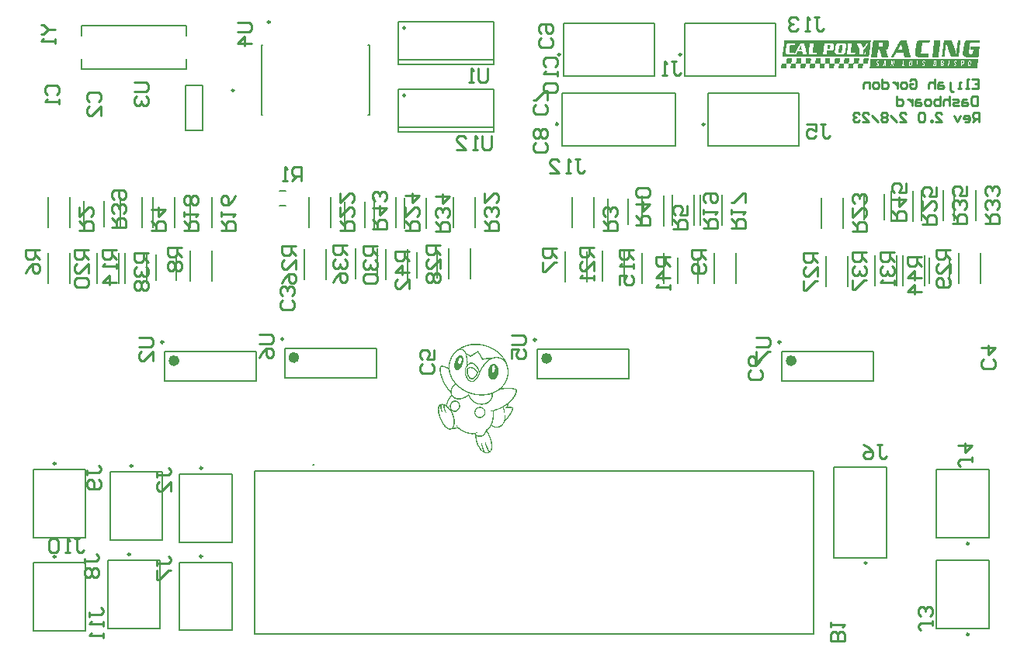
<source format=gbo>
G04*
G04 #@! TF.GenerationSoftware,Altium Limited,Altium Designer,22.10.1 (41)*
G04*
G04 Layer_Color=32896*
%FSLAX44Y44*%
%MOMM*%
G71*
G04*
G04 #@! TF.SameCoordinates,F6FD88A5-7606-448C-B8D5-CB5F8BF09B0B*
G04*
G04*
G04 #@! TF.FilePolarity,Positive*
G04*
G01*
G75*
%ADD10C,0.2540*%
%ADD57C,0.2500*%
%ADD58C,0.2000*%
%ADD59C,0.6000*%
%ADD60C,0.1270*%
G36*
X1046499Y711913D02*
X1046201D01*
Y709528D01*
X1046052D01*
Y708932D01*
X1045903D01*
Y708336D01*
X1045754D01*
Y705803D01*
X1045456D01*
Y703418D01*
X1045307D01*
Y702673D01*
X1045009D01*
Y699692D01*
X1044711D01*
Y697755D01*
X1044562D01*
Y696264D01*
X1044264D01*
Y695519D01*
X1036216D01*
Y695668D01*
X1035769D01*
Y696414D01*
X1035471D01*
Y697308D01*
X1035322D01*
Y697606D01*
X1035024D01*
Y698798D01*
X1034726D01*
Y699245D01*
X1034577D01*
Y699990D01*
X1034279D01*
Y700735D01*
X1033981D01*
Y701182D01*
X1033832D01*
Y701928D01*
X1033534D01*
Y702971D01*
X1033385D01*
Y703120D01*
X1033087D01*
Y704312D01*
X1032789D01*
Y704908D01*
X1032640D01*
Y705355D01*
X1032342D01*
Y706548D01*
X1032044D01*
Y706846D01*
X1031894D01*
Y707442D01*
Y707591D01*
X1031596D01*
Y708783D01*
X1031298D01*
Y709081D01*
X1031149D01*
Y709975D01*
X1030851D01*
Y709230D01*
X1030702D01*
Y708485D01*
X1030404D01*
Y705355D01*
X1030106D01*
Y703865D01*
X1029957D01*
Y702375D01*
X1029659D01*
Y699543D01*
X1029510D01*
Y699245D01*
X1029361D01*
Y698500D01*
X1029212D01*
Y696115D01*
X1028914D01*
Y695668D01*
X1028765D01*
Y695519D01*
X1026231D01*
Y697606D01*
X1026529D01*
Y700288D01*
X1026678D01*
Y701033D01*
X1026827D01*
Y701182D01*
X1026976D01*
Y704163D01*
X1027274D01*
Y705803D01*
X1027423D01*
Y707144D01*
X1027722D01*
Y710273D01*
X1028020D01*
Y711466D01*
X1028169D01*
Y713403D01*
X1028467D01*
Y713850D01*
X1036514D01*
Y713701D01*
X1036962D01*
Y712658D01*
X1037260D01*
Y712211D01*
X1037409D01*
Y711615D01*
X1037707D01*
Y710721D01*
X1037856D01*
Y710423D01*
X1038005D01*
Y710273D01*
X1038154D01*
Y709230D01*
X1038452D01*
Y708485D01*
X1038601D01*
Y708336D01*
X1038750D01*
Y708038D01*
X1038899D01*
Y707293D01*
X1039197D01*
Y706548D01*
X1039346D01*
Y706101D01*
X1039644D01*
Y704908D01*
X1039942D01*
Y704610D01*
X1040091D01*
Y703865D01*
X1040389D01*
Y702673D01*
X1040687D01*
Y702375D01*
X1040836D01*
Y701481D01*
X1041134D01*
Y700735D01*
X1041283D01*
Y700437D01*
X1041581D01*
Y699543D01*
X1041880D01*
Y700735D01*
X1042029D01*
Y702226D01*
X1042327D01*
Y705057D01*
X1042476D01*
Y705355D01*
X1042625D01*
Y706101D01*
X1042774D01*
Y708336D01*
X1043072D01*
Y710721D01*
X1043221D01*
Y711466D01*
X1043370D01*
Y711764D01*
X1043519D01*
Y713701D01*
X1043817D01*
Y713850D01*
X1046499D01*
Y711913D01*
D02*
G37*
G36*
X948735Y713701D02*
X948884D01*
Y712658D01*
X948735D01*
Y712360D01*
X948586D01*
Y711615D01*
X948437D01*
Y709230D01*
X948139D01*
Y706846D01*
X947990D01*
Y706250D01*
X947841D01*
Y706101D01*
X947692D01*
Y703120D01*
X947394D01*
Y701481D01*
X947245D01*
Y700437D01*
X946947D01*
Y697308D01*
X946649D01*
Y696264D01*
X946500D01*
Y695519D01*
X852462D01*
Y695668D01*
X852312D01*
Y697755D01*
X852462D01*
Y698053D01*
X852611D01*
Y698798D01*
X852760D01*
Y701033D01*
X853058D01*
Y703418D01*
X853207D01*
Y704163D01*
X853505D01*
Y707144D01*
X853803D01*
Y708783D01*
X853952D01*
Y710273D01*
X854250D01*
Y713403D01*
X854548D01*
Y713701D01*
X854697D01*
Y713850D01*
X948735D01*
Y713701D01*
D02*
G37*
G36*
X1067364Y711913D02*
X1067215D01*
Y711168D01*
X1067066D01*
Y711019D01*
X1066917D01*
Y710721D01*
X1057379D01*
Y710423D01*
X1057081D01*
Y710273D01*
X1056932D01*
Y709975D01*
X1056634D01*
Y708038D01*
X1056485D01*
Y706995D01*
X1056186D01*
Y705206D01*
Y705057D01*
Y703865D01*
X1055888D01*
Y702673D01*
X1055739D01*
Y700735D01*
X1055441D01*
Y699096D01*
X1055739D01*
Y698798D01*
X1056186D01*
Y698500D01*
X1059167D01*
Y698798D01*
X1059614D01*
Y699245D01*
X1060061D01*
Y701481D01*
X1060359D01*
Y703418D01*
X1057230D01*
Y703567D01*
X1057081D01*
Y704163D01*
X1057230D01*
Y704610D01*
X1057379D01*
Y706399D01*
X1057677D01*
Y706548D01*
X1067215D01*
Y706399D01*
X1067364D01*
Y704908D01*
X1067215D01*
Y704610D01*
X1067066D01*
Y704163D01*
X1066917D01*
Y701182D01*
X1066619D01*
Y698947D01*
X1066469D01*
Y698202D01*
X1066320D01*
Y698053D01*
X1066171D01*
Y695668D01*
X1065873D01*
Y695370D01*
X1051864D01*
Y695519D01*
X1051566D01*
Y695668D01*
X1051268D01*
Y695817D01*
X1050523D01*
Y696115D01*
X1050076D01*
Y696563D01*
X1049629D01*
Y697308D01*
X1049331D01*
Y697755D01*
X1049182D01*
Y698500D01*
X1048884D01*
Y700288D01*
X1049182D01*
Y701481D01*
X1049331D01*
Y703418D01*
X1049629D01*
Y706101D01*
X1049778D01*
Y706399D01*
X1049927D01*
Y706995D01*
X1050076D01*
Y709528D01*
X1050374D01*
Y710721D01*
X1050821D01*
Y711466D01*
X1051119D01*
Y711913D01*
X1051268D01*
Y712211D01*
X1051566D01*
Y712658D01*
X1052014D01*
Y712956D01*
X1052312D01*
Y713105D01*
X1052461D01*
Y713403D01*
X1053206D01*
Y713701D01*
X1053951D01*
Y713850D01*
X1067364D01*
Y711913D01*
D02*
G37*
G36*
X1024294Y713701D02*
X1024592D01*
Y713552D01*
Y713403D01*
X1024294D01*
Y710721D01*
X1024145D01*
Y710423D01*
X1023996D01*
Y709975D01*
X1023847D01*
Y706995D01*
X1023549D01*
Y705355D01*
X1023400D01*
Y703865D01*
X1023102D01*
Y700884D01*
X1022804D01*
Y699692D01*
X1022654D01*
Y697755D01*
X1022356D01*
Y695519D01*
X1022207D01*
Y695370D01*
X1015799D01*
Y698053D01*
X1016097D01*
Y698947D01*
X1016246D01*
Y701033D01*
X1016544D01*
Y703865D01*
X1016693D01*
Y704163D01*
X1016842D01*
Y704610D01*
X1016991D01*
Y707293D01*
X1017289D01*
Y709677D01*
X1017439D01*
Y710721D01*
X1017737D01*
Y713403D01*
X1018035D01*
Y713701D01*
X1021164D01*
Y713850D01*
X1024294D01*
Y713701D01*
D02*
G37*
G36*
X1012819D02*
X1013117D01*
Y712956D01*
X1012968D01*
Y712658D01*
X1012819D01*
Y711913D01*
X1012670D01*
Y710721D01*
X1005069D01*
Y710273D01*
X1004771D01*
Y709975D01*
X1004622D01*
Y708038D01*
X1004324D01*
Y706101D01*
X1004175D01*
Y705057D01*
X1003877D01*
Y701630D01*
X1003579D01*
Y700735D01*
X1003430D01*
Y698947D01*
X1003579D01*
Y698798D01*
X1011179D01*
Y698351D01*
X1011477D01*
Y698053D01*
X1011179D01*
Y695370D01*
X999555D01*
Y695519D01*
X999257D01*
Y695817D01*
X998512D01*
Y696115D01*
X998064D01*
Y696414D01*
X997766D01*
Y696563D01*
X997617D01*
Y696861D01*
X997319D01*
Y697606D01*
X997021D01*
Y701779D01*
X997319D01*
Y704610D01*
X997468D01*
Y704908D01*
X997617D01*
Y705654D01*
X997766D01*
Y708038D01*
X998064D01*
Y709975D01*
X998214D01*
Y710273D01*
X998363D01*
Y710423D01*
X998512D01*
Y711168D01*
X998810D01*
Y711764D01*
X998959D01*
Y711913D01*
X999257D01*
Y712360D01*
X999555D01*
Y712658D01*
X1000002D01*
Y713105D01*
X1000449D01*
Y713403D01*
X1001194D01*
Y713701D01*
X1001641D01*
Y713850D01*
X1012819D01*
Y713701D01*
D02*
G37*
G36*
X987334Y713403D02*
X987632D01*
Y712956D01*
X987781D01*
Y711913D01*
X988079D01*
Y710423D01*
X988378D01*
Y710273D01*
X988527D01*
Y708783D01*
X988825D01*
Y707740D01*
X988974D01*
Y707293D01*
X989272D01*
Y706101D01*
X989570D01*
Y705355D01*
X989719D01*
Y704610D01*
X990017D01*
Y703120D01*
X990166D01*
Y702971D01*
X990315D01*
Y702673D01*
X990464D01*
Y701481D01*
X990762D01*
Y700288D01*
X990911D01*
Y699990D01*
X991209D01*
Y698500D01*
X991507D01*
Y697606D01*
X991656D01*
Y697010D01*
X991954D01*
Y695370D01*
X985397D01*
Y695668D01*
X985099D01*
Y696115D01*
X984950D01*
Y696861D01*
X984652D01*
Y698351D01*
X984354D01*
Y698798D01*
X984205D01*
Y699692D01*
X983907D01*
Y700288D01*
X976604D01*
Y699990D01*
X976157D01*
Y699245D01*
X975859D01*
Y698798D01*
X975710D01*
Y698500D01*
X975412D01*
Y697755D01*
X975114D01*
Y697606D01*
X974965D01*
Y697308D01*
X974667D01*
Y696563D01*
X974220D01*
Y695817D01*
X973922D01*
Y695519D01*
X973773D01*
Y695370D01*
X970792D01*
Y696115D01*
X971090D01*
Y696563D01*
X971239D01*
Y696861D01*
X971537D01*
Y697308D01*
X971686D01*
Y697606D01*
X971835D01*
Y697755D01*
X971984D01*
Y698351D01*
X972282D01*
Y698798D01*
X972580D01*
Y698947D01*
X972729D01*
Y699543D01*
X973027D01*
Y699990D01*
X973176D01*
Y700288D01*
X973474D01*
Y700884D01*
X973624D01*
Y701033D01*
X973773D01*
Y701182D01*
X973922D01*
Y701630D01*
X974220D01*
Y702226D01*
X974518D01*
Y702375D01*
X974667D01*
Y702971D01*
X974965D01*
Y703418D01*
X975114D01*
Y703716D01*
X975412D01*
Y704312D01*
X975710D01*
Y704610D01*
X975859D01*
Y705057D01*
X976157D01*
Y705654D01*
X976455D01*
Y705803D01*
X976604D01*
Y706399D01*
X976902D01*
Y706846D01*
X977051D01*
Y706995D01*
X977349D01*
Y707740D01*
X977647D01*
Y708038D01*
X977796D01*
Y708485D01*
X978094D01*
Y709081D01*
X978392D01*
Y709230D01*
X978541D01*
Y709677D01*
X978839D01*
Y710273D01*
X978989D01*
Y710423D01*
X979287D01*
Y711168D01*
X979585D01*
Y711466D01*
X979734D01*
Y711764D01*
X979883D01*
Y711913D01*
X980032D01*
Y712509D01*
X980330D01*
Y712658D01*
X980479D01*
Y713105D01*
X980777D01*
Y713701D01*
X987334D01*
Y713403D01*
D02*
G37*
G36*
X965129Y713701D02*
X966172D01*
Y713403D01*
X967364D01*
Y712956D01*
X967662D01*
Y712658D01*
X967960D01*
Y712509D01*
X968109D01*
Y711466D01*
X968407D01*
Y709975D01*
X968109D01*
Y707144D01*
X967960D01*
Y706548D01*
X967811D01*
Y705803D01*
X967662D01*
Y704908D01*
X967364D01*
Y704163D01*
X966917D01*
Y703865D01*
X966619D01*
Y703716D01*
X966470D01*
Y703567D01*
X966172D01*
Y703418D01*
X964980D01*
Y702673D01*
X965427D01*
Y701481D01*
X965725D01*
Y700735D01*
X965874D01*
Y700437D01*
X966172D01*
Y699245D01*
X966470D01*
Y698798D01*
X966619D01*
Y698053D01*
X966917D01*
Y697010D01*
X967066D01*
Y696861D01*
X967364D01*
Y695668D01*
X967662D01*
Y695519D01*
X967364D01*
Y695370D01*
X960509D01*
Y695519D01*
X960360D01*
Y696115D01*
X960062D01*
Y697308D01*
X959913D01*
Y697606D01*
X959764D01*
Y697755D01*
X959615D01*
Y699245D01*
X959316D01*
Y699990D01*
X959167D01*
Y700735D01*
X958869D01*
Y701928D01*
X958571D01*
Y702673D01*
X958422D01*
Y703418D01*
X956485D01*
Y702673D01*
X956187D01*
Y700288D01*
X956038D01*
Y699692D01*
X955889D01*
Y698798D01*
X955740D01*
Y696563D01*
X955442D01*
Y695370D01*
X948884D01*
Y696563D01*
X949183D01*
Y698351D01*
X949332D01*
Y699990D01*
X949630D01*
Y702375D01*
X949779D01*
Y702971D01*
X949928D01*
Y703716D01*
X950077D01*
Y706101D01*
X950375D01*
Y708783D01*
X950524D01*
Y709081D01*
X950673D01*
Y709528D01*
X950822D01*
Y712211D01*
X951120D01*
Y713701D01*
X951269D01*
Y713850D01*
X965129D01*
Y713701D01*
D02*
G37*
G36*
X946053Y693582D02*
X946202D01*
Y691943D01*
X946053D01*
Y691198D01*
X945755D01*
Y688515D01*
X945457D01*
Y688366D01*
X945308D01*
Y688217D01*
X940390D01*
Y687025D01*
X940092D01*
Y685385D01*
X939942D01*
Y683895D01*
X939644D01*
Y683150D01*
X934279D01*
Y683895D01*
X934577D01*
Y685832D01*
X934726D01*
Y687323D01*
X935024D01*
Y688217D01*
X929958D01*
Y687770D01*
X929659D01*
Y685087D01*
X929510D01*
Y684640D01*
X929361D01*
Y684193D01*
X929212D01*
Y683150D01*
X923847D01*
Y684193D01*
X923996D01*
Y684640D01*
X924145D01*
Y685087D01*
X924294D01*
Y687621D01*
X924592D01*
Y688068D01*
X924294D01*
Y688217D01*
X919525D01*
Y688068D01*
X919227D01*
Y685087D01*
X918929D01*
Y683448D01*
X918780D01*
Y683150D01*
X913415D01*
Y683895D01*
X913564D01*
Y685385D01*
X913862D01*
Y688217D01*
X908944D01*
Y687472D01*
X908795D01*
Y685832D01*
X908497D01*
Y683150D01*
X903132D01*
Y685832D01*
X903430D01*
Y687770D01*
X903579D01*
Y688068D01*
X903430D01*
Y688217D01*
X898512D01*
Y687025D01*
X898363D01*
Y686578D01*
X898214D01*
Y686280D01*
X898065D01*
Y683597D01*
X897767D01*
Y683150D01*
X892402D01*
Y683448D01*
X892700D01*
Y686280D01*
X892849D01*
Y686578D01*
X892998D01*
Y687323D01*
X893147D01*
Y688068D01*
X892998D01*
Y688217D01*
X888080D01*
Y687323D01*
X887782D01*
Y685385D01*
X887633D01*
Y683895D01*
X887335D01*
Y683150D01*
X881970D01*
Y684193D01*
X882268D01*
Y685832D01*
X882417D01*
Y687323D01*
X882715D01*
Y688217D01*
X877648D01*
Y687770D01*
X877350D01*
Y685087D01*
X877201D01*
Y684640D01*
X877052D01*
Y684193D01*
X876903D01*
Y683150D01*
X871537D01*
Y684193D01*
X871686D01*
Y684640D01*
X871836D01*
Y685087D01*
X871985D01*
Y687621D01*
X872283D01*
Y688068D01*
X871985D01*
Y688217D01*
X867216D01*
Y688068D01*
X866917D01*
Y685087D01*
X866619D01*
Y683448D01*
X866470D01*
Y683150D01*
X861105D01*
Y683895D01*
X861254D01*
Y685385D01*
X861553D01*
Y688217D01*
X856634D01*
Y687323D01*
X856485D01*
Y685832D01*
X856187D01*
Y683150D01*
X850822D01*
Y686131D01*
X851120D01*
Y687770D01*
X851269D01*
Y688366D01*
X851567D01*
Y688515D01*
X856485D01*
Y688813D01*
X856634D01*
Y690303D01*
X856933D01*
Y693135D01*
X857082D01*
Y693433D01*
X857380D01*
Y693731D01*
X862298D01*
Y693433D01*
X862447D01*
Y693135D01*
X862298D01*
Y690154D01*
X862000D01*
Y688515D01*
X866917D01*
Y689260D01*
X867067D01*
Y689558D01*
X867216D01*
Y690005D01*
X867365D01*
Y692688D01*
X867663D01*
Y693433D01*
X867812D01*
Y693582D01*
Y693731D01*
X872730D01*
Y693433D01*
X873028D01*
Y692688D01*
X872730D01*
Y690005D01*
X872581D01*
Y689707D01*
X872432D01*
Y689111D01*
X872283D01*
Y688515D01*
X877350D01*
Y689260D01*
X877648D01*
Y690750D01*
X877797D01*
Y692241D01*
X878095D01*
Y693731D01*
X883013D01*
Y693582D01*
X883162D01*
Y693433D01*
X883460D01*
Y691943D01*
X883162D01*
Y690452D01*
X883013D01*
Y688962D01*
X882715D01*
Y688515D01*
X888080D01*
Y691198D01*
X888229D01*
Y691496D01*
X888378D01*
Y691943D01*
X888527D01*
Y693582D01*
X888974D01*
Y693731D01*
X893743D01*
Y693582D01*
X893892D01*
Y691943D01*
X893743D01*
Y691645D01*
X893594D01*
Y691198D01*
X893445D01*
Y688515D01*
X898512D01*
Y690750D01*
X898810D01*
Y692688D01*
X898959D01*
Y693433D01*
X899257D01*
Y693731D01*
X904175D01*
Y693433D01*
X904324D01*
Y692390D01*
X904175D01*
Y690899D01*
X903877D01*
Y688515D01*
X908795D01*
Y688813D01*
X908944D01*
Y690303D01*
X909242D01*
Y693135D01*
X909391D01*
Y693433D01*
X909689D01*
Y693731D01*
X914607D01*
Y693433D01*
X914905D01*
Y693135D01*
X914607D01*
Y690154D01*
X914309D01*
Y688515D01*
X919227D01*
Y689260D01*
X919376D01*
Y689558D01*
X919525D01*
Y690005D01*
X919674D01*
Y692688D01*
X919973D01*
Y693433D01*
X920122D01*
Y693731D01*
X925040D01*
Y693433D01*
X925338D01*
Y692688D01*
X925040D01*
Y690005D01*
X924891D01*
Y689707D01*
X924741D01*
Y689111D01*
X924592D01*
Y688515D01*
X929659D01*
Y688813D01*
X929958D01*
Y690750D01*
X930107D01*
Y692241D01*
X930405D01*
Y693731D01*
X935770D01*
Y691943D01*
X935472D01*
Y690303D01*
X935323D01*
Y688962D01*
X935024D01*
Y688515D01*
X940390D01*
Y691198D01*
X940539D01*
Y691496D01*
X940688D01*
Y691943D01*
X940837D01*
Y693433D01*
X941135D01*
Y693582D01*
X941284D01*
Y693731D01*
X946053D01*
Y693582D01*
D02*
G37*
G36*
X1065724Y691943D02*
X1065426D01*
Y689260D01*
X1065277D01*
Y688962D01*
X1065128D01*
Y688217D01*
X1064979D01*
Y686280D01*
X1064681D01*
Y683597D01*
X1064532D01*
Y683150D01*
X1064234D01*
Y682852D01*
X947394D01*
Y684938D01*
X947692D01*
Y687472D01*
X947841D01*
Y688068D01*
X947990D01*
Y688366D01*
X948139D01*
Y691049D01*
X948437D01*
Y693433D01*
X1065724D01*
Y691943D01*
D02*
G37*
G36*
X519963Y382311D02*
X521929D01*
Y382147D01*
X523240D01*
Y381983D01*
X524223D01*
Y381819D01*
X525206D01*
Y381656D01*
X525862D01*
Y381492D01*
X526681D01*
Y381328D01*
X527337D01*
Y381164D01*
X527992D01*
Y381000D01*
X528484D01*
Y380836D01*
X529139D01*
Y380672D01*
X529631D01*
Y380508D01*
X530123D01*
Y380345D01*
X530614D01*
Y380181D01*
X531106D01*
Y380017D01*
X531597D01*
Y379853D01*
X531925D01*
Y379689D01*
X532417D01*
Y379525D01*
X532744D01*
Y379361D01*
X533072D01*
Y379197D01*
X533564D01*
Y379034D01*
X533892D01*
Y378870D01*
X534219D01*
Y378706D01*
X534711D01*
Y378542D01*
X535039D01*
Y378378D01*
X535366D01*
Y378214D01*
X535694D01*
Y378050D01*
X536022D01*
Y377886D01*
X536186D01*
Y377723D01*
X536513D01*
Y377559D01*
X536841D01*
Y377395D01*
X537169D01*
Y377231D01*
X537497D01*
Y377067D01*
X537661D01*
Y376903D01*
X537988D01*
Y376739D01*
X538316D01*
Y376576D01*
X538480D01*
Y376412D01*
X538808D01*
Y376248D01*
X538972D01*
Y376084D01*
X539299D01*
Y375920D01*
X539463D01*
Y375756D01*
X539791D01*
Y375592D01*
X539955D01*
Y375428D01*
X540283D01*
Y375265D01*
X540446D01*
Y375101D01*
X540774D01*
Y374937D01*
X540938D01*
Y374773D01*
X541102D01*
Y374609D01*
X541266D01*
Y374445D01*
X541594D01*
Y374281D01*
X541757D01*
Y374117D01*
X541921D01*
Y373954D01*
X542249D01*
Y373790D01*
X542413D01*
Y373626D01*
X542577D01*
Y373462D01*
X542741D01*
Y373298D01*
X542905D01*
Y373134D01*
X543232D01*
Y372970D01*
X543396D01*
Y372806D01*
X543560D01*
Y372643D01*
X543724D01*
Y372479D01*
X543888D01*
Y372315D01*
X544052D01*
Y372151D01*
X544216D01*
Y371987D01*
X544379D01*
Y371823D01*
X544543D01*
Y371659D01*
X544707D01*
Y371496D01*
X544871D01*
Y371332D01*
X545035D01*
Y371168D01*
X545199D01*
Y371004D01*
X545363D01*
Y370840D01*
X545526D01*
Y370676D01*
X545690D01*
Y370512D01*
X545854D01*
Y370348D01*
X546018D01*
Y370185D01*
X546182D01*
Y369857D01*
X546346D01*
Y369693D01*
X546510D01*
Y369529D01*
X546674D01*
Y369365D01*
X546837D01*
Y369201D01*
X547001D01*
Y368874D01*
X547165D01*
Y368710D01*
X547329D01*
Y368546D01*
X547493D01*
Y368382D01*
X547657D01*
Y368054D01*
X547821D01*
Y367890D01*
X547985D01*
Y367726D01*
X548148D01*
Y367399D01*
X548312D01*
Y367235D01*
X548476D01*
Y366907D01*
X548640D01*
Y366743D01*
X548804D01*
Y366415D01*
X548968D01*
Y366252D01*
X549132D01*
Y365924D01*
X549296D01*
Y365760D01*
X549459D01*
Y365432D01*
X549623D01*
Y365268D01*
X549787D01*
Y364941D01*
X549951D01*
Y364613D01*
X550115D01*
Y364285D01*
X550279D01*
Y363957D01*
X550443D01*
Y363630D01*
X550606D01*
Y363302D01*
X550770D01*
Y362974D01*
X550934D01*
Y362646D01*
X551098D01*
Y362319D01*
X551262D01*
Y361991D01*
X551426D01*
Y361499D01*
X551590D01*
Y361172D01*
X551754D01*
Y360844D01*
X551917D01*
Y360352D01*
X552081D01*
Y359861D01*
X552245D01*
Y359369D01*
X552409D01*
Y358877D01*
X552573D01*
Y358386D01*
X552737D01*
Y357730D01*
X552901D01*
Y357075D01*
X553064D01*
Y356255D01*
X553228D01*
Y355436D01*
X553392D01*
Y353961D01*
X553556D01*
Y349373D01*
X553392D01*
Y347898D01*
X553228D01*
Y347079D01*
X553064D01*
Y346259D01*
X552901D01*
Y345604D01*
X552737D01*
Y345112D01*
X552573D01*
Y344457D01*
X552409D01*
Y343965D01*
X552245D01*
Y343474D01*
X552081D01*
Y343146D01*
X551917D01*
Y342654D01*
X551754D01*
Y342326D01*
X551590D01*
Y341835D01*
X551426D01*
Y341507D01*
X551262D01*
Y341179D01*
X551098D01*
Y340852D01*
X550934D01*
Y340524D01*
X550770D01*
Y340196D01*
X550606D01*
Y340032D01*
X550443D01*
Y339705D01*
X550279D01*
Y339377D01*
X550115D01*
Y339213D01*
X549951D01*
Y338885D01*
X549787D01*
Y338721D01*
X549623D01*
Y338394D01*
X549459D01*
Y338066D01*
X549296D01*
Y337902D01*
X549132D01*
Y337738D01*
X548968D01*
Y337410D01*
X548804D01*
Y337246D01*
X548640D01*
Y337083D01*
X548476D01*
Y336755D01*
X548312D01*
Y336591D01*
X548148D01*
Y336427D01*
X547985D01*
Y336263D01*
X547821D01*
Y336099D01*
X547657D01*
Y335772D01*
X547493D01*
Y335608D01*
X547329D01*
Y335444D01*
X547165D01*
Y335280D01*
X547001D01*
Y335116D01*
X546837D01*
Y334952D01*
X546674D01*
Y334788D01*
X546510D01*
Y334624D01*
X546346D01*
Y334461D01*
X546182D01*
Y334297D01*
X546018D01*
Y334133D01*
X545854D01*
Y333805D01*
X546018D01*
Y333969D01*
X547001D01*
Y334133D01*
X548476D01*
Y334297D01*
X550115D01*
Y334461D01*
X556178D01*
Y334297D01*
X557817D01*
Y334133D01*
X558800D01*
Y333969D01*
X559619D01*
Y333805D01*
X560111D01*
Y333641D01*
X560603D01*
Y333477D01*
X561094D01*
Y333314D01*
X561422D01*
Y333150D01*
X561586D01*
Y332986D01*
X561913D01*
Y332822D01*
X562077D01*
Y332658D01*
X562241D01*
Y332494D01*
X562405D01*
Y332330D01*
X562569D01*
Y331839D01*
X562733D01*
Y330364D01*
X562569D01*
Y329381D01*
X562405D01*
Y328889D01*
X562241D01*
Y328397D01*
X562077D01*
Y328070D01*
X561913D01*
Y327578D01*
X561750D01*
Y327250D01*
X561586D01*
Y326923D01*
X561422D01*
Y326595D01*
X561258D01*
Y326267D01*
X561094D01*
Y325939D01*
X560930D01*
Y325612D01*
X560766D01*
Y325284D01*
X560603D01*
Y325120D01*
X560439D01*
Y324792D01*
X560275D01*
Y324464D01*
X560111D01*
Y324301D01*
X559947D01*
Y323973D01*
X559783D01*
Y323809D01*
X559619D01*
Y323481D01*
X559455D01*
Y323317D01*
X559292D01*
Y323154D01*
X559128D01*
Y322826D01*
X558964D01*
Y322662D01*
X558800D01*
Y322498D01*
X558636D01*
Y322170D01*
X558472D01*
Y322006D01*
X558308D01*
Y321843D01*
X558144D01*
Y321679D01*
X557981D01*
Y321515D01*
X557817D01*
Y321187D01*
X557653D01*
Y321023D01*
X557489D01*
Y320859D01*
X557325D01*
Y320695D01*
X557161D01*
Y320532D01*
X556997D01*
Y320368D01*
X556833D01*
Y320204D01*
X556670D01*
Y320040D01*
X556506D01*
Y319876D01*
X556342D01*
Y319712D01*
X556178D01*
Y319548D01*
X556014D01*
Y319384D01*
X555850D01*
Y319221D01*
X555686D01*
Y319057D01*
X555523D01*
Y318893D01*
X555359D01*
Y318729D01*
X555195D01*
Y318565D01*
X555031D01*
Y318401D01*
X554867D01*
Y318237D01*
X554703D01*
Y318074D01*
X554539D01*
Y317910D01*
X554212D01*
Y317746D01*
X554048D01*
Y317582D01*
X553884D01*
Y317418D01*
X553720D01*
Y317254D01*
X553392D01*
Y317090D01*
X553228D01*
Y314796D01*
X553064D01*
Y313977D01*
X553228D01*
Y313813D01*
X553884D01*
Y313977D01*
X554048D01*
Y313813D01*
X554375D01*
Y313977D01*
X554539D01*
Y313813D01*
X556342D01*
Y313649D01*
X557161D01*
Y313485D01*
X557653D01*
Y313321D01*
X557981D01*
Y313157D01*
X558144D01*
Y312994D01*
X558308D01*
Y312666D01*
X558472D01*
Y310699D01*
X558308D01*
Y310044D01*
X558144D01*
Y309552D01*
X557981D01*
Y309061D01*
X557817D01*
Y308733D01*
X557653D01*
Y308405D01*
X557489D01*
Y308077D01*
X557325D01*
Y307750D01*
X557161D01*
Y307422D01*
X556997D01*
Y307094D01*
X556833D01*
Y306766D01*
X556670D01*
Y306439D01*
X556506D01*
Y306111D01*
X556342D01*
Y305947D01*
X556178D01*
Y305619D01*
X556014D01*
Y305292D01*
X555850D01*
Y305128D01*
X555686D01*
Y304800D01*
X555523D01*
Y304636D01*
X555359D01*
Y304308D01*
X555195D01*
Y304144D01*
X555031D01*
Y303817D01*
X554867D01*
Y303653D01*
X554703D01*
Y303489D01*
X554539D01*
Y303325D01*
X554375D01*
Y302997D01*
X554212D01*
Y302834D01*
X554048D01*
Y302670D01*
X553884D01*
Y302342D01*
X553720D01*
Y302178D01*
X553556D01*
Y302014D01*
X553392D01*
Y301850D01*
X553228D01*
Y301686D01*
X553064D01*
Y301523D01*
X552901D01*
Y301195D01*
X552737D01*
Y301031D01*
X552573D01*
Y300867D01*
X552409D01*
Y300703D01*
X552245D01*
Y300539D01*
X552081D01*
Y300375D01*
X551917D01*
Y300212D01*
X551754D01*
Y300048D01*
X551590D01*
Y299884D01*
X551426D01*
Y299720D01*
X551262D01*
Y299556D01*
X550934D01*
Y299392D01*
X550770D01*
Y299228D01*
X550606D01*
Y299065D01*
X550443D01*
Y298901D01*
X550279D01*
Y298737D01*
X550115D01*
Y298573D01*
X549951D01*
Y298409D01*
X549787D01*
Y298081D01*
X549623D01*
Y297590D01*
X549459D01*
Y297262D01*
X549296D01*
Y296934D01*
X549132D01*
Y296606D01*
X548968D01*
Y296279D01*
X548804D01*
Y295951D01*
X548640D01*
Y295623D01*
X548476D01*
Y295459D01*
X548312D01*
Y295132D01*
X548148D01*
Y294968D01*
X547985D01*
Y294804D01*
X547821D01*
Y294476D01*
X547657D01*
Y294312D01*
X547493D01*
Y294148D01*
X547329D01*
Y293985D01*
X547165D01*
Y293821D01*
X547001D01*
Y293657D01*
X546837D01*
Y293493D01*
X546674D01*
Y293329D01*
X546510D01*
Y293165D01*
X546346D01*
Y293001D01*
X546182D01*
Y292837D01*
X545854D01*
Y292674D01*
X545690D01*
Y292510D01*
X545526D01*
Y292346D01*
X545199D01*
Y292182D01*
X545035D01*
Y292018D01*
X544707D01*
Y291854D01*
X544379D01*
Y291690D01*
X544052D01*
Y291526D01*
X543724D01*
Y291363D01*
X543232D01*
Y291199D01*
X542741D01*
Y291035D01*
X541921D01*
Y290871D01*
X539299D01*
Y291035D01*
X538316D01*
Y291199D01*
X537825D01*
Y291363D01*
X537333D01*
Y291526D01*
X537005D01*
Y291690D01*
X536677D01*
Y291854D01*
X536350D01*
Y292018D01*
X536022D01*
Y292182D01*
X535694D01*
Y292346D01*
X535530D01*
Y292510D01*
X535203D01*
Y292674D01*
X534875D01*
Y292837D01*
X534547D01*
Y292674D01*
X534383D01*
Y292346D01*
X534219D01*
Y292018D01*
X534055D01*
Y291854D01*
X533892D01*
Y291526D01*
X533728D01*
Y291363D01*
X533564D01*
Y291199D01*
X533400D01*
Y290871D01*
X533236D01*
Y290707D01*
X533072D01*
Y290543D01*
X532908D01*
Y290379D01*
X532744D01*
Y290215D01*
X532581D01*
Y290052D01*
X532417D01*
Y289888D01*
X532253D01*
Y289724D01*
X532089D01*
Y289560D01*
X531925D01*
Y289396D01*
X531761D01*
Y289232D01*
X531597D01*
Y289068D01*
X531433D01*
Y288904D01*
X531106D01*
Y288741D01*
X530942D01*
Y288577D01*
X530778D01*
Y288413D01*
X530450D01*
Y288249D01*
X530286D01*
Y288085D01*
X530123D01*
Y287757D01*
X530286D01*
Y287594D01*
X530450D01*
Y287266D01*
X530614D01*
Y287102D01*
X530778D01*
Y286774D01*
X530942D01*
Y286446D01*
X531106D01*
Y286283D01*
X531270D01*
Y285955D01*
X531433D01*
Y285627D01*
X531597D01*
Y285299D01*
X531761D01*
Y285135D01*
X531925D01*
Y284644D01*
X532089D01*
Y284316D01*
X532253D01*
Y283988D01*
X532417D01*
Y283661D01*
X532581D01*
Y283333D01*
X532744D01*
Y283005D01*
X532908D01*
Y282677D01*
X533072D01*
Y282350D01*
X533236D01*
Y281858D01*
X533400D01*
Y281530D01*
X533564D01*
Y281039D01*
X533728D01*
Y280711D01*
X533892D01*
Y280219D01*
X534055D01*
Y279728D01*
X534219D01*
Y279236D01*
X534383D01*
Y278745D01*
X534547D01*
Y278253D01*
X534711D01*
Y277761D01*
X534875D01*
Y277106D01*
X535039D01*
Y276450D01*
X535203D01*
Y275631D01*
X535366D01*
Y274975D01*
X535530D01*
Y273664D01*
X535694D01*
Y272026D01*
X535858D01*
Y269732D01*
X535694D01*
Y268421D01*
X535530D01*
Y267601D01*
X535366D01*
Y266946D01*
X535203D01*
Y266454D01*
X535039D01*
Y266126D01*
X534875D01*
Y265799D01*
X534711D01*
Y265471D01*
X534547D01*
Y265307D01*
X534383D01*
Y264979D01*
X534219D01*
Y264816D01*
X534055D01*
Y264488D01*
X533892D01*
Y264324D01*
X533728D01*
Y264160D01*
X533400D01*
Y263996D01*
X533236D01*
Y263832D01*
X533072D01*
Y263668D01*
X532744D01*
Y263505D01*
X532417D01*
Y263341D01*
X532089D01*
Y263177D01*
X531597D01*
Y263013D01*
X530778D01*
Y262849D01*
X529139D01*
Y263013D01*
X528320D01*
Y263177D01*
X527664D01*
Y263341D01*
X527173D01*
Y263505D01*
X526845D01*
Y263668D01*
X526517D01*
Y263832D01*
X526190D01*
Y263996D01*
X525862D01*
Y264160D01*
X525698D01*
Y264324D01*
X525370D01*
Y264488D01*
X525206D01*
Y264652D01*
X524879D01*
Y264816D01*
X524715D01*
Y264979D01*
X524551D01*
Y265143D01*
X524387D01*
Y265307D01*
X524223D01*
Y265471D01*
X524059D01*
Y265635D01*
X523732D01*
Y265963D01*
X523404D01*
Y266290D01*
X523240D01*
Y266454D01*
X523076D01*
Y266618D01*
X522912D01*
Y266782D01*
X522748D01*
Y266946D01*
X522584D01*
Y267110D01*
X522421D01*
Y267437D01*
X522257D01*
Y267601D01*
X522093D01*
Y267765D01*
X521929D01*
Y267929D01*
X521765D01*
Y268257D01*
X521601D01*
Y268421D01*
X521437D01*
Y268748D01*
X521273D01*
Y269076D01*
X521110D01*
Y269240D01*
X520946D01*
Y269568D01*
X520782D01*
Y269895D01*
X520618D01*
Y270059D01*
X520454D01*
Y270387D01*
X520290D01*
Y270715D01*
X520126D01*
Y271043D01*
X519963D01*
Y271370D01*
X519799D01*
Y271698D01*
X519635D01*
Y272026D01*
X519471D01*
Y272517D01*
X519307D01*
Y272845D01*
X519143D01*
Y273337D01*
X518979D01*
Y273828D01*
X518815D01*
Y274320D01*
X518652D01*
Y274812D01*
X518488D01*
Y275303D01*
X518324D01*
Y275959D01*
X518160D01*
Y276614D01*
X517996D01*
Y277270D01*
X517832D01*
Y278089D01*
X517668D01*
Y279236D01*
X517505D01*
Y280383D01*
X517341D01*
Y282841D01*
X517177D01*
Y283005D01*
X517013D01*
Y283169D01*
X516849D01*
Y283333D01*
X516685D01*
Y283497D01*
X516521D01*
Y283661D01*
X516357D01*
Y283825D01*
X516030D01*
Y283988D01*
X515538D01*
Y283825D01*
X513080D01*
Y283988D01*
X511605D01*
Y284152D01*
X510786D01*
Y284316D01*
X509966D01*
Y284480D01*
X509311D01*
Y284644D01*
X508656D01*
Y284808D01*
X508164D01*
Y284972D01*
X507672D01*
Y285135D01*
X507181D01*
Y285299D01*
X506689D01*
Y285463D01*
X506197D01*
Y285627D01*
X505870D01*
Y285791D01*
X505542D01*
Y285955D01*
X505050D01*
Y286119D01*
X504723D01*
Y286283D01*
X504395D01*
Y286446D01*
X504067D01*
Y286610D01*
X503739D01*
Y286774D01*
X503412D01*
Y286938D01*
X503084D01*
Y287102D01*
X502756D01*
Y287266D01*
X502428D01*
Y287430D01*
X502101D01*
Y287594D01*
X501937D01*
Y287757D01*
X501609D01*
Y287921D01*
X501445D01*
Y288085D01*
X501117D01*
Y288249D01*
X500953D01*
Y288413D01*
X500626D01*
Y288577D01*
X500462D01*
Y288741D01*
X500134D01*
Y288904D01*
X499970D01*
Y289068D01*
X499643D01*
Y289232D01*
X499479D01*
Y289396D01*
X499315D01*
Y289560D01*
X499151D01*
Y289724D01*
X498823D01*
Y289888D01*
X498659D01*
Y290052D01*
X498495D01*
Y290215D01*
X498332D01*
Y290379D01*
X497676D01*
Y290215D01*
X497184D01*
Y290052D01*
X496693D01*
Y289888D01*
X496037D01*
Y289724D01*
X495382D01*
Y289560D01*
X494235D01*
Y289396D01*
X494071D01*
Y289560D01*
X493743D01*
Y289396D01*
X493088D01*
Y289560D01*
X491777D01*
Y289396D01*
X491449D01*
Y289232D01*
X491121D01*
Y289068D01*
X490630D01*
Y288904D01*
X488499D01*
Y289068D01*
X487844D01*
Y289232D01*
X487516D01*
Y289396D01*
X487188D01*
Y289560D01*
X486861D01*
Y289724D01*
X486533D01*
Y289888D01*
X486205D01*
Y290052D01*
X486041D01*
Y290215D01*
X485877D01*
Y290379D01*
X485550D01*
Y290543D01*
X485386D01*
Y290707D01*
X485222D01*
Y290871D01*
X485058D01*
Y291035D01*
X484894D01*
Y291199D01*
X484730D01*
Y291363D01*
X484566D01*
Y291526D01*
X484403D01*
Y291690D01*
X484239D01*
Y291854D01*
X484075D01*
Y292018D01*
X483911D01*
Y292182D01*
X483747D01*
Y292346D01*
X483583D01*
Y292510D01*
X483419D01*
Y292674D01*
X483256D01*
Y293001D01*
X483092D01*
Y293165D01*
X482928D01*
Y293329D01*
X482764D01*
Y293493D01*
X482600D01*
Y293821D01*
X482436D01*
Y293985D01*
X482272D01*
Y294148D01*
X482108D01*
Y294476D01*
X481945D01*
Y294804D01*
X481781D01*
Y294968D01*
X481617D01*
Y295296D01*
X481453D01*
Y295459D01*
X481289D01*
Y295787D01*
X481125D01*
Y296115D01*
X480961D01*
Y296279D01*
X480797D01*
Y296606D01*
X480634D01*
Y296934D01*
X480470D01*
Y297262D01*
X480306D01*
Y297590D01*
X480142D01*
Y297917D01*
X479978D01*
Y298245D01*
X479814D01*
Y298573D01*
X479650D01*
Y298901D01*
X479486D01*
Y299228D01*
X479323D01*
Y299556D01*
X479159D01*
Y300048D01*
X478995D01*
Y300375D01*
X478831D01*
Y300867D01*
X478667D01*
Y301195D01*
X478503D01*
Y301686D01*
X478339D01*
Y302178D01*
X478176D01*
Y302506D01*
X478012D01*
Y302997D01*
X477848D01*
Y303489D01*
X477684D01*
Y304144D01*
X477520D01*
Y304636D01*
X477356D01*
Y305292D01*
X477192D01*
Y305947D01*
X477028D01*
Y306766D01*
X476865D01*
Y307586D01*
X476701D01*
Y308733D01*
X476537D01*
Y312174D01*
X476701D01*
Y312994D01*
X476865D01*
Y313649D01*
X477028D01*
Y314141D01*
X477192D01*
Y314468D01*
X477356D01*
Y314796D01*
X477520D01*
Y315124D01*
X477684D01*
Y315288D01*
X477848D01*
Y315616D01*
X478012D01*
Y315779D01*
X478176D01*
Y315943D01*
X478339D01*
Y316107D01*
X478503D01*
Y316271D01*
X478831D01*
Y316435D01*
X478995D01*
Y316599D01*
X479323D01*
Y316763D01*
X479650D01*
Y316926D01*
X480470D01*
Y317090D01*
X481781D01*
Y316926D01*
X482600D01*
Y316763D01*
X483256D01*
Y316599D01*
X483583D01*
Y316435D01*
X483911D01*
Y316271D01*
X484403D01*
Y316107D01*
X484566D01*
Y315943D01*
X484894D01*
Y315779D01*
X485386D01*
Y316271D01*
X485550D01*
Y316926D01*
X485714D01*
Y317582D01*
X485877D01*
Y318074D01*
X486041D01*
Y318565D01*
X486205D01*
Y318893D01*
X486369D01*
Y319384D01*
X486533D01*
Y319712D01*
X486697D01*
Y320040D01*
X486861D01*
Y320532D01*
X487024D01*
Y320859D01*
X487188D01*
Y321187D01*
X487352D01*
Y321515D01*
X487516D01*
Y321843D01*
X487680D01*
Y322006D01*
X487844D01*
Y322334D01*
X488008D01*
Y322662D01*
X488172D01*
Y322826D01*
X488335D01*
Y323154D01*
X488499D01*
Y323317D01*
X488663D01*
Y323645D01*
X488827D01*
Y323809D01*
X488991D01*
Y324137D01*
X489155D01*
Y324301D01*
X489319D01*
Y324464D01*
X489483D01*
Y324792D01*
X489646D01*
Y324956D01*
X489810D01*
Y325284D01*
X489974D01*
Y325448D01*
X490138D01*
Y325612D01*
X490302D01*
Y325775D01*
X490466D01*
Y326103D01*
X490630D01*
Y326267D01*
X490793D01*
Y326431D01*
X490957D01*
Y326759D01*
X490793D01*
Y327086D01*
X490630D01*
Y327742D01*
X490466D01*
Y328397D01*
X490302D01*
Y328889D01*
X490138D01*
Y329053D01*
X489974D01*
Y329217D01*
X489810D01*
Y329381D01*
X489646D01*
Y329708D01*
X489483D01*
Y329872D01*
X489319D01*
Y330036D01*
X489155D01*
Y330200D01*
X488991D01*
Y330364D01*
X488827D01*
Y330528D01*
X488663D01*
Y330855D01*
X488499D01*
Y331019D01*
X488335D01*
Y331183D01*
X488172D01*
Y331347D01*
X488008D01*
Y331675D01*
X487844D01*
Y331839D01*
X487680D01*
Y332003D01*
X487516D01*
Y332166D01*
X487352D01*
Y332494D01*
X487188D01*
Y332658D01*
X487024D01*
Y332822D01*
X486861D01*
Y333150D01*
X486697D01*
Y333314D01*
X486533D01*
Y333641D01*
X486369D01*
Y333805D01*
X486205D01*
Y333969D01*
X486041D01*
Y334297D01*
X485877D01*
Y334461D01*
X485714D01*
Y334788D01*
X485550D01*
Y334952D01*
X485386D01*
Y335280D01*
X485222D01*
Y335608D01*
X485058D01*
Y335772D01*
X484894D01*
Y336099D01*
X484730D01*
Y336263D01*
X484566D01*
Y336591D01*
X484403D01*
Y336755D01*
X484239D01*
Y337083D01*
X484075D01*
Y337410D01*
X483911D01*
Y337574D01*
X483747D01*
Y337902D01*
X483583D01*
Y338230D01*
X483419D01*
Y338557D01*
X483256D01*
Y338885D01*
X483092D01*
Y339213D01*
X482928D01*
Y339541D01*
X482764D01*
Y339868D01*
X482600D01*
Y340196D01*
X482436D01*
Y340524D01*
X482272D01*
Y340852D01*
X482108D01*
Y341179D01*
X481945D01*
Y341507D01*
X481781D01*
Y341835D01*
X481617D01*
Y342163D01*
X481453D01*
Y342490D01*
X481289D01*
Y342982D01*
X481125D01*
Y343310D01*
X480961D01*
Y343801D01*
X480797D01*
Y344129D01*
X480634D01*
Y344621D01*
X480470D01*
Y344948D01*
X480306D01*
Y345440D01*
X480142D01*
Y345932D01*
X479978D01*
Y346423D01*
X479814D01*
Y346915D01*
X479650D01*
Y347570D01*
X479486D01*
Y348062D01*
X479323D01*
Y348717D01*
X479159D01*
Y349373D01*
X478995D01*
Y350028D01*
X478831D01*
Y351012D01*
X478667D01*
Y351995D01*
X478503D01*
Y353634D01*
X478339D01*
Y355272D01*
X478503D01*
Y356583D01*
X478667D01*
Y357239D01*
X478831D01*
Y357566D01*
X478995D01*
Y357894D01*
X479159D01*
Y358058D01*
X479323D01*
Y358222D01*
X479650D01*
Y358386D01*
X479978D01*
Y358550D01*
X480961D01*
Y358714D01*
X481617D01*
Y358550D01*
X482764D01*
Y358386D01*
X483256D01*
Y358222D01*
X483911D01*
Y358058D01*
X484239D01*
Y357894D01*
X484730D01*
Y357730D01*
X485058D01*
Y357566D01*
X485550D01*
Y357403D01*
X485877D01*
Y357239D01*
X486205D01*
Y357075D01*
X486533D01*
Y356911D01*
X486861D01*
Y356747D01*
X487188D01*
Y356583D01*
X487352D01*
Y356419D01*
X487680D01*
Y356255D01*
X488008D01*
Y356583D01*
X488172D01*
Y356747D01*
X488008D01*
Y357566D01*
X488172D01*
Y359861D01*
X488335D01*
Y361008D01*
X488499D01*
Y361827D01*
X488663D01*
Y362483D01*
X488827D01*
Y363138D01*
X488991D01*
Y363794D01*
X489155D01*
Y364285D01*
X489319D01*
Y364777D01*
X489483D01*
Y365104D01*
X489646D01*
Y365596D01*
X489810D01*
Y365924D01*
X489974D01*
Y366415D01*
X490138D01*
Y366743D01*
X490302D01*
Y367071D01*
X490466D01*
Y367399D01*
X490630D01*
Y367726D01*
X490793D01*
Y368054D01*
X490957D01*
Y368382D01*
X491121D01*
Y368710D01*
X491285D01*
Y368874D01*
X491449D01*
Y369201D01*
X491613D01*
Y369529D01*
X491777D01*
Y369693D01*
X491941D01*
Y370021D01*
X492104D01*
Y370185D01*
X492268D01*
Y370348D01*
X492432D01*
Y370676D01*
X492596D01*
Y370840D01*
X492760D01*
Y371168D01*
X492924D01*
Y371332D01*
X493088D01*
Y371496D01*
X493252D01*
Y371823D01*
X493415D01*
Y371987D01*
X493579D01*
Y372151D01*
X493743D01*
Y372315D01*
X493907D01*
Y372479D01*
X494071D01*
Y372806D01*
X494235D01*
Y372970D01*
X494399D01*
Y373134D01*
X494563D01*
Y373298D01*
X494726D01*
Y373462D01*
X494890D01*
Y373626D01*
X495054D01*
Y373790D01*
X495218D01*
Y373954D01*
X495382D01*
Y374117D01*
X495546D01*
Y374281D01*
X495710D01*
Y374445D01*
X495873D01*
Y374609D01*
X496201D01*
Y374773D01*
X496365D01*
Y374937D01*
X496529D01*
Y375101D01*
X496693D01*
Y375265D01*
X496857D01*
Y375428D01*
X497021D01*
Y375592D01*
X497348D01*
Y375756D01*
X497512D01*
Y375920D01*
X497676D01*
Y376084D01*
X497840D01*
Y376248D01*
X498168D01*
Y376412D01*
X498332D01*
Y376576D01*
X498659D01*
Y376739D01*
X498823D01*
Y376903D01*
X498987D01*
Y377067D01*
X499315D01*
Y377231D01*
X499643D01*
Y377395D01*
X499806D01*
Y377559D01*
X500134D01*
Y377723D01*
X500298D01*
Y377886D01*
X500626D01*
Y378050D01*
X500953D01*
Y378214D01*
X501281D01*
Y378378D01*
X501445D01*
Y378542D01*
X501773D01*
Y378706D01*
X502101D01*
Y378870D01*
X502428D01*
Y379034D01*
X502756D01*
Y379197D01*
X503084D01*
Y379361D01*
X503412D01*
Y379525D01*
X503903D01*
Y379689D01*
X504231D01*
Y379853D01*
X504559D01*
Y380017D01*
X505050D01*
Y380181D01*
X505378D01*
Y380345D01*
X505870D01*
Y380508D01*
X506361D01*
Y380672D01*
X506853D01*
Y380836D01*
X507345D01*
Y381000D01*
X507836D01*
Y381164D01*
X508492D01*
Y381328D01*
X509147D01*
Y381492D01*
X509803D01*
Y381656D01*
X510622D01*
Y381819D01*
X511441D01*
Y381983D01*
X512425D01*
Y382147D01*
X513736D01*
Y382311D01*
X515702D01*
Y382475D01*
X519963D01*
Y382311D01*
D02*
G37*
%LPC*%
G36*
X945457Y709975D02*
X943519D01*
Y709528D01*
X943370D01*
Y709230D01*
X943072D01*
Y708783D01*
X942774D01*
Y708485D01*
X942625D01*
Y708038D01*
X942327D01*
Y707591D01*
X942029D01*
Y707293D01*
X941880D01*
Y707144D01*
X941582D01*
Y706548D01*
X941284D01*
Y706399D01*
X941135D01*
Y706101D01*
X940837D01*
Y705355D01*
X940092D01*
Y706101D01*
X939942D01*
Y706399D01*
X939644D01*
Y707293D01*
X939197D01*
Y708038D01*
X938899D01*
Y708485D01*
X938750D01*
Y708783D01*
X938452D01*
Y709528D01*
X938154D01*
Y709975D01*
X933534D01*
Y709230D01*
X933832D01*
Y708485D01*
X934130D01*
Y708336D01*
X934279D01*
Y707591D01*
X934577D01*
Y707293D01*
X934726D01*
Y706846D01*
X935024D01*
Y706101D01*
X935323D01*
Y705803D01*
X935472D01*
Y705355D01*
X935770D01*
Y704610D01*
X935919D01*
Y704461D01*
X936068D01*
Y704163D01*
X936217D01*
Y703716D01*
X936515D01*
Y702971D01*
X936664D01*
Y702375D01*
X936515D01*
Y699990D01*
X936217D01*
Y698500D01*
X940092D01*
Y698798D01*
X940390D01*
Y701630D01*
X940539D01*
Y702226D01*
X940688D01*
Y702375D01*
X940837D01*
Y703120D01*
X941135D01*
Y703716D01*
X941284D01*
Y703865D01*
X941582D01*
Y704312D01*
X941880D01*
Y704610D01*
X942029D01*
Y704908D01*
X942327D01*
Y705355D01*
X942625D01*
Y705654D01*
X942774D01*
Y706101D01*
X943072D01*
Y706548D01*
X943519D01*
Y706995D01*
X943817D01*
Y707591D01*
X944264D01*
Y708038D01*
X944563D01*
Y708485D01*
X944712D01*
Y708783D01*
X945010D01*
Y709230D01*
X945308D01*
Y709528D01*
X945457D01*
Y709975D01*
D02*
G37*
G36*
X943072Y700735D02*
X942029D01*
Y700437D01*
X943072D01*
Y700735D01*
D02*
G37*
G36*
X943519Y700288D02*
X943072D01*
Y699990D01*
X943519D01*
Y700288D01*
D02*
G37*
G36*
X943370Y699692D02*
X943221D01*
Y699543D01*
Y699245D01*
X943370D01*
Y699692D01*
D02*
G37*
G36*
X942625Y699990D02*
X942029D01*
Y699543D01*
X942327D01*
Y699245D01*
X942625D01*
Y699394D01*
Y699990D01*
D02*
G37*
G36*
X941433D02*
X941284D01*
Y698947D01*
X941582D01*
Y699841D01*
X941433D01*
Y699990D01*
D02*
G37*
G36*
X942774Y698798D02*
X941582D01*
Y698500D01*
X942774D01*
Y698798D01*
D02*
G37*
G36*
X927722Y709975D02*
X923847D01*
Y708932D01*
X923549D01*
Y706995D01*
X923400D01*
Y705803D01*
X923102D01*
Y702673D01*
X922804D01*
Y701630D01*
X922655D01*
Y699245D01*
X922357D01*
Y698500D01*
X931448D01*
Y698798D01*
X931597D01*
Y700288D01*
X931448D01*
Y700437D01*
X926530D01*
Y700735D01*
X926679D01*
Y701033D01*
X926828D01*
Y701481D01*
X926977D01*
Y704163D01*
X927275D01*
Y706250D01*
X927424D01*
Y707293D01*
X927722D01*
Y709975D01*
D02*
G37*
G36*
X920718D02*
X911627D01*
Y709826D01*
X911478D01*
Y709528D01*
X911180D01*
Y709230D01*
X910732D01*
Y708783D01*
X910434D01*
Y708038D01*
X910136D01*
Y707740D01*
X909987D01*
Y705355D01*
X909689D01*
Y703120D01*
X909540D01*
Y702375D01*
X909391D01*
Y702226D01*
X909242D01*
Y701928D01*
Y701779D01*
Y699990D01*
X909540D01*
Y699692D01*
X909689D01*
Y699245D01*
X909987D01*
Y698798D01*
X910434D01*
Y698500D01*
X918929D01*
Y698798D01*
X919674D01*
Y699245D01*
X919973D01*
Y699543D01*
X920419D01*
Y700288D01*
X920718D01*
Y700735D01*
X920867D01*
Y701481D01*
X921165D01*
Y704312D01*
X921314D01*
Y704908D01*
X921463D01*
Y705654D01*
X921612D01*
Y708783D01*
X921463D01*
Y709230D01*
X921165D01*
Y709528D01*
X920867D01*
Y709677D01*
X920718D01*
Y709975D01*
D02*
G37*
G36*
X907752D02*
X897767D01*
Y708038D01*
X897618D01*
Y707293D01*
X897320D01*
Y704312D01*
X897022D01*
Y702971D01*
X896873D01*
Y701182D01*
X896575D01*
Y698500D01*
X900449D01*
Y700288D01*
X900748D01*
Y702673D01*
X906560D01*
Y702971D01*
X907007D01*
Y703120D01*
X907305D01*
Y703418D01*
X907752D01*
Y703865D01*
X908050D01*
Y704610D01*
X908199D01*
Y705355D01*
X908497D01*
Y709230D01*
X908348D01*
Y709528D01*
X908050D01*
Y709677D01*
X907752D01*
Y709975D01*
D02*
G37*
G36*
X886143D02*
X882268D01*
Y709230D01*
X881970D01*
Y706846D01*
X881821D01*
Y706250D01*
X881672D01*
Y705803D01*
X881523D01*
Y703120D01*
X881225D01*
Y700735D01*
X881076D01*
Y699990D01*
X880926D01*
Y699692D01*
X880777D01*
Y698500D01*
X889719D01*
Y699096D01*
X890017D01*
Y700288D01*
X889570D01*
Y700437D01*
X885099D01*
Y701481D01*
X885397D01*
Y704312D01*
X885546D01*
Y704908D01*
X885695D01*
Y705654D01*
X885844D01*
Y708038D01*
X886143D01*
Y709975D01*
D02*
G37*
G36*
X875859D02*
X871537D01*
Y709230D01*
X871239D01*
Y708783D01*
X871090D01*
Y708485D01*
X870792D01*
Y708038D01*
X870494D01*
Y707591D01*
X870345D01*
Y707293D01*
X870047D01*
Y706548D01*
X869600D01*
Y705803D01*
X869302D01*
Y705355D01*
X868855D01*
Y704610D01*
X868557D01*
Y704163D01*
X868408D01*
Y703865D01*
X868110D01*
Y703120D01*
X867812D01*
Y702971D01*
X867663D01*
Y702673D01*
X867365D01*
Y701928D01*
X866917D01*
Y701182D01*
X866619D01*
Y700735D01*
X866470D01*
Y700437D01*
X866172D01*
Y699692D01*
X865874D01*
Y699543D01*
X865725D01*
Y699245D01*
X865427D01*
Y698500D01*
X867216D01*
Y698798D01*
X867365D01*
Y699245D01*
X867663D01*
Y699990D01*
X868110D01*
Y700735D01*
X868408D01*
Y701182D01*
X868557D01*
Y701481D01*
X868855D01*
Y701630D01*
X869004D01*
Y701779D01*
X873475D01*
Y701630D01*
X873773D01*
Y701481D01*
X873922D01*
Y700735D01*
X874220D01*
Y699245D01*
X874369D01*
Y699096D01*
X874518D01*
Y698798D01*
X874667D01*
Y698500D01*
X878840D01*
Y699245D01*
X878542D01*
Y700288D01*
X878393D01*
Y700735D01*
X878095D01*
Y702226D01*
X877797D01*
Y702673D01*
X877648D01*
Y703865D01*
X877350D01*
Y705057D01*
X877201D01*
Y705355D01*
X876903D01*
Y706846D01*
X876605D01*
Y708038D01*
X876307D01*
Y708336D01*
X876158D01*
Y709677D01*
X875859D01*
Y709975D01*
D02*
G37*
G36*
X865725D02*
X857678D01*
Y709528D01*
X857380D01*
Y709230D01*
X856933D01*
Y708783D01*
X856634D01*
Y708336D01*
X856485D01*
Y707591D01*
X856187D01*
Y704908D01*
X856038D01*
Y704610D01*
X855889D01*
Y703865D01*
X855740D01*
Y701481D01*
X855442D01*
Y700288D01*
X855740D01*
Y699543D01*
X855889D01*
Y699245D01*
X856187D01*
Y698798D01*
X856933D01*
Y698500D01*
X864682D01*
Y700288D01*
X864533D01*
Y700437D01*
X859615D01*
Y702971D01*
X859764D01*
Y703418D01*
X859913D01*
Y703865D01*
X860062D01*
Y706399D01*
X860360D01*
Y708038D01*
X860807D01*
Y708485D01*
X865725D01*
Y709975D01*
D02*
G37*
%LPD*%
G36*
X917290Y708038D02*
X917737D01*
Y706548D01*
X917588D01*
Y706101D01*
X917439D01*
Y705654D01*
X917290D01*
Y702673D01*
X916992D01*
Y700884D01*
X916843D01*
Y700735D01*
X916545D01*
Y700437D01*
X913415D01*
Y700884D01*
X913117D01*
Y701033D01*
X913415D01*
Y702971D01*
X913564D01*
Y703120D01*
Y704163D01*
X913862D01*
Y706995D01*
X914011D01*
Y707293D01*
X914160D01*
Y707740D01*
X914309D01*
Y708038D01*
X914607D01*
Y708336D01*
X914756D01*
Y708485D01*
X917290D01*
Y708038D01*
D02*
G37*
G36*
X904175Y708336D02*
X904324D01*
Y708038D01*
X904622D01*
Y706548D01*
X904324D01*
Y705355D01*
Y705206D01*
Y705057D01*
X904175D01*
Y704610D01*
X901195D01*
Y706399D01*
X901493D01*
Y708336D01*
X901642D01*
Y708485D01*
X904175D01*
Y708336D01*
D02*
G37*
G36*
X872283Y706846D02*
X872432D01*
Y706548D01*
X872581D01*
Y706399D01*
X872730D01*
Y705057D01*
X873028D01*
Y704312D01*
X873177D01*
Y703716D01*
X873475D01*
Y703567D01*
X873177D01*
Y703418D01*
X870047D01*
Y704163D01*
X870345D01*
Y704461D01*
X870494D01*
Y704610D01*
X870792D01*
Y705355D01*
X871090D01*
Y705504D01*
Y705654D01*
Y705803D01*
X871239D01*
Y706101D01*
X871537D01*
Y706846D01*
X871836D01*
Y706995D01*
X871985D01*
Y707293D01*
X872283D01*
Y706846D01*
D02*
G37*
%LPC*%
G36*
X981522Y708932D02*
X981224D01*
Y708485D01*
X981075D01*
Y708336D01*
X980777D01*
Y708038D01*
Y707889D01*
Y707591D01*
X980479D01*
Y707293D01*
X980330D01*
Y706846D01*
X980032D01*
Y706101D01*
X979734D01*
Y705803D01*
X979585D01*
Y705355D01*
X979287D01*
Y704610D01*
X978839D01*
Y703865D01*
X978541D01*
Y703418D01*
X983161D01*
Y704163D01*
X983012D01*
Y704610D01*
X982714D01*
Y706101D01*
X982416D01*
Y706548D01*
X982267D01*
Y707293D01*
X981969D01*
Y708783D01*
X981522D01*
Y708932D01*
D02*
G37*
G36*
X961552Y710721D02*
X957379D01*
Y709528D01*
X957230D01*
Y708783D01*
X957081D01*
Y708485D01*
X956932D01*
Y707740D01*
Y707591D01*
Y706548D01*
X961254D01*
Y706995D01*
X961552D01*
Y709528D01*
X961701D01*
Y709975D01*
X961850D01*
Y710273D01*
X961552D01*
Y710721D01*
D02*
G37*
G36*
X1041880Y691496D02*
X1040389D01*
Y691198D01*
X1039942D01*
Y691049D01*
X1039644D01*
Y688813D01*
X1039942D01*
Y688515D01*
X1040091D01*
Y688217D01*
X1040389D01*
Y688068D01*
X1040538D01*
Y687770D01*
X1040836D01*
Y687323D01*
X1041134D01*
Y686578D01*
X1040836D01*
Y686131D01*
X1040091D01*
Y686280D01*
X1039942D01*
Y686578D01*
X1039644D01*
Y686876D01*
X1038899D01*
Y686131D01*
X1039197D01*
Y685832D01*
X1039346D01*
Y685385D01*
X1041134D01*
Y685534D01*
X1041283D01*
Y685832D01*
X1041581D01*
Y686131D01*
X1041880D01*
Y687770D01*
X1041581D01*
Y688217D01*
X1041432D01*
Y688366D01*
X1041283D01*
Y688515D01*
X1041134D01*
Y688813D01*
X1040836D01*
Y689111D01*
X1040687D01*
Y689260D01*
X1040389D01*
Y690750D01*
X1041432D01*
Y690452D01*
X1041581D01*
Y690005D01*
X1042029D01*
Y690303D01*
X1042327D01*
Y691049D01*
X1042029D01*
Y691198D01*
X1041880D01*
Y691496D01*
D02*
G37*
G36*
X1007304D02*
X1005814D01*
Y691198D01*
X1005367D01*
Y690899D01*
X1005069D01*
Y690303D01*
X1004920D01*
Y690005D01*
X1005069D01*
Y688813D01*
X1005367D01*
Y688515D01*
X1005665D01*
Y688366D01*
X1005814D01*
Y688068D01*
X1006112D01*
Y687770D01*
X1006261D01*
Y687323D01*
X1006559D01*
Y686280D01*
X1006261D01*
Y686131D01*
X1005367D01*
Y686876D01*
X1004324D01*
Y686578D01*
X1004622D01*
Y685683D01*
X1004920D01*
Y685534D01*
X1005069D01*
Y685385D01*
X1006559D01*
Y685534D01*
X1006708D01*
Y685683D01*
X1006857D01*
Y685832D01*
X1007006D01*
Y686131D01*
X1007304D01*
Y686429D01*
Y686578D01*
Y687770D01*
X1007006D01*
Y688217D01*
X1006857D01*
Y688515D01*
X1006559D01*
Y688813D01*
X1006261D01*
Y688962D01*
X1006112D01*
Y689260D01*
X1005814D01*
Y690750D01*
X1006857D01*
Y690452D01*
X1007006D01*
Y690005D01*
X1007304D01*
Y690154D01*
X1007453D01*
Y690303D01*
X1007751D01*
Y691049D01*
X1007602D01*
Y691198D01*
X1007304D01*
Y691496D01*
D02*
G37*
G36*
X957230D02*
X955740D01*
Y691198D01*
X955293D01*
Y691049D01*
X955144D01*
Y690899D01*
X954995D01*
Y690750D01*
Y688813D01*
X955442D01*
Y688366D01*
X955740D01*
Y688068D01*
X955889D01*
Y687770D01*
X956187D01*
Y687323D01*
X956485D01*
Y686578D01*
X956187D01*
Y686131D01*
X955442D01*
Y686578D01*
X955144D01*
Y686876D01*
X954249D01*
Y686280D01*
X954548D01*
Y685832D01*
X954697D01*
Y685534D01*
X954995D01*
Y685385D01*
X956634D01*
Y685683D01*
X956932D01*
Y686131D01*
X957230D01*
Y686280D01*
X957379D01*
Y687621D01*
X957230D01*
Y687770D01*
X956932D01*
Y688366D01*
X956634D01*
Y688515D01*
X956485D01*
Y688813D01*
X956187D01*
Y689260D01*
X955889D01*
Y689558D01*
X955740D01*
Y690452D01*
X955889D01*
Y690750D01*
X956932D01*
Y690005D01*
X957379D01*
Y690303D01*
X957677D01*
Y691049D01*
X957379D01*
Y691198D01*
X957230D01*
Y691496D01*
D02*
G37*
G36*
X973773Y691645D02*
X973624D01*
Y691496D01*
X973474D01*
Y690750D01*
X973176D01*
Y689260D01*
X973027D01*
Y687770D01*
X972729D01*
Y688515D01*
X972431D01*
Y689260D01*
X972282D01*
Y690899D01*
X971984D01*
Y691496D01*
X971835D01*
Y691645D01*
X971239D01*
Y691496D01*
X971090D01*
Y691198D01*
X970792D01*
Y687770D01*
X970494D01*
Y686876D01*
X970345D01*
Y685385D01*
X971090D01*
Y685534D01*
X971239D01*
Y687621D01*
X971537D01*
Y688962D01*
X971686D01*
Y689260D01*
X971835D01*
Y688813D01*
X971984D01*
Y687323D01*
X972282D01*
Y685832D01*
X972431D01*
Y685534D01*
X972580D01*
Y685385D01*
X973474D01*
Y687025D01*
X973624D01*
Y687323D01*
X973773D01*
Y688068D01*
X973922D01*
Y690303D01*
X974220D01*
Y691496D01*
X973773D01*
Y691645D01*
D02*
G37*
G36*
X993743D02*
X993594D01*
Y691496D01*
X993147D01*
Y689707D01*
X992998D01*
Y689260D01*
X992848D01*
Y688962D01*
X992699D01*
Y686578D01*
X992401D01*
Y686280D01*
X992252D01*
Y686131D01*
X991656D01*
Y686280D01*
X991507D01*
Y686578D01*
X991209D01*
Y686876D01*
X991507D01*
Y687472D01*
Y687621D01*
Y688962D01*
X991656D01*
Y690005D01*
X991954D01*
Y691645D01*
X991209D01*
Y690750D01*
X991060D01*
Y690005D01*
X990762D01*
Y687025D01*
X990464D01*
Y686131D01*
X990762D01*
Y685683D01*
X990911D01*
Y685534D01*
X991060D01*
Y685385D01*
X992699D01*
Y685683D01*
X992848D01*
Y685832D01*
X993147D01*
Y686131D01*
X993445D01*
Y688068D01*
X993594D01*
Y688515D01*
X993743D01*
Y688813D01*
X993892D01*
Y691496D01*
X993743D01*
Y691645D01*
D02*
G37*
G36*
X1056932D02*
X1056634D01*
Y691496D01*
X1055888D01*
Y691198D01*
X1055441D01*
Y690750D01*
X1055292D01*
Y690452D01*
X1055143D01*
Y690303D01*
X1054994D01*
Y687770D01*
X1054696D01*
Y686578D01*
Y686429D01*
Y685832D01*
X1054994D01*
Y685534D01*
X1055143D01*
Y685385D01*
X1056932D01*
Y685832D01*
X1057379D01*
Y686280D01*
X1057677D01*
Y688515D01*
X1057826D01*
Y689260D01*
X1058124D01*
Y690750D01*
X1057826D01*
Y691049D01*
X1057677D01*
Y691198D01*
X1057379D01*
Y691496D01*
X1056932D01*
Y691645D01*
D02*
G37*
G36*
X1049182D02*
X1047841D01*
Y691496D01*
X1047692D01*
Y691198D01*
X1047394D01*
Y689558D01*
X1047245D01*
Y688217D01*
X1047096D01*
Y688068D01*
X1046946D01*
Y685385D01*
X1047692D01*
Y687323D01*
X1048139D01*
Y687770D01*
X1049331D01*
Y688068D01*
X1049629D01*
Y688515D01*
X1050076D01*
Y690005D01*
X1050374D01*
Y690750D01*
X1050076D01*
Y691198D01*
X1049629D01*
Y691496D01*
X1049182D01*
Y691645D01*
D02*
G37*
G36*
X1034130D02*
X1033981D01*
Y691496D01*
X1033534D01*
Y688962D01*
X1033385D01*
Y688515D01*
X1033236D01*
Y688217D01*
X1033087D01*
Y685385D01*
X1033832D01*
Y687323D01*
X1033981D01*
Y688068D01*
X1034279D01*
Y690005D01*
Y690154D01*
Y691496D01*
X1034130D01*
Y691645D01*
D02*
G37*
G36*
X1026827D02*
X1025784D01*
Y691496D01*
X1025486D01*
Y690452D01*
X1025337D01*
Y688962D01*
X1025039D01*
Y686131D01*
X1024890D01*
Y685832D01*
X1024741D01*
Y685534D01*
X1025039D01*
Y685385D01*
X1027274D01*
Y685832D01*
X1027722D01*
Y686429D01*
X1028020D01*
Y686876D01*
X1028169D01*
Y687770D01*
X1028020D01*
Y688068D01*
X1027722D01*
Y688813D01*
X1028020D01*
Y689260D01*
X1028169D01*
Y690899D01*
X1028020D01*
Y691198D01*
X1027722D01*
Y691496D01*
X1026827D01*
Y691645D01*
D02*
G37*
G36*
X1019227D02*
X1018929D01*
Y691496D01*
X1018184D01*
Y691198D01*
X1017737D01*
Y690452D01*
X1017439D01*
Y690154D01*
X1017289D01*
Y687770D01*
X1016991D01*
Y685832D01*
X1017289D01*
Y685534D01*
X1017439D01*
Y685385D01*
X1019227D01*
Y685832D01*
X1019674D01*
Y686578D01*
X1019972D01*
Y686727D01*
Y688217D01*
X1020121D01*
Y689260D01*
X1020419D01*
Y690750D01*
X1020121D01*
Y691049D01*
X1019972D01*
Y691198D01*
X1019674D01*
Y691496D01*
X1019227D01*
Y691645D01*
D02*
G37*
G36*
X999555D02*
X999257D01*
Y691198D01*
X998959D01*
Y690005D01*
X998810D01*
Y687770D01*
X998512D01*
Y687621D01*
Y687472D01*
Y685385D01*
X999257D01*
Y687621D01*
X999555D01*
Y688515D01*
X999704D01*
Y690750D01*
X1000002D01*
Y691496D01*
X999555D01*
Y691645D01*
D02*
G37*
G36*
X984503D02*
X983907D01*
Y691198D01*
X983757D01*
Y690452D01*
X983608D01*
Y690005D01*
X983459D01*
Y687323D01*
X983161D01*
Y685385D01*
X985397D01*
Y685534D01*
X985546D01*
Y686131D01*
X985397D01*
Y686280D01*
X983907D01*
Y686876D01*
X984205D01*
Y689260D01*
X984354D01*
Y690303D01*
X984652D01*
Y691496D01*
X984503D01*
Y691645D01*
D02*
G37*
G36*
X964980D02*
X963936D01*
Y691496D01*
X963788D01*
Y691198D01*
X963489D01*
Y690005D01*
X963191D01*
Y689558D01*
X963042D01*
Y688515D01*
X962744D01*
Y687323D01*
X962446D01*
Y687025D01*
X962297D01*
Y686131D01*
X961999D01*
Y685385D01*
X962744D01*
Y685832D01*
X963042D01*
Y686578D01*
X963191D01*
Y686876D01*
X964234D01*
Y685385D01*
X965278D01*
Y685534D01*
X965427D01*
Y685832D01*
X965129D01*
Y687770D01*
X964980D01*
Y691645D01*
D02*
G37*
%LPD*%
G36*
X1056932Y690303D02*
X1057230D01*
Y690005D01*
X1057081D01*
Y689707D01*
X1056932D01*
Y687025D01*
X1056634D01*
Y686280D01*
X1056485D01*
Y686131D01*
X1055739D01*
Y686578D01*
X1055441D01*
Y687621D01*
X1055739D01*
Y689260D01*
X1055888D01*
Y690303D01*
X1056186D01*
Y690750D01*
X1056932D01*
Y690303D01*
D02*
G37*
G36*
X1049182Y690452D02*
X1049331D01*
Y688962D01*
X1049182D01*
Y688813D01*
X1048884D01*
Y688515D01*
X1048139D01*
Y689558D01*
Y689707D01*
Y690452D01*
X1048437D01*
Y690750D01*
X1049182D01*
Y690452D01*
D02*
G37*
G36*
X1026976D02*
X1027274D01*
Y690154D01*
Y690005D01*
X1027423D01*
Y689707D01*
X1027274D01*
Y689260D01*
X1026976D01*
Y688962D01*
X1026827D01*
Y688813D01*
X1026231D01*
Y690452D01*
X1026529D01*
Y690750D01*
X1026976D01*
Y690452D01*
D02*
G37*
G36*
Y687323D02*
X1027274D01*
Y687025D01*
X1026976D01*
Y686578D01*
X1026529D01*
Y686280D01*
X1025784D01*
Y687323D01*
Y687472D01*
Y687770D01*
X1025933D01*
Y688068D01*
X1026976D01*
Y687323D01*
D02*
G37*
G36*
X1019227Y690303D02*
X1019376D01*
Y689707D01*
X1019227D01*
Y687174D01*
Y687025D01*
X1018929D01*
Y686280D01*
X1018780D01*
Y686131D01*
X1018035D01*
Y686280D01*
X1017737D01*
Y687621D01*
X1018035D01*
Y689260D01*
X1018184D01*
Y690303D01*
X1018482D01*
Y690750D01*
X1019227D01*
Y690303D01*
D02*
G37*
G36*
X964234Y687472D02*
X963489D01*
Y688515D01*
X963788D01*
Y688813D01*
Y688962D01*
X963936D01*
Y690005D01*
X964234D01*
Y687472D01*
D02*
G37*
%LPC*%
G36*
X519963Y373134D02*
X519635D01*
Y372970D01*
X519471D01*
Y372806D01*
X519143D01*
Y372643D01*
X518979D01*
Y372479D01*
X518652D01*
Y372315D01*
X518488D01*
Y372151D01*
X518160D01*
Y371987D01*
X517996D01*
Y371823D01*
X517668D01*
Y371659D01*
X517341D01*
Y371496D01*
X517177D01*
Y371332D01*
X517013D01*
Y371168D01*
X516685D01*
Y371004D01*
X516521D01*
Y370840D01*
X516194D01*
Y370676D01*
X516030D01*
Y370512D01*
X515702D01*
Y370348D01*
X515538D01*
Y370185D01*
X515210D01*
Y370021D01*
X514883D01*
Y369857D01*
X514719D01*
Y369693D01*
X514555D01*
Y369529D01*
X514227D01*
Y369365D01*
X514063D01*
Y369201D01*
X513736D01*
Y369037D01*
X513408D01*
Y368874D01*
X513244D01*
Y368710D01*
X513080D01*
Y368546D01*
X512752D01*
Y368382D01*
X512588D01*
Y368218D01*
X512261D01*
Y368054D01*
X511605D01*
Y368218D01*
X511441D01*
Y368382D01*
X511277D01*
Y368546D01*
X511114D01*
Y368710D01*
X510950D01*
Y368874D01*
X510786D01*
Y369037D01*
X510458D01*
Y369201D01*
X510294D01*
Y369365D01*
X510130D01*
Y369529D01*
X509803D01*
Y369693D01*
X509639D01*
Y369857D01*
X509311D01*
Y370021D01*
X509147D01*
Y370185D01*
X508656D01*
Y370348D01*
X508492D01*
Y370512D01*
X508164D01*
Y370676D01*
X508000D01*
Y370021D01*
X508164D01*
Y369365D01*
X508328D01*
Y368710D01*
X508492D01*
Y367890D01*
X508656D01*
Y366907D01*
X508819D01*
Y365596D01*
X508983D01*
Y362810D01*
X509147D01*
Y362483D01*
X508983D01*
Y360188D01*
X509147D01*
Y360352D01*
X509311D01*
Y360516D01*
X509475D01*
Y360680D01*
X509639D01*
Y360844D01*
X509966D01*
Y361008D01*
X510130D01*
Y361172D01*
X510458D01*
Y361335D01*
X510786D01*
Y361499D01*
X510950D01*
Y361663D01*
X511441D01*
Y361827D01*
X511933D01*
Y361991D01*
X514227D01*
Y361827D01*
X514719D01*
Y361663D01*
X515046D01*
Y361499D01*
X515374D01*
Y361335D01*
X515702D01*
Y361172D01*
X516030D01*
Y361008D01*
X516194D01*
Y360844D01*
X516521D01*
Y360680D01*
X516685D01*
Y360516D01*
X516849D01*
Y360352D01*
X517177D01*
Y360188D01*
X517341D01*
Y360024D01*
X517505D01*
Y359861D01*
X517668D01*
Y359697D01*
X517832D01*
Y359533D01*
X517996D01*
Y359369D01*
X518160D01*
Y359205D01*
X518324D01*
Y359041D01*
X518488D01*
Y358714D01*
X518652D01*
Y358550D01*
X518815D01*
Y358386D01*
X518979D01*
Y358222D01*
X519143D01*
Y357894D01*
X519307D01*
Y357730D01*
X519471D01*
Y357566D01*
X519635D01*
Y357239D01*
X519799D01*
Y357075D01*
X519963D01*
Y356747D01*
X520126D01*
Y356419D01*
X520290D01*
Y356255D01*
X520454D01*
Y355928D01*
X520618D01*
Y355600D01*
X520782D01*
Y355272D01*
X520946D01*
Y354944D01*
X521110D01*
Y354617D01*
X521273D01*
Y354125D01*
X521437D01*
Y353797D01*
X521601D01*
Y353306D01*
X521765D01*
Y352814D01*
X521929D01*
Y352650D01*
X522093D01*
Y352978D01*
X522257D01*
Y353306D01*
X522421D01*
Y353634D01*
X522584D01*
Y353961D01*
X522748D01*
Y354289D01*
X522912D01*
Y354617D01*
X523076D01*
Y354944D01*
X523240D01*
Y355272D01*
X523404D01*
Y355436D01*
X523568D01*
Y355764D01*
X523732D01*
Y356092D01*
X523895D01*
Y356419D01*
X524059D01*
Y356583D01*
X524223D01*
Y356911D01*
X524387D01*
Y357075D01*
X524551D01*
Y357403D01*
X524715D01*
Y357730D01*
X524879D01*
Y357894D01*
X525043D01*
Y358222D01*
X525206D01*
Y358386D01*
X525370D01*
Y358714D01*
X525534D01*
Y358877D01*
X525698D01*
Y359205D01*
X525862D01*
Y359369D01*
X526026D01*
Y359533D01*
X526190D01*
Y359861D01*
X526353D01*
Y360024D01*
X526517D01*
Y360188D01*
X526681D01*
Y360516D01*
X526845D01*
Y360680D01*
X527009D01*
Y360844D01*
X527173D01*
Y361008D01*
X527337D01*
Y361172D01*
X527501D01*
Y361499D01*
X527664D01*
Y361663D01*
X527828D01*
Y361827D01*
X527992D01*
Y361991D01*
X528156D01*
Y362155D01*
X528320D01*
Y362319D01*
X528484D01*
Y362483D01*
X528648D01*
Y362646D01*
X528812D01*
Y362810D01*
X528975D01*
Y362974D01*
X529139D01*
Y363138D01*
X529303D01*
Y363302D01*
X529467D01*
Y363466D01*
X529631D01*
Y363630D01*
X529795D01*
Y363794D01*
X529959D01*
Y363957D01*
X530123D01*
Y364121D01*
X530286D01*
Y364285D01*
X530614D01*
Y364449D01*
X530778D01*
Y364613D01*
X530942D01*
Y364777D01*
X531106D01*
Y364941D01*
X531433D01*
Y365104D01*
X531597D01*
Y365268D01*
X531925D01*
Y365432D01*
X532089D01*
Y365596D01*
X532253D01*
Y365760D01*
X530450D01*
Y365596D01*
X530123D01*
Y365760D01*
X529959D01*
Y365596D01*
X528156D01*
Y365432D01*
X526845D01*
Y365268D01*
X526026D01*
Y365104D01*
X525370D01*
Y364941D01*
X524879D01*
Y365104D01*
X524715D01*
Y365268D01*
X524551D01*
Y365596D01*
X524387D01*
Y365924D01*
X524223D01*
Y366252D01*
X524059D01*
Y366415D01*
X523895D01*
Y366907D01*
X523732D01*
Y367071D01*
X523568D01*
Y367399D01*
X523404D01*
Y367726D01*
X523240D01*
Y368054D01*
X523076D01*
Y368218D01*
X522912D01*
Y368546D01*
X522748D01*
Y368874D01*
X522584D01*
Y369037D01*
X522421D01*
Y369365D01*
X522257D01*
Y369693D01*
X522093D01*
Y369857D01*
X521929D01*
Y370185D01*
X521765D01*
Y370512D01*
X521601D01*
Y370676D01*
X521437D01*
Y371004D01*
X521273D01*
Y371168D01*
X521110D01*
Y371496D01*
X520946D01*
Y371659D01*
X520782D01*
Y371987D01*
X520618D01*
Y372151D01*
X520454D01*
Y372479D01*
X520290D01*
Y372643D01*
X520126D01*
Y372970D01*
X519963D01*
Y373134D01*
D02*
G37*
G36*
X521273Y381164D02*
X514555D01*
Y381000D01*
X513080D01*
Y380836D01*
X511933D01*
Y380672D01*
X511114D01*
Y380508D01*
X510294D01*
Y380345D01*
X509475D01*
Y380181D01*
X508983D01*
Y380017D01*
X508328D01*
Y379853D01*
X507836D01*
Y379689D01*
X507181D01*
Y379525D01*
X506853D01*
Y379361D01*
X506361D01*
Y379197D01*
X505870D01*
Y379034D01*
X505542D01*
Y378870D01*
X505050D01*
Y378706D01*
X504723D01*
Y378542D01*
X504231D01*
Y378378D01*
X503903D01*
Y378214D01*
X503576D01*
Y378050D01*
X503248D01*
Y377886D01*
X502920D01*
Y377723D01*
X502592D01*
Y377559D01*
X502265D01*
Y377395D01*
X501937D01*
Y377231D01*
X501609D01*
Y376903D01*
X502756D01*
Y376739D01*
X503248D01*
Y376576D01*
X503576D01*
Y376412D01*
X503903D01*
Y376248D01*
X504231D01*
Y376084D01*
X504395D01*
Y375920D01*
X504723D01*
Y375756D01*
X504886D01*
Y375592D01*
X505050D01*
Y375428D01*
X505214D01*
Y375265D01*
X505378D01*
Y375101D01*
X505542D01*
Y374937D01*
X505706D01*
Y374773D01*
X505870D01*
Y374609D01*
X506034D01*
Y374281D01*
X506197D01*
Y374117D01*
X506361D01*
Y373790D01*
X506525D01*
Y373626D01*
X506689D01*
Y373298D01*
X506853D01*
Y372970D01*
X507017D01*
Y372643D01*
X507181D01*
Y372315D01*
X507345D01*
Y372151D01*
X507508D01*
Y371987D01*
X508164D01*
Y371823D01*
X508492D01*
Y371659D01*
X508819D01*
Y371496D01*
X509147D01*
Y371332D01*
X509475D01*
Y371168D01*
X509803D01*
Y371004D01*
X509966D01*
Y370840D01*
X510294D01*
Y370676D01*
X510458D01*
Y370512D01*
X510786D01*
Y370348D01*
X510950D01*
Y370185D01*
X511277D01*
Y370021D01*
X511441D01*
Y369857D01*
X511605D01*
Y369693D01*
X511769D01*
Y369529D01*
X512261D01*
Y369693D01*
X512588D01*
Y369857D01*
X512752D01*
Y370021D01*
X513080D01*
Y370185D01*
X513244D01*
Y370348D01*
X513572D01*
Y370512D01*
X513736D01*
Y370676D01*
X514063D01*
Y370840D01*
X514227D01*
Y371004D01*
X514555D01*
Y371168D01*
X514719D01*
Y371332D01*
X515046D01*
Y371496D01*
X515210D01*
Y371659D01*
X515538D01*
Y371823D01*
X515702D01*
Y371987D01*
X516030D01*
Y372151D01*
X516194D01*
Y372315D01*
X516521D01*
Y372479D01*
X516685D01*
Y372643D01*
X517013D01*
Y372806D01*
X517177D01*
Y372970D01*
X517505D01*
Y373134D01*
X517668D01*
Y373298D01*
X517996D01*
Y373462D01*
X518160D01*
Y373626D01*
X518488D01*
Y373790D01*
X518652D01*
Y373954D01*
X518979D01*
Y374117D01*
X519143D01*
Y374281D01*
X519471D01*
Y374445D01*
X519635D01*
Y374609D01*
X520454D01*
Y374281D01*
X520618D01*
Y374117D01*
X520782D01*
Y373954D01*
X520946D01*
Y373626D01*
X521110D01*
Y373462D01*
X521273D01*
Y373134D01*
X521437D01*
Y372970D01*
X521601D01*
Y372643D01*
X521765D01*
Y372479D01*
X521929D01*
Y372151D01*
X522093D01*
Y371987D01*
X522257D01*
Y371659D01*
X522421D01*
Y371496D01*
X522584D01*
Y371168D01*
X522748D01*
Y370840D01*
X522912D01*
Y370676D01*
X523076D01*
Y370348D01*
X523240D01*
Y370185D01*
X523404D01*
Y369857D01*
X523568D01*
Y369529D01*
X523732D01*
Y369201D01*
X523895D01*
Y369037D01*
X524059D01*
Y368710D01*
X524223D01*
Y368382D01*
X524387D01*
Y368218D01*
X524551D01*
Y367890D01*
X524715D01*
Y367563D01*
X524879D01*
Y367235D01*
X525043D01*
Y366907D01*
X525206D01*
Y366579D01*
X525370D01*
Y366415D01*
X526353D01*
Y366579D01*
X527337D01*
Y366743D01*
X528812D01*
Y366907D01*
X534875D01*
Y367071D01*
X535203D01*
Y367235D01*
X535694D01*
Y367399D01*
X536022D01*
Y367563D01*
X536677D01*
Y367726D01*
X537333D01*
Y367890D01*
X538316D01*
Y368054D01*
X542249D01*
Y367890D01*
X543068D01*
Y367726D01*
X543724D01*
Y367563D01*
X544216D01*
Y367399D01*
X544871D01*
Y367235D01*
X545199D01*
Y367071D01*
X545526D01*
Y366907D01*
X546018D01*
Y366743D01*
X546346D01*
Y366579D01*
X546674D01*
Y366415D01*
X547001D01*
Y366252D01*
X547165D01*
Y366088D01*
X547493D01*
Y365924D01*
X547657D01*
Y366252D01*
X547493D01*
Y366415D01*
X547329D01*
Y366743D01*
X547165D01*
Y366907D01*
X547001D01*
Y367071D01*
X546837D01*
Y367399D01*
X546674D01*
Y367563D01*
X546510D01*
Y367726D01*
X546346D01*
Y368054D01*
X546182D01*
Y368218D01*
X546018D01*
Y368382D01*
X545854D01*
Y368546D01*
X545690D01*
Y368710D01*
X545526D01*
Y369037D01*
X545363D01*
Y369201D01*
X545199D01*
Y369365D01*
X545035D01*
Y369529D01*
X544871D01*
Y369693D01*
X544707D01*
Y369857D01*
X544543D01*
Y370021D01*
X544379D01*
Y370185D01*
X544216D01*
Y370348D01*
X544052D01*
Y370512D01*
X543888D01*
Y370676D01*
X543724D01*
Y370840D01*
X543560D01*
Y371004D01*
X543396D01*
Y371168D01*
X543232D01*
Y371332D01*
X543068D01*
Y371496D01*
X542905D01*
Y371659D01*
X542741D01*
Y371823D01*
X542577D01*
Y371987D01*
X542413D01*
Y372151D01*
X542249D01*
Y372315D01*
X542085D01*
Y372479D01*
X541757D01*
Y372643D01*
X541594D01*
Y372806D01*
X541430D01*
Y372970D01*
X541266D01*
Y373134D01*
X541102D01*
Y373298D01*
X540774D01*
Y373462D01*
X540610D01*
Y373626D01*
X540446D01*
Y373790D01*
X540119D01*
Y373954D01*
X539955D01*
Y374117D01*
X539791D01*
Y374281D01*
X539463D01*
Y374445D01*
X539299D01*
Y374609D01*
X538972D01*
Y374773D01*
X538808D01*
Y374937D01*
X538480D01*
Y375101D01*
X538316D01*
Y375265D01*
X537988D01*
Y375428D01*
X537825D01*
Y375592D01*
X537497D01*
Y375756D01*
X537169D01*
Y375920D01*
X537005D01*
Y376084D01*
X536677D01*
Y376248D01*
X536350D01*
Y376412D01*
X536022D01*
Y376576D01*
X535694D01*
Y376739D01*
X535530D01*
Y376903D01*
X535203D01*
Y377067D01*
X534875D01*
Y377231D01*
X534547D01*
Y377395D01*
X534219D01*
Y377559D01*
X533892D01*
Y377723D01*
X533400D01*
Y377886D01*
X533072D01*
Y378050D01*
X532744D01*
Y378214D01*
X532417D01*
Y378378D01*
X531925D01*
Y378542D01*
X531433D01*
Y378706D01*
X531106D01*
Y378870D01*
X530614D01*
Y379034D01*
X530123D01*
Y379197D01*
X529631D01*
Y379361D01*
X529139D01*
Y379525D01*
X528648D01*
Y379689D01*
X528156D01*
Y379853D01*
X527501D01*
Y380017D01*
X526845D01*
Y380181D01*
X526190D01*
Y380345D01*
X525534D01*
Y380508D01*
X524551D01*
Y380672D01*
X523732D01*
Y380836D01*
X522584D01*
Y381000D01*
X521273D01*
Y381164D01*
D02*
G37*
G36*
X513736Y360844D02*
X512261D01*
Y360680D01*
X511769D01*
Y360516D01*
X511441D01*
Y360352D01*
X511114D01*
Y360188D01*
X510786D01*
Y360024D01*
X510622D01*
Y359861D01*
X510458D01*
Y359697D01*
X510294D01*
Y359533D01*
X509966D01*
Y359369D01*
X509803D01*
Y359205D01*
X509639D01*
Y358877D01*
X509475D01*
Y358714D01*
X509311D01*
Y358550D01*
X509147D01*
Y358386D01*
X508983D01*
Y358222D01*
X508819D01*
Y357894D01*
X508656D01*
Y357730D01*
X508492D01*
Y357403D01*
X508328D01*
Y357239D01*
X508164D01*
Y356911D01*
X508000D01*
Y356747D01*
X507836D01*
Y356419D01*
X507672D01*
Y356255D01*
X507508D01*
Y355928D01*
X507345D01*
Y355600D01*
X507181D01*
Y355272D01*
X507017D01*
Y354781D01*
X506853D01*
Y351339D01*
X507017D01*
Y350192D01*
X507181D01*
Y349373D01*
X507345D01*
Y348881D01*
X507508D01*
Y348226D01*
X507672D01*
Y347898D01*
X507836D01*
Y347406D01*
X508000D01*
Y346915D01*
X508164D01*
Y346587D01*
X508328D01*
Y346259D01*
X508492D01*
Y345932D01*
X508656D01*
Y345604D01*
X508819D01*
Y345440D01*
X508983D01*
Y345112D01*
X509147D01*
Y344948D01*
X509311D01*
Y344621D01*
X509475D01*
Y344457D01*
X509639D01*
Y344129D01*
X509803D01*
Y343965D01*
X509966D01*
Y343801D01*
X510130D01*
Y343637D01*
X510294D01*
Y343474D01*
X510458D01*
Y343310D01*
X510622D01*
Y343146D01*
X510786D01*
Y342982D01*
X510950D01*
Y342818D01*
X511277D01*
Y342654D01*
X511441D01*
Y342490D01*
X511769D01*
Y342326D01*
X512097D01*
Y342163D01*
X512588D01*
Y341999D01*
X514391D01*
Y342163D01*
X514883D01*
Y342326D01*
X515210D01*
Y342490D01*
X515538D01*
Y342654D01*
X515702D01*
Y342818D01*
X516030D01*
Y342982D01*
X516194D01*
Y343146D01*
X516521D01*
Y343310D01*
X516685D01*
Y343474D01*
X516849D01*
Y343637D01*
X517013D01*
Y343801D01*
X517177D01*
Y343965D01*
X517341D01*
Y344129D01*
X517505D01*
Y344293D01*
X517668D01*
Y344457D01*
X517832D01*
Y344621D01*
X517996D01*
Y344785D01*
X518160D01*
Y345112D01*
X518324D01*
Y345276D01*
X518488D01*
Y345440D01*
X518652D01*
Y345604D01*
X518815D01*
Y345932D01*
X518979D01*
Y346096D01*
X519143D01*
Y346423D01*
X519307D01*
Y346587D01*
X519471D01*
Y346915D01*
X519635D01*
Y347243D01*
X519799D01*
Y347406D01*
X519963D01*
Y347734D01*
X520126D01*
Y348062D01*
X520290D01*
Y348390D01*
X520454D01*
Y348881D01*
X520618D01*
Y349373D01*
X520782D01*
Y349865D01*
X520946D01*
Y351667D01*
X520782D01*
Y352159D01*
Y352323D01*
Y352486D01*
X520618D01*
Y352978D01*
X520454D01*
Y353470D01*
X520290D01*
Y353797D01*
X520126D01*
Y354289D01*
X519963D01*
Y354617D01*
X519799D01*
Y354944D01*
X519635D01*
Y355272D01*
X519471D01*
Y355436D01*
X519307D01*
Y355764D01*
X519143D01*
Y356092D01*
X518979D01*
Y356255D01*
X518815D01*
Y356583D01*
X518652D01*
Y356911D01*
X518488D01*
Y357075D01*
X518324D01*
Y357239D01*
X518160D01*
Y357566D01*
X517996D01*
Y357730D01*
X517832D01*
Y357894D01*
X517668D01*
Y358058D01*
X517505D01*
Y358222D01*
X517341D01*
Y358550D01*
X517013D01*
Y358714D01*
X516849D01*
Y358877D01*
X516685D01*
Y359041D01*
X516521D01*
Y359205D01*
X516357D01*
Y359369D01*
X516194D01*
Y359533D01*
X516030D01*
Y359697D01*
X515866D01*
Y359861D01*
X515538D01*
Y360024D01*
X515210D01*
Y360188D01*
X515046D01*
Y360352D01*
X514719D01*
Y360516D01*
X514391D01*
Y360680D01*
X513736D01*
Y360844D01*
D02*
G37*
G36*
X556014Y333314D02*
X555686D01*
Y333150D01*
X555359D01*
Y333314D01*
X550770D01*
Y333150D01*
X548804D01*
Y332986D01*
X547657D01*
Y332822D01*
X546510D01*
Y332658D01*
X545526D01*
Y332494D01*
X544543D01*
Y332330D01*
X543888D01*
Y332166D01*
X543396D01*
Y332003D01*
X543232D01*
Y331839D01*
X542905D01*
Y331675D01*
X542741D01*
Y331511D01*
X542413D01*
Y331347D01*
X542249D01*
Y331183D01*
X541921D01*
Y331019D01*
X541757D01*
Y330855D01*
X541430D01*
Y330692D01*
X541266D01*
Y330528D01*
X540938D01*
Y330364D01*
X540610D01*
Y330200D01*
X540283D01*
Y330036D01*
X540119D01*
Y329872D01*
X539791D01*
Y329708D01*
X539463D01*
Y329544D01*
X539136D01*
Y329381D01*
X538808D01*
Y329217D01*
X538316D01*
Y329053D01*
X537988D01*
Y328889D01*
X537661D01*
Y328725D01*
X537333D01*
Y328561D01*
X536841D01*
Y328397D01*
X536513D01*
Y326267D01*
X536350D01*
Y325120D01*
X536186D01*
Y324464D01*
X536022D01*
Y323809D01*
X535858D01*
Y323317D01*
X535694D01*
Y322990D01*
X535530D01*
Y322498D01*
X535366D01*
Y322170D01*
X535203D01*
Y321843D01*
X535039D01*
Y321679D01*
X534875D01*
Y321351D01*
X534711D01*
Y321023D01*
X534547D01*
Y320859D01*
X534383D01*
Y320532D01*
X534219D01*
Y320368D01*
X534055D01*
Y320204D01*
X533892D01*
Y320040D01*
X533728D01*
Y319876D01*
X533564D01*
Y319712D01*
X533400D01*
Y319548D01*
X533236D01*
Y319384D01*
X533072D01*
Y319221D01*
X532908D01*
Y319057D01*
X532744D01*
Y318893D01*
X532581D01*
Y318729D01*
X532417D01*
Y318565D01*
X532089D01*
Y318401D01*
X531925D01*
Y318237D01*
X531761D01*
Y318074D01*
X531433D01*
Y317910D01*
X531106D01*
Y317746D01*
X530942D01*
Y317582D01*
X530614D01*
Y317418D01*
X530286D01*
Y317254D01*
X529959D01*
Y317090D01*
X529467D01*
Y316926D01*
X529139D01*
Y316763D01*
X528812D01*
Y316599D01*
X528156D01*
Y316435D01*
X527501D01*
Y316271D01*
X526845D01*
Y316107D01*
X525370D01*
Y315943D01*
X522912D01*
Y316107D01*
X521601D01*
Y316271D01*
X520782D01*
Y316435D01*
X519963D01*
Y316599D01*
X519471D01*
Y316763D01*
X518979D01*
Y316926D01*
X518488D01*
Y317090D01*
X518160D01*
Y317254D01*
X517832D01*
Y317418D01*
X517341D01*
Y317582D01*
X517013D01*
Y317746D01*
X516685D01*
Y317910D01*
X516521D01*
Y318074D01*
X516194D01*
Y318237D01*
X515866D01*
Y318401D01*
X515702D01*
Y318565D01*
X515374D01*
Y318729D01*
X515210D01*
Y318893D01*
X514883D01*
Y319057D01*
X514719D01*
Y319221D01*
X514555D01*
Y319384D01*
X514391D01*
Y319548D01*
X514063D01*
Y319712D01*
X513899D01*
Y319876D01*
X513736D01*
Y320040D01*
X513572D01*
Y320204D01*
X513408D01*
Y320368D01*
X513244D01*
Y320532D01*
X513080D01*
Y320695D01*
X512916D01*
Y320859D01*
X512752D01*
Y321023D01*
X512588D01*
Y321351D01*
X512425D01*
Y321515D01*
X512261D01*
Y321679D01*
X512097D01*
Y321843D01*
X511933D01*
Y322170D01*
X511769D01*
Y322334D01*
X511605D01*
Y322662D01*
X511441D01*
Y322990D01*
X511277D01*
Y323154D01*
X511114D01*
Y323481D01*
X510950D01*
Y323645D01*
X510786D01*
Y323973D01*
X510622D01*
Y324464D01*
X510458D01*
Y324792D01*
X510294D01*
Y325120D01*
X510130D01*
Y325612D01*
X509966D01*
Y325775D01*
X509803D01*
Y325612D01*
X509639D01*
Y325448D01*
X509311D01*
Y325284D01*
X509147D01*
Y325120D01*
X508819D01*
Y324956D01*
X508656D01*
Y324792D01*
X508328D01*
Y324628D01*
X508164D01*
Y324464D01*
X507836D01*
Y324301D01*
X507508D01*
Y324137D01*
X507181D01*
Y323973D01*
X506853D01*
Y323809D01*
X506689D01*
Y323645D01*
X506197D01*
Y323481D01*
X505870D01*
Y323317D01*
X505542D01*
Y323154D01*
X505214D01*
Y322990D01*
X504723D01*
Y322826D01*
X504231D01*
Y322662D01*
X503903D01*
Y322498D01*
X503248D01*
Y322334D01*
X502756D01*
Y322170D01*
X501937D01*
Y322006D01*
X500953D01*
Y321843D01*
X497676D01*
Y322006D01*
X496857D01*
Y322170D01*
X496201D01*
Y322334D01*
X495710D01*
Y322498D01*
X495218D01*
Y322662D01*
X494890D01*
Y322826D01*
X494563D01*
Y322990D01*
X494235D01*
Y323154D01*
X493907D01*
Y323317D01*
X493743D01*
Y323481D01*
X493415D01*
Y323645D01*
X493252D01*
Y323809D01*
X493088D01*
Y323973D01*
X492760D01*
Y324137D01*
X492596D01*
Y324301D01*
X492432D01*
Y324464D01*
X492268D01*
Y324792D01*
X492104D01*
Y324956D01*
X491941D01*
Y325120D01*
X491777D01*
Y325284D01*
X491449D01*
Y325120D01*
X491285D01*
Y324792D01*
X491121D01*
Y324628D01*
X490957D01*
Y324464D01*
X490793D01*
Y324301D01*
X490630D01*
Y323973D01*
X490466D01*
Y323809D01*
X490302D01*
Y323645D01*
X490138D01*
Y323317D01*
X489974D01*
Y323154D01*
X489810D01*
Y322826D01*
X489646D01*
Y322662D01*
X489483D01*
Y322334D01*
X489319D01*
Y322170D01*
X489155D01*
Y321843D01*
X488991D01*
Y321515D01*
X488827D01*
Y321351D01*
X488663D01*
Y321023D01*
X488499D01*
Y320695D01*
X488335D01*
Y320368D01*
X488172D01*
Y320040D01*
X488008D01*
Y319712D01*
X487844D01*
Y319221D01*
X487680D01*
Y318893D01*
X487516D01*
Y318565D01*
X487352D01*
Y318074D01*
X487188D01*
Y317582D01*
X487024D01*
Y317090D01*
X486861D01*
Y316435D01*
X486697D01*
Y315779D01*
X486533D01*
Y314632D01*
X486861D01*
Y314468D01*
X487024D01*
Y314305D01*
X487188D01*
Y314141D01*
X487352D01*
Y313977D01*
X487516D01*
Y313813D01*
X487680D01*
Y313649D01*
X488008D01*
Y313485D01*
X488172D01*
Y313321D01*
X488335D01*
Y313157D01*
X488499D01*
Y312830D01*
X488663D01*
Y312666D01*
X488827D01*
Y312502D01*
X488991D01*
Y312338D01*
X489155D01*
Y312174D01*
X489319D01*
Y312010D01*
X489483D01*
Y311846D01*
X489646D01*
Y311683D01*
X489810D01*
Y312174D01*
X489646D01*
Y312830D01*
X489483D01*
Y315288D01*
X489646D01*
Y315943D01*
X489810D01*
Y316435D01*
X489974D01*
Y316926D01*
X490138D01*
Y317254D01*
X490302D01*
Y317582D01*
X490466D01*
Y317746D01*
X490630D01*
Y318074D01*
X490793D01*
Y318237D01*
X490957D01*
Y318401D01*
X491121D01*
Y318729D01*
X491285D01*
Y318893D01*
X491449D01*
Y319057D01*
X491613D01*
Y319221D01*
X491941D01*
Y319384D01*
X492104D01*
Y319548D01*
X492268D01*
Y319712D01*
X492596D01*
Y319876D01*
X492924D01*
Y320040D01*
X493252D01*
Y320204D01*
X493579D01*
Y320368D01*
X494071D01*
Y320532D01*
X495054D01*
Y320695D01*
X495218D01*
Y320532D01*
X495546D01*
Y320695D01*
X495710D01*
Y320532D01*
X496693D01*
Y320368D01*
X497184D01*
Y320204D01*
X497512D01*
Y320040D01*
X497840D01*
Y319876D01*
X498168D01*
Y319712D01*
X498332D01*
Y319548D01*
X498495D01*
Y319384D01*
X498823D01*
Y319221D01*
X498987D01*
Y319057D01*
X499151D01*
Y318729D01*
X499315D01*
Y318565D01*
X499479D01*
Y318401D01*
X499643D01*
Y318074D01*
X499806D01*
Y317910D01*
X499970D01*
Y317582D01*
X500134D01*
Y317090D01*
X500298D01*
Y316599D01*
X500462D01*
Y315943D01*
X500626D01*
Y313485D01*
X500462D01*
Y312830D01*
X500298D01*
Y312338D01*
X500134D01*
Y312010D01*
X499970D01*
Y311519D01*
X499806D01*
Y311355D01*
X499643D01*
Y311027D01*
X499479D01*
Y310699D01*
X499315D01*
Y310536D01*
X499151D01*
Y310372D01*
X498987D01*
Y310208D01*
X498823D01*
Y309880D01*
X498659D01*
Y309716D01*
X498332D01*
Y309552D01*
X498168D01*
Y309388D01*
X498004D01*
Y309224D01*
X497840D01*
Y309061D01*
X497512D01*
Y308897D01*
X497184D01*
Y308733D01*
X496857D01*
Y308569D01*
X496529D01*
Y308405D01*
X495873D01*
Y308241D01*
X493579D01*
Y308405D01*
X493088D01*
Y308569D01*
X492596D01*
Y308733D01*
X492268D01*
Y308897D01*
X492104D01*
Y309061D01*
X491777D01*
Y309224D01*
X491613D01*
Y309388D01*
X491285D01*
Y309224D01*
X491449D01*
Y309061D01*
X491613D01*
Y308733D01*
X491777D01*
Y308405D01*
X491941D01*
Y308077D01*
X492104D01*
Y307750D01*
X492268D01*
Y307422D01*
X492432D01*
Y307094D01*
X492596D01*
Y306766D01*
X492760D01*
Y306439D01*
X492924D01*
Y306111D01*
X493088D01*
Y305619D01*
X493252D01*
Y305292D01*
X493415D01*
Y304800D01*
X493579D01*
Y304308D01*
X493743D01*
Y303817D01*
X493907D01*
Y303161D01*
X494071D01*
Y302670D01*
X494235D01*
Y301850D01*
X494399D01*
Y301195D01*
X494563D01*
Y300212D01*
X494726D01*
Y298573D01*
X494890D01*
Y298409D01*
X494726D01*
Y298081D01*
X494890D01*
Y296115D01*
X494726D01*
Y295951D01*
X494890D01*
Y295623D01*
X494726D01*
Y294640D01*
X494563D01*
Y293821D01*
X494399D01*
Y293165D01*
X494235D01*
Y292674D01*
X494071D01*
Y292346D01*
X493907D01*
Y291854D01*
X493743D01*
Y291526D01*
X493579D01*
Y291363D01*
X493415D01*
Y291035D01*
X493252D01*
Y290707D01*
X495054D01*
Y290871D01*
X495710D01*
Y291035D01*
X496365D01*
Y291199D01*
X496857D01*
Y291363D01*
X497348D01*
Y291854D01*
X497184D01*
Y292182D01*
X497021D01*
Y292510D01*
X496857D01*
Y293165D01*
X496693D01*
Y293985D01*
X497021D01*
Y293657D01*
X497184D01*
Y293329D01*
X497348D01*
Y293001D01*
X497512D01*
Y292837D01*
X497676D01*
Y292674D01*
X497840D01*
Y292510D01*
X498004D01*
Y292182D01*
X498168D01*
Y292018D01*
X498332D01*
Y291854D01*
X498495D01*
Y291690D01*
X498659D01*
Y291526D01*
X498823D01*
Y291363D01*
X498987D01*
Y291199D01*
X499151D01*
Y291035D01*
X499479D01*
Y290871D01*
X499643D01*
Y290707D01*
X499806D01*
Y290543D01*
X499970D01*
Y290379D01*
X500298D01*
Y290215D01*
X500462D01*
Y290052D01*
X500626D01*
Y289888D01*
X500953D01*
Y289724D01*
X501117D01*
Y289560D01*
X501281D01*
Y289396D01*
X501609D01*
Y289232D01*
X501773D01*
Y289068D01*
X502101D01*
Y288904D01*
X502428D01*
Y288741D01*
X502592D01*
Y288577D01*
X502920D01*
Y288413D01*
X503248D01*
Y288249D01*
X503412D01*
Y288085D01*
X503739D01*
Y287921D01*
X504067D01*
Y287757D01*
X504395D01*
Y287594D01*
X504723D01*
Y287430D01*
X505050D01*
Y287266D01*
X505378D01*
Y287102D01*
X505870D01*
Y286938D01*
X506197D01*
Y286774D01*
X506689D01*
Y286610D01*
X507017D01*
Y286446D01*
X507508D01*
Y286283D01*
X508000D01*
Y286119D01*
X508492D01*
Y285955D01*
X508983D01*
Y285791D01*
X509639D01*
Y285627D01*
X510294D01*
Y285463D01*
X511114D01*
Y285299D01*
X512097D01*
Y285135D01*
X514555D01*
Y284972D01*
X514883D01*
Y285135D01*
X516685D01*
Y285299D01*
X517668D01*
Y285463D01*
X518324D01*
Y285627D01*
X518815D01*
Y285791D01*
X519307D01*
Y285955D01*
X519799D01*
Y285791D01*
X519635D01*
Y285627D01*
X519471D01*
Y285463D01*
X519307D01*
Y285299D01*
X519143D01*
Y285135D01*
X518815D01*
Y284972D01*
X518488D01*
Y284808D01*
X518160D01*
Y284644D01*
X517996D01*
Y284480D01*
X517668D01*
Y284316D01*
X517505D01*
Y284152D01*
X517832D01*
Y283988D01*
X517996D01*
Y283825D01*
X518160D01*
Y283661D01*
X518324D01*
Y283497D01*
X518488D01*
Y283333D01*
X518815D01*
Y283169D01*
X519143D01*
Y283005D01*
X519307D01*
Y282841D01*
X519635D01*
Y282677D01*
X520126D01*
Y282514D01*
X520618D01*
Y282350D01*
X521765D01*
Y282186D01*
X522257D01*
Y282350D01*
X523568D01*
Y282514D01*
X524059D01*
Y282677D01*
X524551D01*
Y282841D01*
X524879D01*
Y283005D01*
X525206D01*
Y283169D01*
X525534D01*
Y283333D01*
X525698D01*
Y283497D01*
X525862D01*
Y283661D01*
X526026D01*
Y283825D01*
X526353D01*
Y283988D01*
X526517D01*
Y284152D01*
X526681D01*
Y284316D01*
X526845D01*
Y284480D01*
X527009D01*
Y284808D01*
X527173D01*
Y284972D01*
X527337D01*
Y285135D01*
X527501D01*
Y285463D01*
X527664D01*
Y285627D01*
X527828D01*
Y285955D01*
X527992D01*
Y286283D01*
X528156D01*
Y286774D01*
X528320D01*
Y287266D01*
X528484D01*
Y288085D01*
X528648D01*
Y288577D01*
X528812D01*
Y288741D01*
X528975D01*
Y288904D01*
X529303D01*
Y289068D01*
X529631D01*
Y289232D01*
X529795D01*
Y289396D01*
X530123D01*
Y289560D01*
X530286D01*
Y289724D01*
X530450D01*
Y289888D01*
X530614D01*
Y290052D01*
X530942D01*
Y290215D01*
X531106D01*
Y290379D01*
X531270D01*
Y290543D01*
X531433D01*
Y290707D01*
X531597D01*
Y290871D01*
X531761D01*
Y291035D01*
X531925D01*
Y291199D01*
X532089D01*
Y291363D01*
X532253D01*
Y291690D01*
X532417D01*
Y291854D01*
X532581D01*
Y292018D01*
X532744D01*
Y292182D01*
X532908D01*
Y292510D01*
X533072D01*
Y292837D01*
X533236D01*
Y293001D01*
X533400D01*
Y293329D01*
X533564D01*
Y293493D01*
X533728D01*
Y293821D01*
X533892D01*
Y294148D01*
X534055D01*
Y294640D01*
X534219D01*
Y294968D01*
X534383D01*
Y295296D01*
X534547D01*
Y295623D01*
X534711D01*
Y296115D01*
X534875D01*
Y296606D01*
X535039D01*
Y297098D01*
X535203D01*
Y297590D01*
X535366D01*
Y298245D01*
X535530D01*
Y298901D01*
X535694D01*
Y299720D01*
X535858D01*
Y300539D01*
X536022D01*
Y301850D01*
X536186D01*
Y303981D01*
X536350D01*
Y306930D01*
X536186D01*
Y308733D01*
X535366D01*
Y308569D01*
X532744D01*
Y308733D01*
X532089D01*
Y309061D01*
X533072D01*
Y309224D01*
X533892D01*
Y309388D01*
X534547D01*
Y309552D01*
X535203D01*
Y309716D01*
X535858D01*
Y309880D01*
X536350D01*
Y310044D01*
X537005D01*
Y310208D01*
X537497D01*
Y310372D01*
X537988D01*
Y310536D01*
X538480D01*
Y310699D01*
X538972D01*
Y310863D01*
X539463D01*
Y311027D01*
X539955D01*
Y311191D01*
X540283D01*
Y311355D01*
X540774D01*
Y311519D01*
X541266D01*
Y311683D01*
X541594D01*
Y311846D01*
X542085D01*
Y312010D01*
X542413D01*
Y312174D01*
X542905D01*
Y312338D01*
X543232D01*
Y312502D01*
X543560D01*
Y312666D01*
X543888D01*
Y312830D01*
X544216D01*
Y312994D01*
X544543D01*
Y313157D01*
X544871D01*
Y313321D01*
X545363D01*
Y313485D01*
X545690D01*
Y313649D01*
X546018D01*
Y313813D01*
X546182D01*
Y313977D01*
X546510D01*
Y314141D01*
X546837D01*
Y314305D01*
X547165D01*
Y314468D01*
X547493D01*
Y314632D01*
X547657D01*
Y314796D01*
X547985D01*
Y314960D01*
X548312D01*
Y315124D01*
X548640D01*
Y315288D01*
X548804D01*
Y315452D01*
X549132D01*
Y315616D01*
X549296D01*
Y315779D01*
X549623D01*
Y315943D01*
X549787D01*
Y316107D01*
X550115D01*
Y316271D01*
X550279D01*
Y316435D01*
X550606D01*
Y316599D01*
X550770D01*
Y316763D01*
X551098D01*
Y316926D01*
X551262D01*
Y317090D01*
X551426D01*
Y317254D01*
X551754D01*
Y317418D01*
X551917D01*
Y317582D01*
X552081D01*
Y317746D01*
X552409D01*
Y317910D01*
X552573D01*
Y318074D01*
X552737D01*
Y318237D01*
X552901D01*
Y318401D01*
X553228D01*
Y318565D01*
X553392D01*
Y318729D01*
X553556D01*
Y318893D01*
X553720D01*
Y319057D01*
X553884D01*
Y319221D01*
X554048D01*
Y319384D01*
X554375D01*
Y319548D01*
X554539D01*
Y319712D01*
X554703D01*
Y319876D01*
X554867D01*
Y320040D01*
X555031D01*
Y320204D01*
X555195D01*
Y320368D01*
X555359D01*
Y320532D01*
X555523D01*
Y320695D01*
X555686D01*
Y320859D01*
X555850D01*
Y321023D01*
X556014D01*
Y321187D01*
X556178D01*
Y321515D01*
X556342D01*
Y321679D01*
X556506D01*
Y321843D01*
X556670D01*
Y322006D01*
X556833D01*
Y322170D01*
X556997D01*
Y322334D01*
X557161D01*
Y322498D01*
X557325D01*
Y322826D01*
X557489D01*
Y322990D01*
X557653D01*
Y323154D01*
X557817D01*
Y323317D01*
X557981D01*
Y323645D01*
X558144D01*
Y323809D01*
X558308D01*
Y324137D01*
X558472D01*
Y324301D01*
X558636D01*
Y324464D01*
X558800D01*
Y324792D01*
X558964D01*
Y324956D01*
X559128D01*
Y325284D01*
X559292D01*
Y325612D01*
X559455D01*
Y325775D01*
X559619D01*
Y326103D01*
X559783D01*
Y326431D01*
X559947D01*
Y326759D01*
X560111D01*
Y327086D01*
X560275D01*
Y327414D01*
X560439D01*
Y327742D01*
X560603D01*
Y328070D01*
X560766D01*
Y328561D01*
X560930D01*
Y329053D01*
X561094D01*
Y329544D01*
X561258D01*
Y330036D01*
X561422D01*
Y331019D01*
X561586D01*
Y331183D01*
X561422D01*
Y331839D01*
X561258D01*
Y332003D01*
X561094D01*
Y332166D01*
X560766D01*
Y332330D01*
X560275D01*
Y332494D01*
X559947D01*
Y332658D01*
X559292D01*
Y332822D01*
X558472D01*
Y332986D01*
X557489D01*
Y333150D01*
X556014D01*
Y333314D01*
D02*
G37*
G36*
X481289Y357566D02*
X481125D01*
Y357403D01*
X480306D01*
Y357239D01*
X480142D01*
Y357075D01*
X479978D01*
Y356747D01*
X479814D01*
Y356092D01*
X479650D01*
Y352814D01*
X479814D01*
Y351667D01*
X479978D01*
Y350684D01*
X480142D01*
Y349865D01*
X480306D01*
Y349209D01*
X480470D01*
Y348554D01*
X480634D01*
Y347898D01*
X480797D01*
Y347406D01*
X480961D01*
Y346751D01*
X481125D01*
Y346259D01*
X481289D01*
Y345768D01*
X481453D01*
Y345440D01*
X481617D01*
Y344948D01*
X481781D01*
Y344457D01*
X481945D01*
Y344129D01*
X482108D01*
Y343637D01*
X482272D01*
Y343310D01*
X482436D01*
Y343146D01*
Y342982D01*
X482600D01*
Y342654D01*
X482764D01*
Y342163D01*
X482928D01*
Y341835D01*
X483092D01*
Y341507D01*
X483256D01*
Y341179D01*
X483419D01*
Y340852D01*
X483583D01*
Y340524D01*
X483747D01*
Y340196D01*
X483911D01*
Y339868D01*
X484075D01*
Y339541D01*
X484239D01*
Y339213D01*
X484403D01*
Y338885D01*
X484566D01*
Y338721D01*
X484730D01*
Y338394D01*
X484894D01*
Y338066D01*
X485058D01*
Y337738D01*
X485222D01*
Y337574D01*
X485386D01*
Y337246D01*
X485550D01*
Y337083D01*
X485714D01*
Y336755D01*
X485877D01*
Y336427D01*
X486041D01*
Y336263D01*
X486205D01*
Y335936D01*
X486369D01*
Y335772D01*
X486533D01*
Y335444D01*
X486697D01*
Y335280D01*
X486861D01*
Y334952D01*
X487024D01*
Y334788D01*
X487188D01*
Y334461D01*
X487352D01*
Y334297D01*
X487516D01*
Y334133D01*
X487680D01*
Y333805D01*
X487844D01*
Y333641D01*
X488008D01*
Y333314D01*
X488172D01*
Y333150D01*
X488335D01*
Y332986D01*
X488499D01*
Y332822D01*
X488663D01*
Y332494D01*
X488827D01*
Y332330D01*
X488991D01*
Y332166D01*
X489155D01*
Y331839D01*
X489319D01*
Y331675D01*
X489483D01*
Y331511D01*
X489646D01*
Y331347D01*
X489810D01*
Y331019D01*
X489974D01*
Y330855D01*
X490302D01*
Y331675D01*
X490466D01*
Y332330D01*
X490630D01*
Y332822D01*
X490793D01*
Y333314D01*
X490957D01*
Y333641D01*
X491121D01*
Y334133D01*
X491285D01*
Y334461D01*
X491449D01*
Y334788D01*
X491613D01*
Y335116D01*
X491777D01*
Y335280D01*
X491941D01*
Y335608D01*
X492104D01*
Y335936D01*
X492268D01*
Y336099D01*
X492432D01*
Y336263D01*
X492596D01*
Y336591D01*
X492760D01*
Y336755D01*
X492924D01*
Y336919D01*
X493088D01*
Y337246D01*
X493252D01*
Y337410D01*
X493415D01*
Y337574D01*
X493579D01*
Y337738D01*
X493743D01*
Y338066D01*
X493907D01*
Y338230D01*
X494071D01*
Y338394D01*
X494235D01*
Y338557D01*
X494399D01*
Y338721D01*
X494563D01*
Y338885D01*
X494726D01*
Y339049D01*
X494890D01*
Y339377D01*
X494726D01*
Y339705D01*
X494563D01*
Y339868D01*
X494399D01*
Y340032D01*
X494235D01*
Y340196D01*
X494071D01*
Y340524D01*
X493907D01*
Y340688D01*
X493743D01*
Y340852D01*
X493579D01*
Y341179D01*
X493415D01*
Y341343D01*
X493252D01*
Y341507D01*
X493088D01*
Y341835D01*
X492924D01*
Y341999D01*
X492760D01*
Y342326D01*
X492596D01*
Y342490D01*
X492432D01*
Y342818D01*
X492268D01*
Y343146D01*
X492104D01*
Y343310D01*
X491941D01*
Y343637D01*
X491777D01*
Y343965D01*
X491613D01*
Y344129D01*
X491449D01*
Y344457D01*
X491285D01*
Y344785D01*
X491121D01*
Y345112D01*
X490957D01*
Y345440D01*
X490793D01*
Y345768D01*
X490630D01*
Y346096D01*
X490466D01*
Y346423D01*
X490302D01*
Y346915D01*
X490138D01*
Y347243D01*
X489974D01*
Y347570D01*
X489810D01*
Y348062D01*
X489646D01*
Y348554D01*
X489483D01*
Y349045D01*
X489319D01*
Y349537D01*
X489155D01*
Y350028D01*
X488991D01*
Y350684D01*
X488827D01*
Y351339D01*
X488663D01*
Y352159D01*
X488499D01*
Y352978D01*
X488335D01*
Y354125D01*
X488172D01*
Y354617D01*
X488008D01*
Y354781D01*
X487844D01*
Y354944D01*
X487516D01*
Y355108D01*
X487188D01*
Y355272D01*
X487024D01*
Y355436D01*
X486697D01*
Y355600D01*
X486369D01*
Y355764D01*
X486041D01*
Y355928D01*
X485714D01*
Y356092D01*
X485386D01*
Y356255D01*
X485058D01*
Y356419D01*
X484730D01*
Y356583D01*
X484239D01*
Y356747D01*
X483911D01*
Y356911D01*
X483419D01*
Y357075D01*
X482928D01*
Y357239D01*
X482272D01*
Y357403D01*
X481289D01*
Y357566D01*
D02*
G37*
G36*
X502428Y375756D02*
X500298D01*
Y375592D01*
X499806D01*
Y375428D01*
X499315D01*
Y375265D01*
X498987D01*
Y375101D01*
X498659D01*
Y374937D01*
X498332D01*
Y374773D01*
X498168D01*
Y374609D01*
X497840D01*
Y374445D01*
X497676D01*
Y374281D01*
X497348D01*
Y374117D01*
X497184D01*
Y373954D01*
X497021D01*
Y373790D01*
X496857D01*
Y373626D01*
X496693D01*
Y373462D01*
X496529D01*
Y373298D01*
X496365D01*
Y373134D01*
X496201D01*
Y372970D01*
X496037D01*
Y372806D01*
X495873D01*
Y372643D01*
X495710D01*
Y372479D01*
X495546D01*
Y372315D01*
X495382D01*
Y372151D01*
X495218D01*
Y371987D01*
X495054D01*
Y371823D01*
X494890D01*
Y371659D01*
X494726D01*
Y371332D01*
X494563D01*
Y371168D01*
X494399D01*
Y371004D01*
X494235D01*
Y370840D01*
X494071D01*
Y370676D01*
X493907D01*
Y370348D01*
X493743D01*
Y370185D01*
X493579D01*
Y370021D01*
X493415D01*
Y369693D01*
X493252D01*
Y369529D01*
X493088D01*
Y369201D01*
X492924D01*
Y369037D01*
X492760D01*
Y368710D01*
X492596D01*
Y368546D01*
X492432D01*
Y368218D01*
X492268D01*
Y367890D01*
X492104D01*
Y367563D01*
X491941D01*
Y367235D01*
X491777D01*
Y366907D01*
X491613D01*
Y366579D01*
X491449D01*
Y366252D01*
X491285D01*
Y365924D01*
X491121D01*
Y365596D01*
X490957D01*
Y365104D01*
X490793D01*
Y364777D01*
X490630D01*
Y364285D01*
X490466D01*
Y363794D01*
X490302D01*
Y363302D01*
X490138D01*
Y362810D01*
X489974D01*
Y361991D01*
X489810D01*
Y361335D01*
X489646D01*
Y360352D01*
X489483D01*
Y359041D01*
X489319D01*
Y354617D01*
X489483D01*
Y353634D01*
X489646D01*
Y352486D01*
X489810D01*
Y351667D01*
X489974D01*
Y351012D01*
X490138D01*
Y350520D01*
X490302D01*
Y349865D01*
X490466D01*
Y349373D01*
X490630D01*
Y348881D01*
X490793D01*
Y348390D01*
X490957D01*
Y348062D01*
X491121D01*
Y347570D01*
X491285D01*
Y347243D01*
X491449D01*
Y346915D01*
X491613D01*
Y346587D01*
X491777D01*
Y346259D01*
X491941D01*
Y345768D01*
X492104D01*
Y345440D01*
X492268D01*
Y345276D01*
X492432D01*
Y344948D01*
X492596D01*
Y344621D01*
X492760D01*
Y344293D01*
X492924D01*
Y343965D01*
X493088D01*
Y343801D01*
X493252D01*
Y343474D01*
X493415D01*
Y343310D01*
X493579D01*
Y342982D01*
X493743D01*
Y342818D01*
X493907D01*
Y342490D01*
X494071D01*
Y342326D01*
X494235D01*
Y341999D01*
X494399D01*
Y341835D01*
X494563D01*
Y341671D01*
X494726D01*
Y341343D01*
X494890D01*
Y341179D01*
X495054D01*
Y340852D01*
X495218D01*
Y340688D01*
X495382D01*
Y340524D01*
X495546D01*
Y340360D01*
X495710D01*
Y340196D01*
X495873D01*
Y340032D01*
X496037D01*
Y339705D01*
X496201D01*
Y339541D01*
X496365D01*
Y339377D01*
X496529D01*
Y339213D01*
X496693D01*
Y339049D01*
X496857D01*
Y338885D01*
X497021D01*
Y338721D01*
X497184D01*
Y338557D01*
X497348D01*
Y338394D01*
X497512D01*
Y338230D01*
X497676D01*
Y338066D01*
X497840D01*
Y337738D01*
X498168D01*
Y337574D01*
X498332D01*
Y337410D01*
X498495D01*
Y337246D01*
X498659D01*
Y337083D01*
X498823D01*
Y336919D01*
X498987D01*
Y336755D01*
X499151D01*
Y336591D01*
X499315D01*
Y336427D01*
X499479D01*
Y336263D01*
X499806D01*
Y336099D01*
X499970D01*
Y335936D01*
X500134D01*
Y335772D01*
X500298D01*
Y335608D01*
X500462D01*
Y335444D01*
X500790D01*
Y335280D01*
X500953D01*
Y335116D01*
X501117D01*
Y334952D01*
X501445D01*
Y334788D01*
X501609D01*
Y334624D01*
X501773D01*
Y334461D01*
X502101D01*
Y334297D01*
X502265D01*
Y334133D01*
X502592D01*
Y333969D01*
X502756D01*
Y333805D01*
X503084D01*
Y333641D01*
X503248D01*
Y333477D01*
X503412D01*
Y333314D01*
X503739D01*
Y333150D01*
X504067D01*
Y332986D01*
X504231D01*
Y332822D01*
X504559D01*
Y332658D01*
X504886D01*
Y332494D01*
X505214D01*
Y332330D01*
X505378D01*
Y332166D01*
X505706D01*
Y332003D01*
X506034D01*
Y331839D01*
X506361D01*
Y331675D01*
X506689D01*
Y331511D01*
X507017D01*
Y331347D01*
X507345D01*
Y331183D01*
X507672D01*
Y331019D01*
X508000D01*
Y330855D01*
X508328D01*
Y330692D01*
X508656D01*
Y330528D01*
X508983D01*
Y330364D01*
X509475D01*
Y330200D01*
X509803D01*
Y330036D01*
X510294D01*
Y329872D01*
X510786D01*
Y329708D01*
X511114D01*
Y329544D01*
X511605D01*
Y329381D01*
X512097D01*
Y329217D01*
X512588D01*
Y329053D01*
X513080D01*
Y328889D01*
X513736D01*
Y328725D01*
X514227D01*
Y328561D01*
X514883D01*
Y328397D01*
X515538D01*
Y328234D01*
X516357D01*
Y328070D01*
X517177D01*
Y327906D01*
X517996D01*
Y327742D01*
X519143D01*
Y327578D01*
X520454D01*
Y327414D01*
X522421D01*
Y327250D01*
X522584D01*
Y327414D01*
X522748D01*
Y327250D01*
X525698D01*
Y327414D01*
X527828D01*
Y327578D01*
X528975D01*
Y327742D01*
X530123D01*
Y327906D01*
X530942D01*
Y328070D01*
X531761D01*
Y328234D01*
X532417D01*
Y328397D01*
X533072D01*
Y328561D01*
X533564D01*
Y328725D01*
X534219D01*
Y328889D01*
X534711D01*
Y329053D01*
X535203D01*
Y329217D01*
X535694D01*
Y329381D01*
X536022D01*
Y329544D01*
X536513D01*
Y329708D01*
X537005D01*
Y329872D01*
X537333D01*
Y330036D01*
X537661D01*
Y330200D01*
X537988D01*
Y330364D01*
X538316D01*
Y330528D01*
X538644D01*
Y330692D01*
X538972D01*
Y330855D01*
X539299D01*
Y331019D01*
X539627D01*
Y331183D01*
X539955D01*
Y331347D01*
X540119D01*
Y331511D01*
X540446D01*
Y331675D01*
X540774D01*
Y331839D01*
X540938D01*
Y332003D01*
X541266D01*
Y332166D01*
X541430D01*
Y332330D01*
X541757D01*
Y332494D01*
X542085D01*
Y332658D01*
X542249D01*
Y332822D01*
X542577D01*
Y332986D01*
X542741D01*
Y333150D01*
X542905D01*
Y333314D01*
X543068D01*
Y333477D01*
X543396D01*
Y333641D01*
X543560D01*
Y333805D01*
X543724D01*
Y333969D01*
X543888D01*
Y334133D01*
X544216D01*
Y334297D01*
X544379D01*
Y334461D01*
X544543D01*
Y334624D01*
X544707D01*
Y334788D01*
X544871D01*
Y334952D01*
X545035D01*
Y335116D01*
X545199D01*
Y335280D01*
X545526D01*
Y335444D01*
X545690D01*
Y335608D01*
X545854D01*
Y335772D01*
X546018D01*
Y336099D01*
X546182D01*
Y336263D01*
X546346D01*
Y336427D01*
X546510D01*
Y336591D01*
X546674D01*
Y336755D01*
X546837D01*
Y336919D01*
X547001D01*
Y337083D01*
X547165D01*
Y337410D01*
X547329D01*
Y337574D01*
X547493D01*
Y337738D01*
X547657D01*
Y337902D01*
X547821D01*
Y338230D01*
X547985D01*
Y338394D01*
X548148D01*
Y338557D01*
X548312D01*
Y338885D01*
X548476D01*
Y339049D01*
X548640D01*
Y339377D01*
X548804D01*
Y339541D01*
X548968D01*
Y339868D01*
X549132D01*
Y340196D01*
X549296D01*
Y340360D01*
X549459D01*
Y340688D01*
X549623D01*
Y341016D01*
X549787D01*
Y341343D01*
X549951D01*
Y341671D01*
X550115D01*
Y341999D01*
X550279D01*
Y342326D01*
X550443D01*
Y342654D01*
X550606D01*
Y343146D01*
X550770D01*
Y343474D01*
X550934D01*
Y343965D01*
X551098D01*
Y344457D01*
X551262D01*
Y344948D01*
X551426D01*
Y345440D01*
X551590D01*
Y346096D01*
X551754D01*
Y346751D01*
X551917D01*
Y347734D01*
X552081D01*
Y348717D01*
X552245D01*
Y350192D01*
X552409D01*
Y352814D01*
X552245D01*
Y354781D01*
X552081D01*
Y355600D01*
X551917D01*
Y356583D01*
X551754D01*
Y357239D01*
X551590D01*
Y357894D01*
X551426D01*
Y358386D01*
X551262D01*
Y358877D01*
X551098D01*
Y359533D01*
X550934D01*
Y359861D01*
X550770D01*
Y360352D01*
X550606D01*
Y360844D01*
X550443D01*
Y361172D01*
X550279D01*
Y361499D01*
X550115D01*
Y361827D01*
X549951D01*
Y362155D01*
X549787D01*
Y362646D01*
X549623D01*
Y362810D01*
X549459D01*
Y362974D01*
X549296D01*
Y363138D01*
X549132D01*
Y363302D01*
X548968D01*
Y363466D01*
X548804D01*
Y363630D01*
X548640D01*
Y363794D01*
X548312D01*
Y363957D01*
X548148D01*
Y364121D01*
X547985D01*
Y364285D01*
X547657D01*
Y364449D01*
X547493D01*
Y364613D01*
X547329D01*
Y364777D01*
X547001D01*
Y364941D01*
X546674D01*
Y365104D01*
X546510D01*
Y365268D01*
X546182D01*
Y365432D01*
X545854D01*
Y365596D01*
X545526D01*
Y365760D01*
X545199D01*
Y365924D01*
X544871D01*
Y366088D01*
X544379D01*
Y366252D01*
X543888D01*
Y366415D01*
X543232D01*
Y366579D01*
X542577D01*
Y366743D01*
X541430D01*
Y366907D01*
X538808D01*
Y366743D01*
X537825D01*
Y366579D01*
X537169D01*
Y366415D01*
X536513D01*
Y366252D01*
X536022D01*
Y366088D01*
X535694D01*
Y365924D01*
X535203D01*
Y365760D01*
X534875D01*
Y365596D01*
X534547D01*
Y365432D01*
X534219D01*
Y365268D01*
X533892D01*
Y365104D01*
X533564D01*
Y364941D01*
X533400D01*
Y364777D01*
X533072D01*
Y364613D01*
X532744D01*
Y364449D01*
X532581D01*
Y364285D01*
X532417D01*
Y364121D01*
X532089D01*
Y363957D01*
X531925D01*
Y363794D01*
X531761D01*
Y363630D01*
X531433D01*
Y363466D01*
X531270D01*
Y363302D01*
X531106D01*
Y363138D01*
X530942D01*
Y362974D01*
X530778D01*
Y362810D01*
X530450D01*
Y362646D01*
X530286D01*
Y362483D01*
X530123D01*
Y362319D01*
X529959D01*
Y362155D01*
X529795D01*
Y361991D01*
X529631D01*
Y361827D01*
X529467D01*
Y361663D01*
X529303D01*
Y361499D01*
X529139D01*
Y361172D01*
X528975D01*
Y361008D01*
X528812D01*
Y360844D01*
X528648D01*
Y360680D01*
X528484D01*
Y360516D01*
X528320D01*
Y360352D01*
X528156D01*
Y360188D01*
X527992D01*
Y359861D01*
X527828D01*
Y359697D01*
X527664D01*
Y359533D01*
X527501D01*
Y359369D01*
X527337D01*
Y359041D01*
X527173D01*
Y358877D01*
X527009D01*
Y358714D01*
X526845D01*
Y358386D01*
X526681D01*
Y358222D01*
X526517D01*
Y357894D01*
X526353D01*
Y357730D01*
X526190D01*
Y357403D01*
X526026D01*
Y357239D01*
X525862D01*
Y356911D01*
X525698D01*
Y356747D01*
X525534D01*
Y356419D01*
X525370D01*
Y356092D01*
X525206D01*
Y355928D01*
X525043D01*
Y355600D01*
X524879D01*
Y355272D01*
X524715D01*
Y355108D01*
X524551D01*
Y354781D01*
X524387D01*
Y354453D01*
X524223D01*
Y354125D01*
X524059D01*
Y353797D01*
X523895D01*
Y353470D01*
X523732D01*
Y353142D01*
X523568D01*
Y352814D01*
X523404D01*
Y352486D01*
X523240D01*
Y352159D01*
X523076D01*
Y351831D01*
X522912D01*
Y351503D01*
X522748D01*
Y351175D01*
X522584D01*
Y350684D01*
X522421D01*
Y350356D01*
X522257D01*
Y350028D01*
X522093D01*
Y349373D01*
X521929D01*
Y348881D01*
X521765D01*
Y348390D01*
X521601D01*
Y348062D01*
X521437D01*
Y347734D01*
X521273D01*
Y347243D01*
X521110D01*
Y347079D01*
X520946D01*
Y346751D01*
X520782D01*
Y346423D01*
X520618D01*
Y346096D01*
X520454D01*
Y345932D01*
X520290D01*
Y345604D01*
X520126D01*
Y345440D01*
X519963D01*
Y345112D01*
X519799D01*
Y344948D01*
X519635D01*
Y344621D01*
X519471D01*
Y344457D01*
X519307D01*
Y344293D01*
X519143D01*
Y344129D01*
X518979D01*
Y343801D01*
X518815D01*
Y343637D01*
X518652D01*
Y343474D01*
X518488D01*
Y343310D01*
X518324D01*
Y343146D01*
X518160D01*
Y342982D01*
X517996D01*
Y342818D01*
X517832D01*
Y342654D01*
X517668D01*
Y342490D01*
X517341D01*
Y342326D01*
X517177D01*
Y342163D01*
X517013D01*
Y341999D01*
X516685D01*
Y341835D01*
X516521D01*
Y341671D01*
X516194D01*
Y341507D01*
X516030D01*
Y341343D01*
X515702D01*
Y341179D01*
X515210D01*
Y341016D01*
X514719D01*
Y340852D01*
X514063D01*
Y340688D01*
X512916D01*
Y340852D01*
X512097D01*
Y341016D01*
X511769D01*
Y341179D01*
X511441D01*
Y341343D01*
X511114D01*
Y341507D01*
X510786D01*
Y341671D01*
X510458D01*
Y341835D01*
X510294D01*
Y341999D01*
X510130D01*
Y342163D01*
X509966D01*
Y342326D01*
X509803D01*
Y342490D01*
X509639D01*
Y342654D01*
X509475D01*
Y342818D01*
X509311D01*
Y342982D01*
X509147D01*
Y343146D01*
X508983D01*
Y343310D01*
X508819D01*
Y343474D01*
X508656D01*
Y343637D01*
X508492D01*
Y343965D01*
X508328D01*
Y344129D01*
X508164D01*
Y344457D01*
X508000D01*
Y344621D01*
X507836D01*
Y344948D01*
X507672D01*
Y345276D01*
X507508D01*
Y345604D01*
X507345D01*
Y345932D01*
X507181D01*
Y346259D01*
X507017D01*
Y346587D01*
X506853D01*
Y347079D01*
X506689D01*
Y347406D01*
X506525D01*
Y347898D01*
X506361D01*
Y348390D01*
X506197D01*
Y349045D01*
X506034D01*
Y349701D01*
X505870D01*
Y350684D01*
X505706D01*
Y355436D01*
X505870D01*
Y355764D01*
X506034D01*
Y356092D01*
X506197D01*
Y356419D01*
X506361D01*
Y356583D01*
X506525D01*
Y356911D01*
X506689D01*
Y357239D01*
X506853D01*
Y357403D01*
X507017D01*
Y357730D01*
X507181D01*
Y357894D01*
X507345D01*
Y358222D01*
X507508D01*
Y358386D01*
X507672D01*
Y360188D01*
X507836D01*
Y363957D01*
Y364121D01*
Y364777D01*
X507672D01*
Y366415D01*
X507508D01*
Y367563D01*
X507345D01*
Y368382D01*
X507181D01*
Y369037D01*
X507017D01*
Y369693D01*
X506853D01*
Y370185D01*
X506689D01*
Y370676D01*
X506525D01*
Y371168D01*
X506361D01*
Y371496D01*
X506197D01*
Y371823D01*
X506034D01*
Y372315D01*
X505870D01*
Y372643D01*
X505706D01*
Y372970D01*
X505542D01*
Y373134D01*
X505378D01*
Y373462D01*
X505214D01*
Y373626D01*
X505050D01*
Y373790D01*
X504886D01*
Y374117D01*
X504723D01*
Y374281D01*
X504559D01*
Y374445D01*
X504395D01*
Y374609D01*
X504231D01*
Y374773D01*
X504067D01*
Y374937D01*
X503739D01*
Y375101D01*
X503576D01*
Y375265D01*
X503248D01*
Y375428D01*
X502920D01*
Y375592D01*
X502428D01*
Y375756D01*
D02*
G37*
G36*
X495873Y338230D02*
X495710D01*
Y338066D01*
X495546D01*
Y337902D01*
X495382D01*
Y337738D01*
X495218D01*
Y337574D01*
X495054D01*
Y337410D01*
X494890D01*
Y337246D01*
X494726D01*
Y337083D01*
X494563D01*
Y336919D01*
X494399D01*
Y336591D01*
X494235D01*
Y336427D01*
X494071D01*
Y336263D01*
X493907D01*
Y336099D01*
X493743D01*
Y335772D01*
X493579D01*
Y335608D01*
X493415D01*
Y335444D01*
X493252D01*
Y335116D01*
X493088D01*
Y334952D01*
X492924D01*
Y334624D01*
X492760D01*
Y334297D01*
X492596D01*
Y333969D01*
X492432D01*
Y333641D01*
X492268D01*
Y333314D01*
X492104D01*
Y332822D01*
X491941D01*
Y332494D01*
X491777D01*
Y331839D01*
X491613D01*
Y331019D01*
X491449D01*
Y328889D01*
X491613D01*
Y328070D01*
X491777D01*
Y327578D01*
X491941D01*
Y327250D01*
X492104D01*
Y326923D01*
X492268D01*
Y326595D01*
X492432D01*
Y326267D01*
X492596D01*
Y326103D01*
X492760D01*
Y325775D01*
X492924D01*
Y325612D01*
X493088D01*
Y325448D01*
X493252D01*
Y325284D01*
X493415D01*
Y325120D01*
X493579D01*
Y324956D01*
X493743D01*
Y324792D01*
X493907D01*
Y324628D01*
X494235D01*
Y324464D01*
X494399D01*
Y324301D01*
X494726D01*
Y324137D01*
X495054D01*
Y323973D01*
X495218D01*
Y323809D01*
X495710D01*
Y323645D01*
X496037D01*
Y323481D01*
X496529D01*
Y323317D01*
X497184D01*
Y323154D01*
X498168D01*
Y322990D01*
X500462D01*
Y323154D01*
X501609D01*
Y323317D01*
X502265D01*
Y323481D01*
X502920D01*
Y323645D01*
X503576D01*
Y323809D01*
X504067D01*
Y323973D01*
X504395D01*
Y324137D01*
X504886D01*
Y324301D01*
X505214D01*
Y324464D01*
X505542D01*
Y324628D01*
X505870D01*
Y324792D01*
X506197D01*
Y324956D01*
X506525D01*
Y325120D01*
X506853D01*
Y325284D01*
X507181D01*
Y325448D01*
X507345D01*
Y325612D01*
X507672D01*
Y325775D01*
X508000D01*
Y325939D01*
X508164D01*
Y326103D01*
X508492D01*
Y326267D01*
X508656D01*
Y326431D01*
X508983D01*
Y326595D01*
X509147D01*
Y326759D01*
X509311D01*
Y326923D01*
X509639D01*
Y327086D01*
X509803D01*
Y327250D01*
X510622D01*
Y327086D01*
X510786D01*
Y326759D01*
X510950D01*
Y326267D01*
X511114D01*
Y325775D01*
X511277D01*
Y325448D01*
X511441D01*
Y325120D01*
X511605D01*
Y324792D01*
X511769D01*
Y324301D01*
X511933D01*
Y324137D01*
X512097D01*
Y323809D01*
X512261D01*
Y323481D01*
X512425D01*
Y323317D01*
X512588D01*
Y322990D01*
X512752D01*
Y322826D01*
X512916D01*
Y322498D01*
X513080D01*
Y322334D01*
X513244D01*
Y322170D01*
X513408D01*
Y321843D01*
X513736D01*
Y321515D01*
X513899D01*
Y321351D01*
X514063D01*
Y321187D01*
X514227D01*
Y321023D01*
X514391D01*
Y320859D01*
X514555D01*
Y320695D01*
X514719D01*
Y320532D01*
X515046D01*
Y320368D01*
X515210D01*
Y320204D01*
X515374D01*
Y320040D01*
X515702D01*
Y319876D01*
X515866D01*
Y319712D01*
X516030D01*
Y319548D01*
X516357D01*
Y319384D01*
X516521D01*
Y319221D01*
X516849D01*
Y319057D01*
X517177D01*
Y318893D01*
X517505D01*
Y318729D01*
X517832D01*
Y318565D01*
X518160D01*
Y318401D01*
X518488D01*
Y318237D01*
X518979D01*
Y318074D01*
X519307D01*
Y317910D01*
X519963D01*
Y317746D01*
X520454D01*
Y317582D01*
X521273D01*
Y317418D01*
X522093D01*
Y317254D01*
X524059D01*
Y317090D01*
X524551D01*
Y317254D01*
X526190D01*
Y317418D01*
X527009D01*
Y317582D01*
X527828D01*
Y317746D01*
X528320D01*
Y317910D01*
X528812D01*
Y318074D01*
X529139D01*
Y318237D01*
X529467D01*
Y318401D01*
X529795D01*
Y318565D01*
X530123D01*
Y318729D01*
X530450D01*
Y318893D01*
X530614D01*
Y319057D01*
X530942D01*
Y319221D01*
X531270D01*
Y319384D01*
X531433D01*
Y319548D01*
X531597D01*
Y319712D01*
X531761D01*
Y319876D01*
X532089D01*
Y320040D01*
X532253D01*
Y320204D01*
X532417D01*
Y320368D01*
X532581D01*
Y320532D01*
X532744D01*
Y320695D01*
X532908D01*
Y321023D01*
X533072D01*
Y321187D01*
X533236D01*
Y321351D01*
X533400D01*
Y321679D01*
X533564D01*
Y321843D01*
X533728D01*
Y322170D01*
X533892D01*
Y322334D01*
X534055D01*
Y322662D01*
X534219D01*
Y322990D01*
X534383D01*
Y323481D01*
X534547D01*
Y323809D01*
X534711D01*
Y324301D01*
X534875D01*
Y324956D01*
X535039D01*
Y325775D01*
X535203D01*
Y327578D01*
X535366D01*
Y327742D01*
X534547D01*
Y327578D01*
X534055D01*
Y327414D01*
X533400D01*
Y327250D01*
X532908D01*
Y327086D01*
X532253D01*
Y326923D01*
X531433D01*
Y326759D01*
X530614D01*
Y326595D01*
X529631D01*
Y326431D01*
X528648D01*
Y326267D01*
X527173D01*
Y326103D01*
X521437D01*
Y326267D01*
X519635D01*
Y326431D01*
X518324D01*
Y326595D01*
X517341D01*
Y326759D01*
X516521D01*
Y326923D01*
X515702D01*
Y327086D01*
X515046D01*
Y327250D01*
X514391D01*
Y327414D01*
X513736D01*
Y327578D01*
X513244D01*
Y327742D01*
X512588D01*
Y327906D01*
X512097D01*
Y328070D01*
X511605D01*
Y328234D01*
X511277D01*
Y328397D01*
X510786D01*
Y328561D01*
X510294D01*
Y328725D01*
X509803D01*
Y328889D01*
X509475D01*
Y329053D01*
X509147D01*
Y329217D01*
X508656D01*
Y329381D01*
X508328D01*
Y329544D01*
X508000D01*
Y329708D01*
X507508D01*
Y329872D01*
X507181D01*
Y330036D01*
X506853D01*
Y330200D01*
X506525D01*
Y330364D01*
X506197D01*
Y330528D01*
X505870D01*
Y330692D01*
X505542D01*
Y330855D01*
X505214D01*
Y331019D01*
X505050D01*
Y331183D01*
X504723D01*
Y331347D01*
X504395D01*
Y331511D01*
X504067D01*
Y331675D01*
X503903D01*
Y331839D01*
X503576D01*
Y332003D01*
X503412D01*
Y332166D01*
X503084D01*
Y332330D01*
X502756D01*
Y332494D01*
X502592D01*
Y332658D01*
X502265D01*
Y332822D01*
X502101D01*
Y332986D01*
X501773D01*
Y333150D01*
X501609D01*
Y333314D01*
X501445D01*
Y333477D01*
X501117D01*
Y333641D01*
X500953D01*
Y333805D01*
X500626D01*
Y333969D01*
X500462D01*
Y334133D01*
X500298D01*
Y334297D01*
X499970D01*
Y334461D01*
X499806D01*
Y334624D01*
X499643D01*
Y334788D01*
X499479D01*
Y334952D01*
X499151D01*
Y335116D01*
X498987D01*
Y335280D01*
X498823D01*
Y335444D01*
X498659D01*
Y335608D01*
X498495D01*
Y335772D01*
X498332D01*
Y335936D01*
X498004D01*
Y336099D01*
X497840D01*
Y336263D01*
X497676D01*
Y336427D01*
X497512D01*
Y336591D01*
X497348D01*
Y336755D01*
X497184D01*
Y336919D01*
X497021D01*
Y337083D01*
X496857D01*
Y337246D01*
X496693D01*
Y337410D01*
X496529D01*
Y337574D01*
X496365D01*
Y337738D01*
X496201D01*
Y337902D01*
X496037D01*
Y338066D01*
X495873D01*
Y338230D01*
D02*
G37*
G36*
X496201Y319384D02*
X494563D01*
Y319221D01*
X494071D01*
Y319057D01*
X493579D01*
Y318893D01*
X493252D01*
Y318729D01*
X493088D01*
Y318565D01*
X492760D01*
Y318401D01*
X492596D01*
Y318237D01*
X492432D01*
Y318074D01*
X492268D01*
Y317910D01*
X492104D01*
Y317746D01*
X491941D01*
Y317582D01*
X491777D01*
Y317254D01*
X491613D01*
Y317090D01*
X491449D01*
Y316763D01*
X491285D01*
Y316435D01*
X491121D01*
Y315943D01*
X490957D01*
Y315452D01*
X490793D01*
Y314468D01*
X490630D01*
Y313649D01*
X490793D01*
Y312666D01*
X490957D01*
Y312174D01*
X491121D01*
Y311683D01*
X491285D01*
Y311355D01*
X491449D01*
Y311191D01*
X491613D01*
Y310863D01*
X491777D01*
Y310699D01*
X491941D01*
Y310536D01*
X492104D01*
Y310372D01*
X492268D01*
Y310208D01*
X492432D01*
Y310044D01*
X492760D01*
Y309880D01*
X493088D01*
Y309716D01*
X493415D01*
Y309552D01*
X494071D01*
Y309388D01*
X495546D01*
Y309552D01*
X496037D01*
Y309716D01*
X496529D01*
Y309880D01*
X496857D01*
Y310044D01*
X497021D01*
Y310208D01*
X497184D01*
Y310372D01*
X497512D01*
Y310536D01*
X497676D01*
Y310699D01*
X497840D01*
Y310863D01*
X498004D01*
Y311027D01*
X498168D01*
Y311191D01*
X498332D01*
Y311519D01*
X498495D01*
Y311846D01*
X498659D01*
Y312010D01*
X498823D01*
Y312338D01*
X498987D01*
Y312830D01*
X499151D01*
Y313321D01*
X499315D01*
Y313485D01*
Y313649D01*
Y313977D01*
X499479D01*
Y315288D01*
X499315D01*
Y316271D01*
X499151D01*
Y316599D01*
X498987D01*
Y317090D01*
X498823D01*
Y317418D01*
X498659D01*
Y317582D01*
X498495D01*
Y317910D01*
X498332D01*
Y318074D01*
X498168D01*
Y318237D01*
X498004D01*
Y318401D01*
X497840D01*
Y318565D01*
X497676D01*
Y318729D01*
X497348D01*
Y318893D01*
X497184D01*
Y319057D01*
X496693D01*
Y319221D01*
X496201D01*
Y319384D01*
D02*
G37*
G36*
X482108Y315779D02*
X480470D01*
Y315616D01*
X480306D01*
Y312994D01*
X480470D01*
Y311683D01*
X480634D01*
Y310699D01*
X480797D01*
Y310044D01*
X480961D01*
Y309388D01*
X481125D01*
Y308733D01*
X481289D01*
Y308241D01*
X481453D01*
Y307914D01*
X481617D01*
Y307422D01*
X481781D01*
Y307258D01*
X481453D01*
Y307422D01*
X481289D01*
Y307586D01*
X481125D01*
Y307750D01*
X480961D01*
Y308077D01*
X480797D01*
Y308241D01*
X480634D01*
Y308569D01*
X480470D01*
Y308897D01*
X480306D01*
Y309224D01*
X480142D01*
Y309552D01*
X479978D01*
Y310044D01*
X479814D01*
Y310372D01*
X479650D01*
Y311027D01*
X479486D01*
Y311519D01*
X479323D01*
Y312174D01*
X479159D01*
Y313485D01*
X478995D01*
Y313977D01*
X479159D01*
Y314141D01*
X478995D01*
Y314305D01*
X479159D01*
Y314468D01*
X478995D01*
Y314796D01*
X478831D01*
Y314632D01*
X478667D01*
Y314305D01*
X478503D01*
Y313977D01*
X478339D01*
Y313649D01*
X478176D01*
Y313157D01*
X478012D01*
Y312502D01*
X477848D01*
Y311191D01*
X477684D01*
Y310208D01*
X477848D01*
Y310044D01*
X477684D01*
Y309716D01*
X477848D01*
Y308241D01*
X478012D01*
Y307258D01*
X478176D01*
Y306439D01*
X478339D01*
Y305783D01*
X478503D01*
Y305128D01*
X478667D01*
Y304472D01*
X478831D01*
Y303981D01*
X478995D01*
Y303489D01*
X479159D01*
Y302997D01*
X479323D01*
Y302506D01*
X479486D01*
Y302178D01*
X479650D01*
Y301686D01*
X479814D01*
Y301195D01*
X479978D01*
Y300867D01*
X480142D01*
Y300375D01*
X480306D01*
Y300048D01*
X480470D01*
Y299720D01*
X480634D01*
Y299392D01*
X480797D01*
Y299065D01*
X480961D01*
Y298737D01*
X481125D01*
Y298409D01*
X481289D01*
Y298081D01*
X481453D01*
Y297754D01*
X481617D01*
Y297426D01*
X481781D01*
Y297098D01*
X481945D01*
Y296934D01*
X482108D01*
Y296606D01*
X482272D01*
Y296279D01*
X482436D01*
Y295951D01*
X482600D01*
Y295787D01*
X482764D01*
Y295459D01*
X482928D01*
Y295296D01*
X483092D01*
Y294968D01*
X483256D01*
Y294804D01*
X483419D01*
Y294476D01*
X483583D01*
Y294312D01*
X483747D01*
Y294148D01*
X483911D01*
Y293821D01*
X484075D01*
Y293657D01*
X484239D01*
Y293493D01*
X484403D01*
Y293329D01*
X484566D01*
Y293165D01*
X484730D01*
Y292837D01*
X484894D01*
Y292674D01*
X485058D01*
Y292510D01*
X485222D01*
Y292346D01*
X485386D01*
Y292182D01*
X485550D01*
Y292018D01*
X485714D01*
Y291854D01*
X485877D01*
Y291690D01*
X486205D01*
Y291526D01*
X486369D01*
Y291363D01*
X486533D01*
Y291199D01*
X486861D01*
Y291035D01*
X487024D01*
Y290871D01*
X487352D01*
Y290707D01*
X487680D01*
Y290543D01*
X488008D01*
Y290379D01*
X488335D01*
Y290215D01*
X488991D01*
Y290052D01*
X490138D01*
Y290215D01*
X490793D01*
Y290379D01*
X491121D01*
Y290543D01*
X491285D01*
Y290707D01*
X491449D01*
Y290871D01*
X491777D01*
Y291035D01*
X491941D01*
Y291363D01*
X492104D01*
Y291526D01*
X492268D01*
Y291690D01*
X492432D01*
Y292018D01*
X492596D01*
Y292346D01*
X492760D01*
Y292674D01*
X492924D01*
Y293165D01*
X493088D01*
Y293657D01*
X493252D01*
Y294312D01*
X493415D01*
Y295296D01*
X493579D01*
Y299556D01*
X493415D01*
Y300539D01*
X493252D01*
Y301359D01*
X493088D01*
Y302178D01*
X492924D01*
Y302834D01*
X492760D01*
Y303489D01*
X492596D01*
Y303817D01*
X492432D01*
Y304308D01*
X492268D01*
Y304800D01*
X492104D01*
Y305292D01*
X491941D01*
Y305619D01*
X491777D01*
Y306111D01*
X491613D01*
Y306439D01*
X491449D01*
Y306766D01*
X491285D01*
Y307094D01*
X491121D01*
Y307422D01*
X490957D01*
Y307750D01*
X490793D01*
Y307914D01*
X490630D01*
Y308241D01*
X490466D01*
Y308569D01*
X490302D01*
Y308733D01*
X490138D01*
Y309061D01*
X489974D01*
Y309388D01*
X489810D01*
Y309552D01*
X489646D01*
Y309880D01*
X489483D01*
Y310044D01*
X489319D01*
Y310208D01*
X489155D01*
Y310536D01*
X488991D01*
Y310699D01*
X488827D01*
Y310863D01*
X488663D01*
Y311027D01*
X488499D01*
Y311355D01*
X488335D01*
Y311519D01*
X488172D01*
Y311683D01*
X488008D01*
Y311846D01*
X487844D01*
Y312010D01*
X487680D01*
Y312174D01*
X487516D01*
Y312338D01*
X487352D01*
Y312502D01*
X487188D01*
Y312666D01*
X487024D01*
Y312830D01*
X486861D01*
Y312994D01*
X486697D01*
Y313157D01*
X486533D01*
Y313321D01*
X486369D01*
Y313485D01*
X486041D01*
Y313649D01*
X485877D01*
Y313813D01*
X485714D01*
Y313977D01*
X485386D01*
Y314141D01*
X485222D01*
Y314305D01*
X485058D01*
Y314468D01*
X484730D01*
Y314632D01*
X484566D01*
Y314796D01*
X484239D01*
Y314960D01*
X483747D01*
Y314141D01*
X483911D01*
Y312994D01*
X484075D01*
Y312174D01*
X484239D01*
Y311519D01*
X484403D01*
Y310699D01*
X484566D01*
Y310044D01*
X484730D01*
Y309388D01*
X484894D01*
Y308733D01*
X485058D01*
Y308241D01*
X485222D01*
Y307750D01*
X485386D01*
Y307258D01*
X485550D01*
Y307094D01*
X485222D01*
Y307258D01*
X485058D01*
Y307586D01*
X484894D01*
Y307750D01*
X484730D01*
Y307914D01*
X484566D01*
Y308241D01*
X484403D01*
Y308569D01*
X484239D01*
Y308733D01*
X484075D01*
Y309061D01*
X483911D01*
Y309388D01*
X483747D01*
Y309716D01*
X483583D01*
Y310044D01*
X483419D01*
Y310699D01*
X483256D01*
Y311191D01*
X483092D01*
Y311846D01*
X482928D01*
Y312338D01*
X482764D01*
Y313321D01*
X482600D01*
Y314796D01*
X482436D01*
Y315616D01*
X482108D01*
Y315779D01*
D02*
G37*
G36*
X551917Y315943D02*
X551754D01*
Y315779D01*
X551426D01*
Y315616D01*
X551262D01*
Y315452D01*
X551098D01*
Y315288D01*
X550770D01*
Y315124D01*
X550606D01*
Y314960D01*
X550279D01*
Y314796D01*
X550115D01*
Y314632D01*
X549787D01*
Y314468D01*
X549623D01*
Y314305D01*
X549296D01*
Y314141D01*
X548968D01*
Y313977D01*
X548804D01*
Y313813D01*
X548476D01*
Y312994D01*
X548640D01*
Y312338D01*
X548804D01*
Y311846D01*
X548968D01*
Y311027D01*
X549132D01*
Y310044D01*
X549296D01*
Y308569D01*
X549459D01*
Y307914D01*
X549296D01*
Y307422D01*
X549459D01*
Y307258D01*
X549296D01*
Y306930D01*
X549132D01*
Y307094D01*
X548968D01*
Y307586D01*
X548804D01*
Y308077D01*
X548640D01*
Y308733D01*
X548476D01*
Y309224D01*
X548312D01*
Y309880D01*
X548148D01*
Y310372D01*
X547985D01*
Y311027D01*
X547821D01*
Y311519D01*
X547657D01*
Y312010D01*
X547493D01*
Y312502D01*
X547329D01*
Y312994D01*
X547001D01*
Y312830D01*
X546674D01*
Y312666D01*
X546346D01*
Y312502D01*
X546018D01*
Y312338D01*
X545690D01*
Y312174D01*
X545363D01*
Y312010D01*
X545035D01*
Y311846D01*
X544707D01*
Y311683D01*
X544216D01*
Y311519D01*
X543888D01*
Y311355D01*
X543560D01*
Y311191D01*
X543232D01*
Y311027D01*
X542741D01*
Y310863D01*
X542413D01*
Y310699D01*
X541921D01*
Y310536D01*
X541594D01*
Y310372D01*
X541102D01*
Y310208D01*
X540774D01*
Y310044D01*
X540283D01*
Y309880D01*
X539791D01*
Y309716D01*
X539299D01*
Y309552D01*
X538972D01*
Y309388D01*
X538316D01*
Y309224D01*
X537988D01*
Y309061D01*
X537497D01*
Y308897D01*
X537333D01*
Y308405D01*
X537497D01*
Y302834D01*
X537333D01*
Y301359D01*
X537169D01*
Y300212D01*
X537005D01*
Y299228D01*
X536841D01*
Y298573D01*
X536677D01*
Y297917D01*
X536513D01*
Y297262D01*
X536350D01*
Y296770D01*
X536186D01*
Y296279D01*
X536022D01*
Y295787D01*
X535858D01*
Y295296D01*
X535694D01*
Y294968D01*
X535530D01*
Y294476D01*
X535366D01*
Y294148D01*
X535203D01*
Y293985D01*
X535366D01*
Y293821D01*
X535694D01*
Y293657D01*
X535858D01*
Y293493D01*
X536186D01*
Y293329D01*
X536513D01*
Y293165D01*
X536677D01*
Y293001D01*
X537005D01*
Y292837D01*
X537333D01*
Y292674D01*
X537825D01*
Y292510D01*
X538316D01*
Y292346D01*
X538808D01*
Y292182D01*
X539627D01*
Y292018D01*
X541430D01*
Y292182D01*
X542249D01*
Y292346D01*
X542905D01*
Y292510D01*
X543232D01*
Y292674D01*
X543560D01*
Y292837D01*
X543888D01*
Y293001D01*
X544216D01*
Y293165D01*
X544543D01*
Y293329D01*
X544871D01*
Y293493D01*
X545035D01*
Y293657D01*
X545199D01*
Y293821D01*
X545363D01*
Y293985D01*
X545526D01*
Y294148D01*
X545854D01*
Y294312D01*
X546018D01*
Y294476D01*
X546182D01*
Y294640D01*
X546346D01*
Y294804D01*
X546510D01*
Y295132D01*
X546674D01*
Y295296D01*
X546837D01*
Y295459D01*
X547001D01*
Y295623D01*
X547165D01*
Y295951D01*
X547329D01*
Y296115D01*
X547493D01*
Y296443D01*
X547657D01*
Y296770D01*
X547821D01*
Y296934D01*
X547985D01*
Y297262D01*
X548148D01*
Y297590D01*
X548312D01*
Y297917D01*
X548476D01*
Y298409D01*
X548640D01*
Y298901D01*
X548804D01*
Y299556D01*
X548968D01*
Y300212D01*
X549132D01*
Y300867D01*
X549296D01*
Y302178D01*
X549459D01*
Y304964D01*
X549787D01*
Y304472D01*
X549951D01*
Y303489D01*
X550115D01*
Y302014D01*
X550279D01*
Y301686D01*
X550115D01*
Y301359D01*
X550279D01*
Y301195D01*
X550115D01*
Y300375D01*
X550279D01*
Y300539D01*
X550443D01*
Y300703D01*
X550606D01*
Y300867D01*
X550770D01*
Y301031D01*
X550934D01*
Y301195D01*
X551098D01*
Y301359D01*
X551262D01*
Y301523D01*
X551426D01*
Y301686D01*
X551590D01*
Y301850D01*
X551754D01*
Y302014D01*
X551917D01*
Y302178D01*
X552081D01*
Y302342D01*
X552245D01*
Y302506D01*
X552409D01*
Y302670D01*
X552573D01*
Y302834D01*
X552737D01*
Y302997D01*
Y303161D01*
X552901D01*
Y303325D01*
X553064D01*
Y303489D01*
X553228D01*
Y303817D01*
X553392D01*
Y303981D01*
X553556D01*
Y304144D01*
X553720D01*
Y304308D01*
X553884D01*
Y304636D01*
X554048D01*
Y304800D01*
X554212D01*
Y305128D01*
X554375D01*
Y305292D01*
X554539D01*
Y305619D01*
X554703D01*
Y305947D01*
X554867D01*
Y306111D01*
X555031D01*
Y306439D01*
X555195D01*
Y306603D01*
X555359D01*
Y306930D01*
X555523D01*
Y307258D01*
X555686D01*
Y307422D01*
X555850D01*
Y307750D01*
X556014D01*
Y308077D01*
X556178D01*
Y308405D01*
X556342D01*
Y308733D01*
X556506D01*
Y309224D01*
X556670D01*
Y309552D01*
X556833D01*
Y310044D01*
X556997D01*
Y310536D01*
X557161D01*
Y311027D01*
X557325D01*
Y312174D01*
X557161D01*
Y312338D01*
X556670D01*
Y312502D01*
X555686D01*
Y312666D01*
X551262D01*
Y312502D01*
X550115D01*
Y312666D01*
X550279D01*
Y312830D01*
X550443D01*
Y312994D01*
X550606D01*
Y313157D01*
X550770D01*
Y313321D01*
X551098D01*
Y313485D01*
X551262D01*
Y313649D01*
X551754D01*
Y313977D01*
X551917D01*
Y315943D01*
D02*
G37*
G36*
X529631Y286610D02*
X529467D01*
Y286446D01*
X529303D01*
Y285955D01*
X529139D01*
Y285627D01*
X528975D01*
Y285299D01*
X528812D01*
Y284972D01*
X528648D01*
Y284808D01*
X528484D01*
Y284480D01*
X528320D01*
Y284316D01*
X528156D01*
Y283988D01*
X527992D01*
Y283825D01*
X527828D01*
Y283661D01*
X527664D01*
Y283497D01*
X527501D01*
Y283333D01*
X527337D01*
Y283169D01*
X527173D01*
Y283005D01*
X527009D01*
Y282841D01*
X526845D01*
Y282677D01*
X526681D01*
Y282514D01*
X526353D01*
Y282350D01*
X526190D01*
Y282186D01*
X525862D01*
Y282022D01*
X525534D01*
Y281858D01*
X525370D01*
Y281694D01*
X524879D01*
Y281530D01*
X524551D01*
Y281366D01*
X523895D01*
Y281203D01*
X523240D01*
Y281039D01*
X520946D01*
Y281203D01*
X520290D01*
Y281366D01*
X519635D01*
Y281530D01*
X519307D01*
Y281694D01*
X518979D01*
Y281858D01*
X518488D01*
Y281203D01*
X518652D01*
Y279564D01*
X518815D01*
Y278581D01*
X518979D01*
Y277761D01*
X519143D01*
Y276942D01*
X519307D01*
Y276286D01*
X519471D01*
Y275795D01*
X519635D01*
Y275139D01*
X519799D01*
Y274648D01*
X519963D01*
Y274156D01*
X520126D01*
Y273664D01*
X520290D01*
Y273337D01*
X520454D01*
Y272845D01*
X520618D01*
Y272517D01*
X520782D01*
Y272026D01*
X520946D01*
Y271862D01*
X521110D01*
Y271534D01*
Y271370D01*
X521273D01*
Y271206D01*
X521437D01*
Y270879D01*
X521601D01*
Y270551D01*
X521765D01*
Y270223D01*
X521929D01*
Y269895D01*
X522093D01*
Y269732D01*
X522257D01*
Y269404D01*
X522421D01*
Y269240D01*
X522584D01*
Y268912D01*
X522748D01*
Y268748D01*
X522912D01*
Y268421D01*
X523076D01*
Y268257D01*
X523240D01*
Y268093D01*
X523404D01*
Y267929D01*
X523568D01*
Y267601D01*
X523732D01*
Y267437D01*
X523895D01*
Y267274D01*
X524059D01*
Y267110D01*
X524223D01*
Y266946D01*
X524387D01*
Y266782D01*
X524551D01*
Y266618D01*
X524715D01*
Y266454D01*
X524879D01*
Y266290D01*
X525043D01*
Y266126D01*
X525206D01*
Y265963D01*
X525534D01*
Y265799D01*
X525698D01*
Y266126D01*
X525534D01*
Y266618D01*
X525370D01*
Y266946D01*
X525206D01*
Y267437D01*
X525043D01*
Y267929D01*
X524879D01*
Y268257D01*
X524715D01*
Y268912D01*
X524551D01*
Y269404D01*
X524387D01*
Y270387D01*
X524223D01*
Y273992D01*
X524387D01*
Y275139D01*
X524715D01*
Y273992D01*
X524879D01*
Y272681D01*
X525043D01*
Y271862D01*
X525206D01*
Y271043D01*
X525370D01*
Y270387D01*
X525534D01*
Y269732D01*
X525698D01*
Y269240D01*
X525862D01*
Y268748D01*
X526026D01*
Y268257D01*
X526190D01*
Y267765D01*
X526353D01*
Y267437D01*
X526517D01*
Y266946D01*
X526681D01*
Y266618D01*
X526845D01*
Y266290D01*
X527009D01*
Y265963D01*
X527173D01*
Y265635D01*
X527337D01*
Y265471D01*
X527501D01*
Y265143D01*
X527664D01*
Y264979D01*
X527828D01*
Y264652D01*
X527992D01*
Y264488D01*
X528156D01*
Y264324D01*
X528812D01*
Y264160D01*
X531106D01*
Y264324D01*
X531597D01*
Y264488D01*
X531925D01*
Y264652D01*
X531761D01*
Y264979D01*
X531597D01*
Y265143D01*
X531433D01*
Y265471D01*
X531270D01*
Y265635D01*
X531106D01*
Y265963D01*
X530942D01*
Y266290D01*
X530778D01*
Y266618D01*
X530614D01*
Y266946D01*
X530450D01*
Y267274D01*
X530286D01*
Y267601D01*
X530123D01*
Y267929D01*
X529959D01*
Y268257D01*
X529795D01*
Y268584D01*
X529631D01*
Y269076D01*
X529467D01*
Y269404D01*
X529303D01*
Y269732D01*
X529139D01*
Y270223D01*
X528975D01*
Y270715D01*
X528812D01*
Y271206D01*
X528648D01*
Y271862D01*
X528484D01*
Y272517D01*
X528320D01*
Y273009D01*
X528156D01*
Y273992D01*
X527992D01*
Y275139D01*
X527828D01*
Y275959D01*
X528156D01*
Y275467D01*
X528320D01*
Y274975D01*
X528484D01*
Y274648D01*
X528648D01*
Y274156D01*
X528812D01*
Y273828D01*
X528975D01*
Y273337D01*
X529139D01*
Y273009D01*
X529303D01*
Y272681D01*
X529467D01*
Y272190D01*
X529631D01*
Y271698D01*
X529795D01*
Y271370D01*
X529959D01*
Y271043D01*
X530123D01*
Y270551D01*
X530286D01*
Y270223D01*
X530450D01*
Y269732D01*
X530614D01*
Y269404D01*
X530778D01*
Y269076D01*
X530942D01*
Y268748D01*
X531106D01*
Y268421D01*
X531270D01*
Y267929D01*
X531433D01*
Y267601D01*
X531597D01*
Y267274D01*
X531761D01*
Y266946D01*
X531925D01*
Y266782D01*
X532089D01*
Y266454D01*
X532253D01*
Y266126D01*
X532417D01*
Y265963D01*
X532581D01*
Y265635D01*
X532744D01*
Y265471D01*
X532908D01*
Y265307D01*
X533072D01*
Y265471D01*
X533236D01*
Y265635D01*
X533400D01*
Y265963D01*
X533564D01*
Y266126D01*
X533728D01*
Y266454D01*
X533892D01*
Y266782D01*
X534055D01*
Y267274D01*
X534219D01*
Y267929D01*
X534383D01*
Y268584D01*
X534547D01*
Y269895D01*
X534711D01*
Y270387D01*
X534547D01*
Y270715D01*
X534711D01*
Y271043D01*
X534547D01*
Y273337D01*
X534383D01*
Y274320D01*
X534219D01*
Y275303D01*
X534055D01*
Y275959D01*
X533892D01*
Y276614D01*
X533728D01*
Y277270D01*
X533564D01*
Y277761D01*
X533400D01*
Y278253D01*
X533236D01*
Y278908D01*
X533072D01*
Y279400D01*
X532908D01*
Y279892D01*
X532744D01*
Y280219D01*
X532581D01*
Y280711D01*
X532417D01*
Y281039D01*
X532253D01*
Y281530D01*
X532089D01*
Y281858D01*
X531925D01*
Y282186D01*
X531761D01*
Y282514D01*
X531597D01*
Y283005D01*
X531433D01*
Y283333D01*
X531270D01*
Y283661D01*
X531106D01*
Y283988D01*
X530942D01*
Y284316D01*
X530778D01*
Y284644D01*
X530614D01*
Y284808D01*
X530450D01*
Y285135D01*
X530286D01*
Y285463D01*
X530123D01*
Y285791D01*
X529959D01*
Y286119D01*
X529795D01*
Y286283D01*
X529631D01*
Y286610D01*
D02*
G37*
%LPD*%
G36*
X512097Y357075D02*
X513244D01*
Y356911D01*
X513736D01*
Y356747D01*
X514391D01*
Y356583D01*
X514719D01*
Y356419D01*
X515046D01*
Y356255D01*
X515374D01*
Y356092D01*
X515702D01*
Y355928D01*
X516030D01*
Y355764D01*
X516357D01*
Y355600D01*
X516521D01*
Y355436D01*
X516849D01*
Y355272D01*
X517013D01*
Y355108D01*
X517341D01*
Y354944D01*
X517505D01*
Y354781D01*
X517668D01*
Y354617D01*
X517996D01*
Y354453D01*
X518160D01*
Y354289D01*
X518324D01*
Y354125D01*
X518488D01*
Y353961D01*
X518652D01*
Y353797D01*
X518815D01*
Y353634D01*
X518979D01*
Y353470D01*
X519143D01*
Y353306D01*
X519307D01*
Y353142D01*
X519471D01*
Y352978D01*
X519635D01*
Y352814D01*
X519799D01*
Y352650D01*
X519963D01*
Y352486D01*
X520126D01*
Y352323D01*
X520290D01*
Y351012D01*
X520126D01*
Y350192D01*
X519963D01*
Y349701D01*
X519799D01*
Y349209D01*
X519635D01*
Y348881D01*
X519471D01*
Y348390D01*
X519307D01*
Y348062D01*
X519143D01*
Y347898D01*
X518979D01*
Y347570D01*
X518815D01*
Y347243D01*
X518652D01*
Y347079D01*
X518488D01*
Y346751D01*
X518324D01*
Y346587D01*
X518160D01*
Y346423D01*
X517996D01*
Y346259D01*
X517832D01*
Y346096D01*
X517668D01*
Y345768D01*
X517505D01*
Y345604D01*
X517341D01*
Y345440D01*
X517013D01*
Y345276D01*
X516849D01*
Y345112D01*
X516685D01*
Y344948D01*
X516521D01*
Y344785D01*
X516194D01*
Y344621D01*
X516030D01*
Y344457D01*
X515702D01*
Y344293D01*
X515374D01*
Y344129D01*
X515046D01*
Y343965D01*
X514555D01*
Y343801D01*
X513572D01*
Y343637D01*
X513244D01*
Y343801D01*
X512261D01*
Y343965D01*
X511769D01*
Y344129D01*
X511605D01*
Y344293D01*
X511277D01*
Y344457D01*
X511114D01*
Y344621D01*
X510786D01*
Y344785D01*
X510622D01*
Y344948D01*
X510458D01*
Y345112D01*
X510294D01*
Y345440D01*
X510130D01*
Y345604D01*
X509966D01*
Y345768D01*
X509803D01*
Y345932D01*
X509639D01*
Y346259D01*
X509475D01*
Y346587D01*
X509311D01*
Y346751D01*
X509147D01*
Y347079D01*
X508983D01*
Y347570D01*
X508819D01*
Y347898D01*
X508656D01*
Y348390D01*
X508492D01*
Y348881D01*
X508328D01*
Y349537D01*
X508164D01*
Y350356D01*
X508000D01*
Y351667D01*
X507836D01*
Y353470D01*
X508000D01*
Y354781D01*
X508164D01*
Y355108D01*
X508328D01*
Y355272D01*
X508492D01*
Y355600D01*
X508656D01*
Y355764D01*
X508819D01*
Y355928D01*
X508983D01*
Y356092D01*
X509147D01*
Y356255D01*
X509475D01*
Y356419D01*
X509639D01*
Y356583D01*
X509966D01*
Y356747D01*
X510294D01*
Y356911D01*
X510786D01*
Y357075D01*
X511933D01*
Y357239D01*
X512097D01*
Y357075D01*
D02*
G37*
%LPC*%
G36*
X512752Y355928D02*
X511114D01*
Y355764D01*
X510622D01*
Y355600D01*
X510458D01*
Y355436D01*
X510130D01*
Y355272D01*
X509966D01*
Y355108D01*
X509803D01*
Y354944D01*
X509639D01*
Y354781D01*
X509475D01*
Y354617D01*
X509311D01*
Y354125D01*
X509147D01*
Y350684D01*
X509311D01*
Y350028D01*
X509475D01*
Y349209D01*
X509639D01*
Y348717D01*
X509803D01*
Y348390D01*
X509966D01*
Y347898D01*
X510130D01*
Y347570D01*
X510294D01*
Y347243D01*
X510458D01*
Y346915D01*
X510622D01*
Y346751D01*
X510786D01*
Y346423D01*
X510950D01*
Y346259D01*
X511114D01*
Y346096D01*
X511277D01*
Y345932D01*
X511441D01*
Y345768D01*
X511605D01*
Y345604D01*
X511769D01*
Y345440D01*
X511933D01*
Y345276D01*
X512261D01*
Y345112D01*
X512588D01*
Y344948D01*
X514063D01*
Y345112D01*
X514555D01*
Y345276D01*
X514883D01*
Y345440D01*
X515210D01*
Y345604D01*
X515538D01*
Y345768D01*
X515702D01*
Y345932D01*
X516030D01*
Y346096D01*
X516194D01*
Y346259D01*
X516357D01*
Y346423D01*
X516521D01*
Y346587D01*
X516685D01*
Y346751D01*
X516849D01*
Y346915D01*
X517013D01*
Y347079D01*
X517177D01*
Y347406D01*
X517341D01*
Y347570D01*
X517505D01*
Y347734D01*
X517668D01*
Y348062D01*
X517832D01*
Y348390D01*
X517996D01*
Y348554D01*
X518160D01*
Y348881D01*
X518324D01*
Y349373D01*
X518488D01*
Y349701D01*
X518652D01*
Y350192D01*
X518815D01*
Y350848D01*
X518979D01*
Y351831D01*
X518815D01*
Y352159D01*
X518652D01*
Y352323D01*
X518488D01*
Y352486D01*
X518324D01*
Y352650D01*
X518160D01*
Y352814D01*
X517996D01*
Y352978D01*
X517668D01*
Y353142D01*
X517505D01*
Y353306D01*
X517341D01*
Y353470D01*
X517177D01*
Y353634D01*
X517013D01*
Y353797D01*
X516685D01*
Y353961D01*
X516521D01*
Y354125D01*
X516357D01*
Y354289D01*
X516030D01*
Y354453D01*
X515866D01*
Y354617D01*
X515538D01*
Y354781D01*
X515210D01*
Y354944D01*
X515046D01*
Y355108D01*
X514719D01*
Y355272D01*
X514227D01*
Y355436D01*
X513899D01*
Y355600D01*
X513408D01*
Y355764D01*
X512752D01*
Y355928D01*
D02*
G37*
%LPD*%
G36*
X523076Y313649D02*
X523895D01*
Y313485D01*
X524551D01*
Y313321D01*
X524879D01*
Y313157D01*
X525206D01*
Y312994D01*
X525534D01*
Y312830D01*
X525698D01*
Y312666D01*
X526026D01*
Y312502D01*
X526190D01*
Y312338D01*
X526353D01*
Y312174D01*
X526517D01*
Y312010D01*
X526681D01*
Y311846D01*
X526845D01*
Y311683D01*
X527009D01*
Y311519D01*
X527173D01*
Y311355D01*
X527337D01*
Y311191D01*
X527501D01*
Y310863D01*
X527664D01*
Y310536D01*
X527828D01*
Y310208D01*
X527992D01*
Y309880D01*
X528156D01*
Y309388D01*
X528320D01*
Y308733D01*
X528484D01*
Y306766D01*
X528320D01*
Y305947D01*
X528156D01*
Y305455D01*
X527992D01*
Y305128D01*
X527828D01*
Y304800D01*
X527664D01*
Y304472D01*
X527501D01*
Y304144D01*
X527337D01*
Y303981D01*
X527173D01*
Y303817D01*
X527009D01*
Y303653D01*
X526845D01*
Y303489D01*
X526681D01*
Y303325D01*
X526517D01*
Y303161D01*
X526353D01*
Y302997D01*
X526190D01*
Y302834D01*
X526026D01*
Y302670D01*
X525862D01*
Y302506D01*
X525534D01*
Y302342D01*
X525206D01*
Y302178D01*
X524879D01*
Y302014D01*
X524551D01*
Y301850D01*
X524059D01*
Y301686D01*
X523240D01*
Y301523D01*
X521601D01*
Y301686D01*
X520782D01*
Y301850D01*
X520290D01*
Y302014D01*
X519799D01*
Y302178D01*
X519471D01*
Y302342D01*
X519143D01*
Y302506D01*
X518979D01*
Y302670D01*
X518652D01*
Y302834D01*
X518488D01*
Y302997D01*
X518324D01*
Y303161D01*
X518160D01*
Y303325D01*
X517996D01*
Y303489D01*
X517832D01*
Y303653D01*
X517668D01*
Y303817D01*
X517505D01*
Y304144D01*
X517341D01*
Y304308D01*
X517177D01*
Y304636D01*
X517013D01*
Y304964D01*
X516849D01*
Y305292D01*
X516685D01*
Y305783D01*
X516521D01*
Y306439D01*
X516357D01*
Y308897D01*
X516521D01*
Y309552D01*
X516685D01*
Y310044D01*
X516849D01*
Y310372D01*
X517013D01*
Y310699D01*
X517177D01*
Y310863D01*
X517341D01*
Y311191D01*
X517505D01*
Y311355D01*
X517668D01*
Y311683D01*
X517832D01*
Y311846D01*
X517996D01*
Y312010D01*
X518160D01*
Y312174D01*
X518324D01*
Y312338D01*
X518488D01*
Y312502D01*
X518815D01*
Y312666D01*
X518979D01*
Y312830D01*
X519307D01*
Y312994D01*
X519635D01*
Y313157D01*
X519963D01*
Y313321D01*
X520290D01*
Y313485D01*
X520946D01*
Y313649D01*
X521765D01*
Y313813D01*
X523076D01*
Y313649D01*
D02*
G37*
%LPC*%
G36*
X523568Y312502D02*
X521273D01*
Y312338D01*
X520782D01*
Y312174D01*
X520290D01*
Y312010D01*
X519963D01*
Y311846D01*
X519799D01*
Y311683D01*
X519471D01*
Y311519D01*
X519307D01*
Y311355D01*
X519143D01*
Y311191D01*
X518979D01*
Y311027D01*
X518815D01*
Y310863D01*
X518652D01*
Y310699D01*
X518488D01*
Y310536D01*
X518324D01*
Y310208D01*
X518160D01*
Y309880D01*
X517996D01*
Y309552D01*
X517832D01*
Y309224D01*
X517668D01*
Y308405D01*
X517505D01*
Y306766D01*
X517668D01*
Y306111D01*
X517832D01*
Y305619D01*
X517996D01*
Y305292D01*
X518160D01*
Y305128D01*
X518324D01*
Y304800D01*
X518488D01*
Y304636D01*
X518652D01*
Y304472D01*
X518815D01*
Y304308D01*
X518979D01*
Y303981D01*
X519307D01*
Y303817D01*
X519471D01*
Y303653D01*
X519635D01*
Y303489D01*
X519963D01*
Y303325D01*
X520290D01*
Y303161D01*
X520618D01*
Y302997D01*
X521110D01*
Y302834D01*
X522257D01*
Y302670D01*
X522748D01*
Y302834D01*
X523568D01*
Y302997D01*
X524059D01*
Y303161D01*
X524551D01*
Y303325D01*
X524879D01*
Y303489D01*
X525043D01*
Y303653D01*
X525370D01*
Y303817D01*
X525534D01*
Y303981D01*
X525698D01*
Y304144D01*
X525862D01*
Y304308D01*
X526026D01*
Y304472D01*
X526190D01*
Y304636D01*
X526353D01*
Y304800D01*
X526517D01*
Y305128D01*
X526681D01*
Y305455D01*
X526845D01*
Y305783D01*
X527009D01*
Y306275D01*
X527173D01*
Y307258D01*
X527337D01*
Y308077D01*
X527173D01*
Y309061D01*
X527009D01*
Y309552D01*
X526845D01*
Y309880D01*
X526681D01*
Y310208D01*
X526517D01*
Y310372D01*
X526353D01*
Y310699D01*
X526190D01*
Y310863D01*
X526026D01*
Y311027D01*
X525862D01*
Y311191D01*
X525698D01*
Y311355D01*
X525534D01*
Y311519D01*
X525370D01*
Y311683D01*
X525043D01*
Y311846D01*
X524715D01*
Y312010D01*
X524387D01*
Y312174D01*
X524059D01*
Y312338D01*
X523568D01*
Y312502D01*
D02*
G37*
%LPD*%
G36*
X501609Y369857D02*
X502101D01*
Y369693D01*
X502428D01*
Y369529D01*
X502592D01*
Y369365D01*
X502756D01*
Y369201D01*
X502920D01*
Y369037D01*
X503084D01*
Y368874D01*
X503248D01*
Y368710D01*
X503412D01*
Y368382D01*
X503576D01*
Y368054D01*
X503739D01*
Y367726D01*
X503903D01*
Y367071D01*
X504067D01*
Y366252D01*
X504231D01*
Y363302D01*
X504067D01*
Y362155D01*
X503903D01*
Y361499D01*
X503739D01*
Y360844D01*
X503576D01*
Y360188D01*
X503412D01*
Y359861D01*
X503248D01*
Y359369D01*
X503084D01*
Y358877D01*
X502920D01*
Y358550D01*
X502756D01*
Y358222D01*
X502592D01*
Y357894D01*
X502428D01*
Y357566D01*
X502265D01*
Y357239D01*
X502101D01*
Y356911D01*
X501937D01*
Y356747D01*
X501773D01*
Y356419D01*
X501609D01*
Y356255D01*
X501445D01*
Y355928D01*
X501281D01*
Y355764D01*
X501117D01*
Y355600D01*
X500953D01*
Y355436D01*
X500790D01*
Y355272D01*
X500626D01*
Y355108D01*
X500462D01*
Y354944D01*
X500298D01*
Y354781D01*
X500134D01*
Y354617D01*
X499970D01*
Y354453D01*
X499643D01*
Y354289D01*
X499479D01*
Y354125D01*
X499151D01*
Y353961D01*
X498823D01*
Y353797D01*
X498332D01*
Y353634D01*
X496857D01*
Y353797D01*
X496365D01*
Y353961D01*
X496201D01*
Y354125D01*
X495873D01*
Y354289D01*
X495710D01*
Y354453D01*
X495546D01*
Y354617D01*
X495382D01*
Y354944D01*
X495218D01*
Y355108D01*
X495054D01*
Y355436D01*
X494890D01*
Y355928D01*
X494726D01*
Y356419D01*
X494563D01*
Y357239D01*
X494399D01*
Y360680D01*
X494563D01*
Y361663D01*
X494726D01*
Y362319D01*
X494890D01*
Y362810D01*
X495054D01*
Y363466D01*
X495218D01*
Y363957D01*
X495382D01*
Y364285D01*
X495546D01*
Y364777D01*
X495710D01*
Y365104D01*
X495873D01*
Y365432D01*
X496037D01*
Y365760D01*
X496201D01*
Y366088D01*
X496365D01*
Y366415D01*
X496529D01*
Y366579D01*
X496693D01*
Y366907D01*
X496857D01*
Y367235D01*
X497021D01*
Y367399D01*
X497184D01*
Y367563D01*
X497348D01*
Y367726D01*
X497512D01*
Y368054D01*
X497676D01*
Y368218D01*
X497840D01*
Y368382D01*
X498004D01*
Y368546D01*
X498168D01*
Y368710D01*
X498332D01*
Y368874D01*
X498495D01*
Y369037D01*
X498659D01*
Y369201D01*
X498987D01*
Y369365D01*
X499151D01*
Y369529D01*
X499479D01*
Y369693D01*
X499806D01*
Y369857D01*
X500298D01*
Y370021D01*
X501609D01*
Y369857D01*
D02*
G37*
G36*
X538480Y360352D02*
X538972D01*
Y360188D01*
X539299D01*
Y360024D01*
X539627D01*
Y359861D01*
X539791D01*
Y359697D01*
X539955D01*
Y359533D01*
X540119D01*
Y359369D01*
X540283D01*
Y359205D01*
X540446D01*
Y359041D01*
X540610D01*
Y358877D01*
X540774D01*
Y358714D01*
X540938D01*
Y358550D01*
X541102D01*
Y358222D01*
X541266D01*
Y357894D01*
X541430D01*
Y357730D01*
X541594D01*
Y357403D01*
X541757D01*
Y356911D01*
X541921D01*
Y356583D01*
X542085D01*
Y356092D01*
X542249D01*
Y355272D01*
X542413D01*
Y354289D01*
X542577D01*
Y351175D01*
X542413D01*
Y350192D01*
X542249D01*
Y349537D01*
X542085D01*
Y349045D01*
X541921D01*
Y348390D01*
X541757D01*
Y348062D01*
X541594D01*
Y347570D01*
X541430D01*
Y347243D01*
X541266D01*
Y346915D01*
X541102D01*
Y346587D01*
X540938D01*
Y346259D01*
X540774D01*
Y346096D01*
X540610D01*
Y345768D01*
X540446D01*
Y345604D01*
X540283D01*
Y345440D01*
X540119D01*
Y345276D01*
X539955D01*
Y344948D01*
X539791D01*
Y344785D01*
X539627D01*
Y344621D01*
X539463D01*
Y344457D01*
X539136D01*
Y344293D01*
X538972D01*
Y344129D01*
X538808D01*
Y343965D01*
X538480D01*
Y343801D01*
X538316D01*
Y343637D01*
X537825D01*
Y343474D01*
X537333D01*
Y343310D01*
X535203D01*
Y343474D01*
X534711D01*
Y343637D01*
X534383D01*
Y343801D01*
X534219D01*
Y343965D01*
X533892D01*
Y344129D01*
X533728D01*
Y344293D01*
X533564D01*
Y344457D01*
X533400D01*
Y344621D01*
X533236D01*
Y344785D01*
X533072D01*
Y344948D01*
X532908D01*
Y345112D01*
X532744D01*
Y345440D01*
X532581D01*
Y345768D01*
X532417D01*
Y345932D01*
X532253D01*
Y346259D01*
X532089D01*
Y346587D01*
X531925D01*
Y347079D01*
X531761D01*
Y347406D01*
X531597D01*
Y348062D01*
X531433D01*
Y348881D01*
X531270D01*
Y350028D01*
X531106D01*
Y352159D01*
X531270D01*
Y353306D01*
X531433D01*
Y354125D01*
X531597D01*
Y354781D01*
X531761D01*
Y355272D01*
X531925D01*
Y355764D01*
X532089D01*
Y356092D01*
X532253D01*
Y356419D01*
X532417D01*
Y356747D01*
X532581D01*
Y357075D01*
X532744D01*
Y357403D01*
X532908D01*
Y357730D01*
X533072D01*
Y357894D01*
X533236D01*
Y358058D01*
X533400D01*
Y358386D01*
X533564D01*
Y358550D01*
X533728D01*
Y358714D01*
X533892D01*
Y358877D01*
X534055D01*
Y359041D01*
X534219D01*
Y359205D01*
X534383D01*
Y359369D01*
X534547D01*
Y359533D01*
X534875D01*
Y359697D01*
X535039D01*
Y359861D01*
X535203D01*
Y360024D01*
X535530D01*
Y360188D01*
X536022D01*
Y360352D01*
X536350D01*
Y360516D01*
X538480D01*
Y360352D01*
D02*
G37*
%LPC*%
G36*
X501773Y367726D02*
X501117D01*
Y367563D01*
X500790D01*
Y367399D01*
X500626D01*
Y367235D01*
X500462D01*
Y367071D01*
X500298D01*
Y366907D01*
X500134D01*
Y366579D01*
X499970D01*
Y366415D01*
X499806D01*
Y366088D01*
X499643D01*
Y365760D01*
X499479D01*
Y365432D01*
X499315D01*
Y365104D01*
X499151D01*
Y364449D01*
X498987D01*
Y363794D01*
X498823D01*
Y361335D01*
X498987D01*
Y360844D01*
X499151D01*
Y360516D01*
X499315D01*
Y360352D01*
X500298D01*
Y360516D01*
X500462D01*
Y360680D01*
X500790D01*
Y361008D01*
X500953D01*
Y361172D01*
X501117D01*
Y361335D01*
X501281D01*
Y361663D01*
X501445D01*
Y361827D01*
X501609D01*
Y362155D01*
X501773D01*
Y362483D01*
X501937D01*
Y362974D01*
X502101D01*
Y363466D01*
X502265D01*
Y364121D01*
X502428D01*
Y366743D01*
X502265D01*
Y367235D01*
X502101D01*
Y367399D01*
X501937D01*
Y367563D01*
X501773D01*
Y367726D01*
D02*
G37*
G36*
X537497Y359041D02*
X536841D01*
Y358877D01*
X536677D01*
Y358714D01*
X536513D01*
Y358550D01*
X536350D01*
Y358386D01*
X536186D01*
Y358058D01*
X536022D01*
Y357730D01*
X535858D01*
Y357403D01*
X535694D01*
Y356911D01*
X535530D01*
Y356255D01*
X535366D01*
Y353142D01*
X535530D01*
Y352486D01*
X535694D01*
Y351995D01*
X535858D01*
Y351667D01*
X536022D01*
Y351503D01*
X536186D01*
Y351339D01*
X536350D01*
Y351175D01*
X536513D01*
Y351012D01*
X537169D01*
Y351175D01*
X537333D01*
Y351339D01*
X537497D01*
Y351503D01*
X537661D01*
Y351667D01*
X537825D01*
Y351831D01*
X537988D01*
Y352323D01*
X538152D01*
Y352650D01*
X538316D01*
Y352978D01*
X538480D01*
Y353634D01*
X538644D01*
Y354617D01*
X538808D01*
Y356092D01*
X538644D01*
Y357075D01*
X538480D01*
Y357730D01*
X538316D01*
Y358058D01*
X538152D01*
Y358386D01*
X537988D01*
Y358550D01*
X537825D01*
Y358877D01*
X537497D01*
Y359041D01*
D02*
G37*
%LPD*%
D10*
X1065092Y652777D02*
Y642620D01*
X1060014D01*
X1058321Y644313D01*
Y651084D01*
X1060014Y652777D01*
X1065092D01*
X1053243Y649391D02*
X1049857D01*
X1048165Y647698D01*
Y642620D01*
X1053243D01*
X1054936Y644313D01*
X1053243Y646006D01*
X1048165D01*
X1044779Y642620D02*
X1039701D01*
X1038008Y644313D01*
X1039701Y646006D01*
X1043086D01*
X1044779Y647698D01*
X1043086Y649391D01*
X1038008D01*
X1034622Y652777D02*
Y642620D01*
Y647698D01*
X1032930Y649391D01*
X1029544D01*
X1027851Y647698D01*
Y642620D01*
X1024466Y652777D02*
Y642620D01*
X1019387D01*
X1017694Y644313D01*
Y646006D01*
Y647698D01*
X1019387Y649391D01*
X1024466D01*
X1012616Y642620D02*
X1009230D01*
X1007538Y644313D01*
Y647698D01*
X1009230Y649391D01*
X1012616D01*
X1014309Y647698D01*
Y644313D01*
X1012616Y642620D01*
X1002459Y649391D02*
X999074D01*
X997381Y647698D01*
Y642620D01*
X1002459D01*
X1004152Y644313D01*
X1002459Y646006D01*
X997381D01*
X993995Y649391D02*
Y642620D01*
Y646006D01*
X992303Y647698D01*
X990610Y649391D01*
X988917D01*
X977067Y652777D02*
Y642620D01*
X982146D01*
X983839Y644313D01*
Y647698D01*
X982146Y649391D01*
X977067D01*
X1059162Y671402D02*
X1065933D01*
Y661246D01*
X1059162D01*
X1065933Y666324D02*
X1062548D01*
X1055776Y661246D02*
X1052391D01*
X1054084D01*
Y671402D01*
X1055776D01*
X1047312Y661246D02*
X1043927D01*
X1045620D01*
Y668017D01*
X1047312D01*
X1038848Y657860D02*
X1037156D01*
X1035463Y659553D01*
Y668017D01*
X1026999D02*
X1023613D01*
X1021921Y666324D01*
Y661246D01*
X1026999D01*
X1028692Y662938D01*
X1026999Y664631D01*
X1021921D01*
X1018535Y671402D02*
Y661246D01*
Y666324D01*
X1016842Y668017D01*
X1013457D01*
X1011764Y666324D01*
Y661246D01*
X991451Y669709D02*
X993143Y671402D01*
X996529D01*
X998222Y669709D01*
Y662938D01*
X996529Y661246D01*
X993143D01*
X991451Y662938D01*
Y666324D01*
X994836D01*
X986372Y661246D02*
X982987D01*
X981294Y662938D01*
Y666324D01*
X982987Y668017D01*
X986372D01*
X988065Y666324D01*
Y662938D01*
X986372Y661246D01*
X977908Y668017D02*
Y661246D01*
Y664631D01*
X976215Y666324D01*
X974523Y668017D01*
X972830D01*
X960980Y671402D02*
Y661246D01*
X966059D01*
X967751Y662938D01*
Y666324D01*
X966059Y668017D01*
X960980D01*
X955902Y661246D02*
X952516D01*
X950824Y662938D01*
Y666324D01*
X952516Y668017D01*
X955902D01*
X957595Y666324D01*
Y662938D01*
X955902Y661246D01*
X947438D02*
Y668017D01*
X942360D01*
X940667Y666324D01*
Y661246D01*
X1066778Y624840D02*
Y634997D01*
X1061700D01*
X1060007Y633304D01*
Y629918D01*
X1061700Y628226D01*
X1066778D01*
X1063392D02*
X1060007Y624840D01*
X1051543D02*
X1054928D01*
X1056621Y626533D01*
Y629918D01*
X1054928Y631611D01*
X1051543D01*
X1049850Y629918D01*
Y628226D01*
X1056621D01*
X1046464Y631611D02*
X1043079Y624840D01*
X1039693Y631611D01*
X1019380Y624840D02*
X1026151D01*
X1019380Y631611D01*
Y633304D01*
X1021073Y634997D01*
X1024458D01*
X1026151Y633304D01*
X1015994Y624840D02*
Y626533D01*
X1014302D01*
Y624840D01*
X1015994D01*
X1007530Y633304D02*
X1005837Y634997D01*
X1002452D01*
X1000759Y633304D01*
Y626533D01*
X1002452Y624840D01*
X1005837D01*
X1007530Y626533D01*
Y633304D01*
X980446Y624840D02*
X987217D01*
X980446Y631611D01*
Y633304D01*
X982139Y634997D01*
X985524D01*
X987217Y633304D01*
X977060Y624840D02*
X970289Y631611D01*
X966903Y633304D02*
X965211Y634997D01*
X961825D01*
X960132Y633304D01*
Y631611D01*
X961825Y629918D01*
X960132Y628226D01*
Y626533D01*
X961825Y624840D01*
X965211D01*
X966903Y626533D01*
Y628226D01*
X965211Y629918D01*
X966903Y631611D01*
Y633304D01*
X965211Y629918D02*
X961825D01*
X956747Y624840D02*
X949976Y631611D01*
X939819Y624840D02*
X946590D01*
X939819Y631611D01*
Y633304D01*
X941512Y634997D01*
X944897D01*
X946590Y633304D01*
X936433D02*
X934741Y634997D01*
X931355D01*
X929662Y633304D01*
Y631611D01*
X931355Y629918D01*
X933048D01*
X931355D01*
X929662Y628226D01*
Y626533D01*
X931355Y624840D01*
X934741D01*
X936433Y626533D01*
X887457Y739307D02*
X892535D01*
X889996D01*
Y726612D01*
X892535Y724072D01*
X895075D01*
X897614Y726612D01*
X882379Y724072D02*
X877300D01*
X879840D01*
Y739307D01*
X882379Y736768D01*
X869683D02*
X867144Y739307D01*
X862065D01*
X859526Y736768D01*
Y734229D01*
X862065Y731690D01*
X864605D01*
X862065D01*
X859526Y729151D01*
Y726612D01*
X862065Y724072D01*
X867144D01*
X869683Y726612D01*
X894079Y622298D02*
X899157D01*
X896618D01*
Y609602D01*
X899157Y607062D01*
X901697D01*
X904236Y609602D01*
X878844Y622298D02*
X889001D01*
Y614680D01*
X883923Y617219D01*
X881383D01*
X878844Y614680D01*
Y609602D01*
X881383Y607062D01*
X886462D01*
X889001Y609602D01*
X534664Y609598D02*
Y596902D01*
X532125Y594362D01*
X527046D01*
X524507Y596902D01*
Y609598D01*
X519429Y594362D02*
X514350D01*
X516890D01*
Y609598D01*
X519429Y607058D01*
X496576Y594362D02*
X506733D01*
X496576Y604519D01*
Y607058D01*
X499115Y609598D01*
X504194D01*
X506733Y607058D01*
X971931Y516897D02*
X987166D01*
Y524515D01*
X984627Y527054D01*
X979548D01*
X977009Y524515D01*
Y516897D01*
Y521975D02*
X971931Y527054D01*
Y539749D02*
X987166D01*
X979548Y532132D01*
Y542289D01*
X987166Y557524D02*
Y547367D01*
X979548D01*
X982088Y552445D01*
Y554985D01*
X979548Y557524D01*
X974470D01*
X971931Y554985D01*
Y549906D01*
X974470Y547367D01*
X1004189Y477393D02*
X988954D01*
Y469775D01*
X991493Y467236D01*
X996571D01*
X999111Y469775D01*
Y477393D01*
Y472315D02*
X1004189Y467236D01*
Y454540D02*
X988954D01*
X996571Y462158D01*
Y452001D01*
X1004189Y439305D02*
X988954D01*
X996571Y446923D01*
Y436766D01*
X405511Y508127D02*
X420746D01*
Y515745D01*
X418207Y518284D01*
X413129D01*
X410589Y515745D01*
Y508127D01*
Y513205D02*
X405511Y518284D01*
Y530980D02*
X420746D01*
X413129Y523362D01*
Y533519D01*
X418207Y538597D02*
X420746Y541136D01*
Y546215D01*
X418207Y548754D01*
X415668D01*
X413129Y546215D01*
Y543675D01*
Y546215D01*
X410589Y548754D01*
X408050D01*
X405511Y546215D01*
Y541136D01*
X408050Y538597D01*
X445389Y483623D02*
X430154D01*
Y476005D01*
X432693Y473466D01*
X437771D01*
X440311Y476005D01*
Y483623D01*
Y478545D02*
X445389Y473466D01*
Y460770D02*
X430154D01*
X437771Y468388D01*
Y458231D01*
X445389Y442996D02*
Y453153D01*
X435232Y442996D01*
X432693D01*
X430154Y445535D01*
Y450614D01*
X432693Y453153D01*
X729869Y477393D02*
X714634D01*
Y469776D01*
X717173Y467236D01*
X722252D01*
X724791Y469776D01*
Y477393D01*
Y472315D02*
X729869Y467236D01*
Y454540D02*
X714634D01*
X722252Y462158D01*
Y452001D01*
X729869Y446923D02*
Y441844D01*
Y444384D01*
X714634D01*
X717173Y446923D01*
X692531Y512057D02*
X707766D01*
Y519675D01*
X705227Y522214D01*
X700149D01*
X697609Y519675D01*
Y512057D01*
Y517135D02*
X692531Y522214D01*
Y534910D02*
X707766D01*
X700149Y527292D01*
Y537449D01*
X705227Y542527D02*
X707766Y545066D01*
Y550145D01*
X705227Y552684D01*
X695070D01*
X692531Y550145D01*
Y545066D01*
X695070Y542527D01*
X705227D01*
X121031Y509517D02*
X136266D01*
Y517135D01*
X133727Y519674D01*
X128649D01*
X126109Y517135D01*
Y509517D01*
Y514595D02*
X121031Y519674D01*
X133727Y524752D02*
X136266Y527291D01*
Y532370D01*
X133727Y534909D01*
X131188D01*
X128649Y532370D01*
Y529831D01*
Y532370D01*
X126109Y534909D01*
X123570D01*
X121031Y532370D01*
Y527291D01*
X123570Y524752D01*
Y539987D02*
X121031Y542526D01*
Y547605D01*
X123570Y550144D01*
X133727D01*
X136266Y547605D01*
Y542526D01*
X133727Y539987D01*
X131188D01*
X128649Y542526D01*
Y550144D01*
X160909Y481323D02*
X145674D01*
Y473705D01*
X148213Y471166D01*
X153291D01*
X155831Y473705D01*
Y481323D01*
Y476245D02*
X160909Y471166D01*
X148213Y466088D02*
X145674Y463549D01*
Y458470D01*
X148213Y455931D01*
X150752D01*
X153291Y458470D01*
Y461010D01*
Y458470D01*
X155831Y455931D01*
X158370D01*
X160909Y458470D01*
Y463549D01*
X158370Y466088D01*
X148213Y450853D02*
X145674Y448314D01*
Y443235D01*
X148213Y440696D01*
X150752D01*
X153291Y443235D01*
X155831Y440696D01*
X158370D01*
X160909Y443235D01*
Y448314D01*
X158370Y450853D01*
X155831D01*
X153291Y448314D01*
X150752Y450853D01*
X148213D01*
X153291Y448314D02*
Y443235D01*
X594362Y684527D02*
X591823Y687066D01*
Y692145D01*
X594362Y694684D01*
X604518D01*
X607057Y692145D01*
Y687066D01*
X604518Y684527D01*
X607057Y679449D02*
Y674370D01*
Y676910D01*
X591823D01*
X594362Y679449D01*
Y666753D02*
X591823Y664214D01*
Y659135D01*
X594362Y656596D01*
X604518D01*
X607057Y659135D01*
Y664214D01*
X604518Y666753D01*
X594362D01*
X599438Y716281D02*
X601978Y713742D01*
Y708663D01*
X599438Y706124D01*
X589282D01*
X586743Y708663D01*
Y713742D01*
X589282Y716281D01*
Y721359D02*
X586743Y723898D01*
Y728977D01*
X589282Y731516D01*
X599438D01*
X601978Y728977D01*
Y723898D01*
X599438Y721359D01*
X596899D01*
X594360Y723898D01*
Y731516D01*
X592959Y601454D02*
X595498Y598914D01*
Y593836D01*
X592959Y591297D01*
X582802D01*
X580263Y593836D01*
Y598914D01*
X582802Y601454D01*
X592959Y606532D02*
X595498Y609071D01*
Y614149D01*
X592959Y616689D01*
X590420D01*
X587881Y614149D01*
X585341Y616689D01*
X582802D01*
X580263Y614149D01*
Y609071D01*
X582802Y606532D01*
X585341D01*
X587881Y609071D01*
X590420Y606532D01*
X592959D01*
X587881Y609071D02*
Y614149D01*
X592959Y643394D02*
X595498Y640855D01*
Y635776D01*
X592959Y633237D01*
X582802D01*
X580263Y635776D01*
Y640855D01*
X582802Y643394D01*
X595498Y648472D02*
Y658629D01*
X592959D01*
X582802Y648472D01*
X580263D01*
X44074Y730377D02*
X46613D01*
X51691Y725299D01*
X46613Y720220D01*
X44074D01*
X51691Y725299D02*
X59309D01*
Y715142D02*
Y710064D01*
Y712603D01*
X44074D01*
X46613Y715142D01*
X823600Y389255D02*
X836296D01*
X838835Y386716D01*
Y381637D01*
X836296Y379098D01*
X823600D01*
Y374020D02*
Y363863D01*
X826139D01*
X836296Y374020D01*
X838835D01*
X281310Y392645D02*
X294006D01*
X296545Y390106D01*
Y385027D01*
X294006Y382488D01*
X281310D01*
Y367253D02*
X283849Y372332D01*
X288927Y377410D01*
X294006D01*
X296545Y374871D01*
Y369792D01*
X294006Y367253D01*
X291467D01*
X288927Y369792D01*
Y377410D01*
X556900Y391795D02*
X569596D01*
X572135Y389256D01*
Y384177D01*
X569596Y381638D01*
X556900D01*
Y366403D02*
Y376560D01*
X564517D01*
X561978Y371482D01*
Y368942D01*
X564517Y366403D01*
X569596D01*
X572135Y368942D01*
Y374021D01*
X569596Y376560D01*
X257688Y733425D02*
X270384D01*
X272923Y730886D01*
Y725807D01*
X270384Y723268D01*
X257688D01*
X272923Y710572D02*
X257688D01*
X265306Y718190D01*
Y708033D01*
X145420Y668147D02*
X158116D01*
X160655Y665608D01*
Y660529D01*
X158116Y657990D01*
X145420D01*
X147959Y652912D02*
X145420Y650373D01*
Y645294D01*
X147959Y642755D01*
X150498D01*
X153038Y645294D01*
Y647834D01*
Y645294D01*
X155577Y642755D01*
X158116D01*
X160655Y645294D01*
Y650373D01*
X158116Y652912D01*
X150500Y389255D02*
X163196D01*
X165735Y386716D01*
Y381637D01*
X163196Y379098D01*
X150500D01*
X165735Y363863D02*
Y374020D01*
X155578Y363863D01*
X153039D01*
X150500Y366402D01*
Y371481D01*
X153039Y374020D01*
X530857Y683258D02*
Y670562D01*
X528317Y668023D01*
X523239D01*
X520700Y670562D01*
Y683258D01*
X515622Y668023D02*
X510543D01*
X513082D01*
Y683258D01*
X515622Y680718D01*
X943737Y482622D02*
X928502D01*
Y475005D01*
X931041Y472466D01*
X936120D01*
X938659Y475005D01*
Y482622D01*
Y477544D02*
X943737Y472466D01*
X931041Y467387D02*
X928502Y464848D01*
Y459770D01*
X931041Y457231D01*
X933580D01*
X936120Y459770D01*
Y462309D01*
Y459770D01*
X938659Y457231D01*
X941198D01*
X943737Y459770D01*
Y464848D01*
X941198Y467387D01*
X928502Y452152D02*
Y441996D01*
X931041D01*
X941198Y452152D01*
X943737D01*
X377317Y490243D02*
X362082D01*
Y482625D01*
X364621Y480086D01*
X369700D01*
X372239Y482625D01*
Y490243D01*
Y485164D02*
X377317Y480086D01*
X364621Y475007D02*
X362082Y472468D01*
Y467390D01*
X364621Y464851D01*
X367160D01*
X369700Y467390D01*
Y469929D01*
Y467390D01*
X372239Y464851D01*
X374778D01*
X377317Y467390D01*
Y472468D01*
X374778Y475007D01*
X362082Y449616D02*
X364621Y454694D01*
X369700Y459772D01*
X374778D01*
X377317Y457233D01*
Y452155D01*
X374778Y449616D01*
X372239D01*
X369700Y452155D01*
Y459772D01*
X1037463Y513461D02*
X1052698D01*
Y521078D01*
X1050159Y523618D01*
X1045080D01*
X1042541Y521078D01*
Y513461D01*
Y518539D02*
X1037463Y523618D01*
X1050159Y528696D02*
X1052698Y531235D01*
Y536314D01*
X1050159Y538853D01*
X1047620D01*
X1045080Y536314D01*
Y533774D01*
Y536314D01*
X1042541Y538853D01*
X1040002D01*
X1037463Y536314D01*
Y531235D01*
X1040002Y528696D01*
X1052698Y554088D02*
Y543931D01*
X1045080D01*
X1047620Y549010D01*
Y551549D01*
X1045080Y554088D01*
X1040002D01*
X1037463Y551549D01*
Y546470D01*
X1040002Y543931D01*
X473583Y505438D02*
X488818D01*
Y513055D01*
X486279Y515594D01*
X481200D01*
X478661Y513055D01*
Y505438D01*
Y510516D02*
X473583Y515594D01*
X486279Y520673D02*
X488818Y523212D01*
Y528290D01*
X486279Y530829D01*
X483740D01*
X481200Y528290D01*
Y525751D01*
Y528290D01*
X478661Y530829D01*
X476122D01*
X473583Y528290D01*
Y523212D01*
X476122Y520673D01*
X473583Y543525D02*
X488818D01*
X481200Y535908D01*
Y546064D01*
X1073023Y513461D02*
X1088258D01*
Y521078D01*
X1085719Y523618D01*
X1080640D01*
X1078101Y521078D01*
Y513461D01*
Y518539D02*
X1073023Y523618D01*
X1085719Y528696D02*
X1088258Y531235D01*
Y536314D01*
X1085719Y538853D01*
X1083180D01*
X1080640Y536314D01*
Y533774D01*
Y536314D01*
X1078101Y538853D01*
X1075562D01*
X1073023Y536314D01*
Y531235D01*
X1075562Y528696D01*
X1085719Y543931D02*
X1088258Y546470D01*
Y551549D01*
X1085719Y554088D01*
X1083180D01*
X1080640Y551549D01*
Y549010D01*
Y551549D01*
X1078101Y554088D01*
X1075562D01*
X1073023Y551549D01*
Y546470D01*
X1075562Y543931D01*
X526923Y505841D02*
X542158D01*
Y513459D01*
X539619Y515998D01*
X534540D01*
X532001Y513459D01*
Y505841D01*
Y510919D02*
X526923Y515998D01*
X539619Y521076D02*
X542158Y523615D01*
Y528694D01*
X539619Y531233D01*
X537080D01*
X534540Y528694D01*
Y526154D01*
Y528694D01*
X532001Y531233D01*
X529462D01*
X526923Y528694D01*
Y523615D01*
X529462Y521076D01*
X526923Y546468D02*
Y536311D01*
X537080Y546468D01*
X539619D01*
X542158Y543929D01*
Y538850D01*
X539619Y536311D01*
X974217Y482622D02*
X958982D01*
Y475005D01*
X961521Y472466D01*
X966600D01*
X969139Y475005D01*
Y482622D01*
Y477544D02*
X974217Y472466D01*
X961521Y467387D02*
X958982Y464848D01*
Y459770D01*
X961521Y457231D01*
X964060D01*
X966600Y459770D01*
Y462309D01*
Y459770D01*
X969139Y457231D01*
X971678D01*
X974217Y459770D01*
Y464848D01*
X971678Y467387D01*
X974217Y452152D02*
Y447074D01*
Y449613D01*
X958982D01*
X961521Y452152D01*
X410337Y489436D02*
X395102D01*
Y481818D01*
X397641Y479279D01*
X402719D01*
X405259Y481818D01*
Y489436D01*
Y484357D02*
X410337Y479279D01*
X397641Y474200D02*
X395102Y471661D01*
Y466583D01*
X397641Y464044D01*
X400180D01*
X402719Y466583D01*
Y469122D01*
Y466583D01*
X405259Y464044D01*
X407798D01*
X410337Y466583D01*
Y471661D01*
X407798Y474200D01*
X397641Y458965D02*
X395102Y456426D01*
Y451348D01*
X397641Y448809D01*
X407798D01*
X410337Y451348D01*
Y456426D01*
X407798Y458965D01*
X397641D01*
X1035177Y484759D02*
X1019942D01*
Y477141D01*
X1022481Y474602D01*
X1027560D01*
X1030099Y477141D01*
Y484759D01*
Y479681D02*
X1035177Y474602D01*
Y459367D02*
Y469524D01*
X1025020Y459367D01*
X1022481D01*
X1019942Y461906D01*
Y466985D01*
X1022481Y469524D01*
X1032638Y454289D02*
X1035177Y451750D01*
Y446671D01*
X1032638Y444132D01*
X1022481D01*
X1019942Y446671D01*
Y451750D01*
X1022481Y454289D01*
X1025020D01*
X1027560Y451750D01*
Y444132D01*
X478917Y489839D02*
X463682D01*
Y482221D01*
X466221Y479682D01*
X471300D01*
X473839Y482221D01*
Y489839D01*
Y484761D02*
X478917Y479682D01*
Y464447D02*
Y474604D01*
X468760Y464447D01*
X466221D01*
X463682Y466986D01*
Y472065D01*
X466221Y474604D01*
Y459369D02*
X463682Y456830D01*
Y451751D01*
X466221Y449212D01*
X468760D01*
X471300Y451751D01*
X473839Y449212D01*
X476378D01*
X478917Y451751D01*
Y456830D01*
X476378Y459369D01*
X473839D01*
X471300Y456830D01*
X468760Y459369D01*
X466221D01*
X471300Y456830D02*
Y451751D01*
X890397Y481815D02*
X875162D01*
Y474198D01*
X877701Y471659D01*
X882779D01*
X885319Y474198D01*
Y481815D01*
Y476737D02*
X890397Y471659D01*
Y456424D02*
Y466580D01*
X880240Y456424D01*
X877701D01*
X875162Y458963D01*
Y464041D01*
X877701Y466580D01*
X875162Y451345D02*
Y441189D01*
X877701D01*
X887858Y451345D01*
X890397D01*
X321437Y489436D02*
X306202D01*
Y481818D01*
X308741Y479279D01*
X313820D01*
X316359Y481818D01*
Y489436D01*
Y484357D02*
X321437Y479279D01*
Y464044D02*
Y474200D01*
X311280Y464044D01*
X308741D01*
X306202Y466583D01*
Y471661D01*
X308741Y474200D01*
X306202Y448809D02*
X308741Y453887D01*
X313820Y458965D01*
X318898D01*
X321437Y456426D01*
Y451348D01*
X318898Y448809D01*
X316359D01*
X313820Y451348D01*
Y458965D01*
X1004443Y513058D02*
X1019678D01*
Y520675D01*
X1017139Y523214D01*
X1012060D01*
X1009521Y520675D01*
Y513058D01*
Y518136D02*
X1004443Y523214D01*
Y538449D02*
Y528293D01*
X1014600Y538449D01*
X1017139D01*
X1019678Y535910D01*
Y530832D01*
X1017139Y528293D01*
X1019678Y553684D02*
Y543528D01*
X1012060D01*
X1014600Y548606D01*
Y551145D01*
X1012060Y553684D01*
X1006982D01*
X1004443Y551145D01*
Y546067D01*
X1006982Y543528D01*
X440563Y505841D02*
X455798D01*
Y513459D01*
X453259Y515998D01*
X448181D01*
X445641Y513459D01*
Y505841D01*
Y510919D02*
X440563Y515998D01*
Y531233D02*
Y521076D01*
X450720Y531233D01*
X453259D01*
X455798Y528694D01*
Y523615D01*
X453259Y521076D01*
X440563Y543929D02*
X455798D01*
X448181Y536311D01*
Y546468D01*
X928243Y505438D02*
X943478D01*
Y513055D01*
X940939Y515594D01*
X935861D01*
X933321Y513055D01*
Y505438D01*
Y510516D02*
X928243Y515594D01*
Y530829D02*
Y520673D01*
X938400Y530829D01*
X940939D01*
X943478Y528290D01*
Y523212D01*
X940939Y520673D01*
Y535908D02*
X943478Y538447D01*
Y543525D01*
X940939Y546064D01*
X938400D01*
X935861Y543525D01*
Y540986D01*
Y543525D01*
X933321Y546064D01*
X930782D01*
X928243Y543525D01*
Y538447D01*
X930782Y535908D01*
X369443Y505841D02*
X384678D01*
Y513459D01*
X382139Y515998D01*
X377061D01*
X374521Y513459D01*
Y505841D01*
Y510919D02*
X369443Y515998D01*
Y531233D02*
Y521076D01*
X379600Y531233D01*
X382139D01*
X384678Y528694D01*
Y523615D01*
X382139Y521076D01*
X369443Y546468D02*
Y536311D01*
X379600Y546468D01*
X382139D01*
X384678Y543929D01*
Y538850D01*
X382139Y536311D01*
X646557Y487299D02*
X631322D01*
Y479682D01*
X633861Y477142D01*
X638940D01*
X641479Y479682D01*
Y487299D01*
Y482221D02*
X646557Y477142D01*
Y461907D02*
Y472064D01*
X636400Y461907D01*
X633861D01*
X631322Y464446D01*
Y469525D01*
X633861Y472064D01*
X646557Y456829D02*
Y451750D01*
Y454290D01*
X631322D01*
X633861Y456829D01*
X95377Y485163D02*
X80142D01*
Y477545D01*
X82681Y475006D01*
X87760D01*
X90299Y477545D01*
Y485163D01*
Y480084D02*
X95377Y475006D01*
Y459771D02*
Y469927D01*
X85220Y459771D01*
X82681D01*
X80142Y462310D01*
Y467388D01*
X82681Y469927D01*
Y454692D02*
X80142Y452153D01*
Y447075D01*
X82681Y444536D01*
X92838D01*
X95377Y447075D01*
Y452153D01*
X92838Y454692D01*
X82681D01*
X765683Y508381D02*
X780918D01*
Y515998D01*
X778379Y518538D01*
X773300D01*
X770761Y515998D01*
Y508381D01*
Y513459D02*
X765683Y518538D01*
Y523616D02*
Y528694D01*
Y526155D01*
X780918D01*
X778379Y523616D01*
X768222Y536312D02*
X765683Y538851D01*
Y543929D01*
X768222Y546469D01*
X778379D01*
X780918Y543929D01*
Y538851D01*
X778379Y536312D01*
X775840D01*
X773300Y538851D01*
Y546469D01*
X199263Y505841D02*
X214498D01*
Y513459D01*
X211959Y515998D01*
X206880D01*
X204341Y513459D01*
Y505841D01*
Y510919D02*
X199263Y515998D01*
Y521076D02*
Y526154D01*
Y523615D01*
X214498D01*
X211959Y521076D01*
Y533772D02*
X214498Y536311D01*
Y541390D01*
X211959Y543929D01*
X209420D01*
X206880Y541390D01*
X204341Y543929D01*
X201802D01*
X199263Y541390D01*
Y536311D01*
X201802Y533772D01*
X204341D01*
X206880Y536311D01*
X209420Y533772D01*
X211959D01*
X206880Y536311D02*
Y541390D01*
X796163Y508381D02*
X811398D01*
Y515998D01*
X808859Y518538D01*
X803781D01*
X801241Y515998D01*
Y508381D01*
Y513459D02*
X796163Y518538D01*
Y523616D02*
Y528694D01*
Y526155D01*
X811398D01*
X808859Y523616D01*
X811398Y536312D02*
Y546469D01*
X808859D01*
X798702Y536312D01*
X796163D01*
X239903Y505841D02*
X255138D01*
Y513459D01*
X252599Y515998D01*
X247521D01*
X244981Y513459D01*
Y505841D01*
Y510919D02*
X239903Y515998D01*
Y521076D02*
Y526154D01*
Y523615D01*
X255138D01*
X252599Y521076D01*
X255138Y543929D02*
X252599Y538850D01*
X247521Y533772D01*
X242442D01*
X239903Y536311D01*
Y541390D01*
X242442Y543929D01*
X244981D01*
X247521Y541390D01*
Y533772D01*
X689737Y485163D02*
X674502D01*
Y477545D01*
X677041Y475006D01*
X682120D01*
X684659Y477545D01*
Y485163D01*
Y480084D02*
X689737Y475006D01*
Y469927D02*
Y464849D01*
Y467388D01*
X674502D01*
X677041Y469927D01*
X674502Y447075D02*
Y457231D01*
X682120D01*
X679580Y452153D01*
Y449614D01*
X682120Y447075D01*
X687198D01*
X689737Y449614D01*
Y454692D01*
X687198Y457231D01*
X125857Y484759D02*
X110622D01*
Y477141D01*
X113161Y474602D01*
X118239D01*
X120779Y477141D01*
Y484759D01*
Y479681D02*
X125857Y474602D01*
Y469524D02*
Y464446D01*
Y466985D01*
X110622D01*
X113161Y469524D01*
X125857Y449211D02*
X110622D01*
X118239Y456828D01*
Y446671D01*
X768477Y484759D02*
X753242D01*
Y477141D01*
X755781Y474602D01*
X760860D01*
X763399Y477141D01*
Y484759D01*
Y479681D02*
X768477Y474602D01*
X765938Y469524D02*
X768477Y466985D01*
Y461906D01*
X765938Y459367D01*
X755781D01*
X753242Y461906D01*
Y466985D01*
X755781Y469524D01*
X758320D01*
X760860Y466985D01*
Y459367D01*
X196977Y487299D02*
X181742D01*
Y479682D01*
X184281Y477142D01*
X189359D01*
X191899Y479682D01*
Y487299D01*
Y482221D02*
X196977Y477142D01*
X184281Y472064D02*
X181742Y469525D01*
Y464446D01*
X184281Y461907D01*
X186820D01*
X189359Y464446D01*
X191899Y461907D01*
X194438D01*
X196977Y464446D01*
Y469525D01*
X194438Y472064D01*
X191899D01*
X189359Y469525D01*
X186820Y472064D01*
X184281D01*
X189359Y469525D02*
Y464446D01*
X605917Y486895D02*
X590682D01*
Y479278D01*
X593221Y476739D01*
X598299D01*
X600839Y479278D01*
Y486895D01*
Y481817D02*
X605917Y476739D01*
X590682Y471660D02*
Y461504D01*
X593221D01*
X603378Y471660D01*
X605917D01*
X42037Y485163D02*
X26802D01*
Y477545D01*
X29341Y475006D01*
X34420D01*
X36959Y477545D01*
Y485163D01*
Y480084D02*
X42037Y475006D01*
X26802Y459771D02*
X29341Y464849D01*
X34420Y469927D01*
X39498D01*
X42037Y467388D01*
Y462310D01*
X39498Y459771D01*
X36959D01*
X34420Y462310D01*
Y469927D01*
X732663Y507977D02*
X747898D01*
Y515595D01*
X745359Y518134D01*
X740281D01*
X737741Y515595D01*
Y507977D01*
Y513056D02*
X732663Y518134D01*
X747898Y533369D02*
Y523213D01*
X740281D01*
X742820Y528291D01*
Y530830D01*
X740281Y533369D01*
X735202D01*
X732663Y530830D01*
Y525752D01*
X735202Y523213D01*
X163703Y506245D02*
X178938D01*
Y513862D01*
X176399Y516401D01*
X171320D01*
X168781Y513862D01*
Y506245D01*
Y511323D02*
X163703Y516401D01*
Y529097D02*
X178938D01*
X171320Y521480D01*
Y531636D01*
X656463Y506245D02*
X671698D01*
Y513862D01*
X669159Y516401D01*
X664081D01*
X661541Y513862D01*
Y506245D01*
Y511323D02*
X656463Y516401D01*
X669159Y521480D02*
X671698Y524019D01*
Y529097D01*
X669159Y531636D01*
X666620D01*
X664081Y529097D01*
Y526558D01*
Y529097D01*
X661541Y531636D01*
X659002D01*
X656463Y529097D01*
Y524019D01*
X659002Y521480D01*
X84963Y506245D02*
X100198D01*
Y513862D01*
X97659Y516401D01*
X92580D01*
X90041Y513862D01*
Y506245D01*
Y511323D02*
X84963Y516401D01*
Y531636D02*
Y521480D01*
X95120Y531636D01*
X97659D01*
X100198Y529097D01*
Y524019D01*
X97659Y521480D01*
X327533Y560451D02*
Y575686D01*
X319916D01*
X317376Y573147D01*
Y568069D01*
X319916Y565529D01*
X327533D01*
X322455D02*
X317376Y560451D01*
X312298D02*
X307220D01*
X309759D01*
Y575686D01*
X312298Y573147D01*
X626107Y584198D02*
X631185D01*
X628646D01*
Y571502D01*
X631185Y568963D01*
X633725D01*
X636264Y571502D01*
X621029Y568963D02*
X615950D01*
X618490D01*
Y584198D01*
X621029Y581658D01*
X598176Y568963D02*
X608333D01*
X598176Y579119D01*
Y581658D01*
X600715Y584198D01*
X605794D01*
X608333Y581658D01*
X96693Y84888D02*
Y89966D01*
Y87427D01*
X109389D01*
X111928Y89966D01*
Y92505D01*
X109389Y95044D01*
X111928Y79809D02*
Y74731D01*
Y77270D01*
X96693D01*
X99232Y79809D01*
X111928Y67113D02*
Y62035D01*
Y64574D01*
X96693D01*
X99232Y67113D01*
X80177Y169977D02*
X85256D01*
X82717D01*
Y157282D01*
X85256Y154742D01*
X87795D01*
X90334Y157282D01*
X75099Y154742D02*
X70021D01*
X72560D01*
Y169977D01*
X75099Y167438D01*
X62403D02*
X59864Y169977D01*
X54785D01*
X52246Y167438D01*
Y157282D01*
X54785Y154742D01*
X59864D01*
X62403Y157282D01*
Y167438D01*
X93774Y239198D02*
Y244277D01*
Y241737D01*
X106470D01*
X109009Y244277D01*
Y246816D01*
X106470Y249355D01*
Y234120D02*
X109009Y231581D01*
Y226502D01*
X106470Y223963D01*
X96313D01*
X93774Y226502D01*
Y231581D01*
X96313Y234120D01*
X98852D01*
X101391Y231581D01*
Y223963D01*
X91234Y142678D02*
Y147757D01*
Y145217D01*
X103930D01*
X106469Y147757D01*
Y150296D01*
X103930Y152835D01*
X93773Y137600D02*
X91234Y135061D01*
Y129982D01*
X93773Y127443D01*
X96313D01*
X98852Y129982D01*
X101391Y127443D01*
X103930D01*
X106469Y129982D01*
Y135061D01*
X103930Y137600D01*
X101391D01*
X98852Y135061D01*
X96313Y137600D01*
X93773D01*
X98852Y135061D02*
Y129982D01*
X169634Y140538D02*
Y145617D01*
Y143077D01*
X182330D01*
X184869Y145617D01*
Y148156D01*
X182330Y150695D01*
X169634Y135460D02*
Y125303D01*
X172173D01*
X182330Y135460D01*
X184869D01*
X955424Y272410D02*
X960503D01*
X957963D01*
Y259714D01*
X960503Y257175D01*
X963042D01*
X965581Y259714D01*
X940189Y272410D02*
X945268Y269871D01*
X950346Y264792D01*
Y259714D01*
X947807Y257175D01*
X942728D01*
X940189Y259714D01*
Y262253D01*
X942728Y264792D01*
X950346D01*
X1059008Y258881D02*
Y253803D01*
Y256342D01*
X1046312D01*
X1043773Y253803D01*
Y251263D01*
X1046312Y248724D01*
X1043773Y271577D02*
X1059008D01*
X1051390Y263959D01*
Y274116D01*
X1015828Y80646D02*
Y75567D01*
Y78107D01*
X1003132D01*
X1000592Y75567D01*
Y73028D01*
X1003132Y70489D01*
X1013288Y85724D02*
X1015828Y88263D01*
Y93342D01*
X1013288Y95881D01*
X1010749D01*
X1008210Y93342D01*
Y90802D01*
Y93342D01*
X1005671Y95881D01*
X1003132D01*
X1000592Y93342D01*
Y88263D01*
X1003132Y85724D01*
X169804Y236858D02*
Y241937D01*
Y239398D01*
X182500D01*
X185039Y241937D01*
Y244476D01*
X182500Y247015D01*
X185039Y221623D02*
Y231780D01*
X174882Y221623D01*
X172343D01*
X169804Y224162D01*
Y229241D01*
X172343Y231780D01*
X731520Y690878D02*
X736598D01*
X734059D01*
Y678182D01*
X736598Y675642D01*
X739137D01*
X741677Y678182D01*
X726442Y675642D02*
X721363D01*
X723902D01*
Y690878D01*
X726442Y688338D01*
X828163Y354072D02*
X830702Y351533D01*
Y346454D01*
X828163Y343915D01*
X818006D01*
X815467Y346454D01*
Y351533D01*
X818006Y354072D01*
X830702Y369307D02*
X828163Y364228D01*
X823085Y359150D01*
X818006D01*
X815467Y361689D01*
Y366768D01*
X818006Y369307D01*
X820545D01*
X823085Y366768D01*
Y359150D01*
X470023Y360932D02*
X472562Y358393D01*
Y353314D01*
X470023Y350775D01*
X459866D01*
X457327Y353314D01*
Y358393D01*
X459866Y360932D01*
X472562Y376167D02*
Y366010D01*
X464945D01*
X467484Y371088D01*
Y373628D01*
X464945Y376167D01*
X459866D01*
X457327Y373628D01*
Y368549D01*
X459866Y366010D01*
X1082163Y366012D02*
X1084702Y363473D01*
Y358394D01*
X1082163Y355855D01*
X1072006D01*
X1069467Y358394D01*
Y363473D01*
X1072006Y366012D01*
X1069467Y378708D02*
X1084702D01*
X1077085Y371090D01*
Y381247D01*
X317623Y429892D02*
X320162Y427352D01*
Y422274D01*
X317623Y419735D01*
X307466D01*
X304927Y422274D01*
Y427352D01*
X307466Y429892D01*
X317623Y434970D02*
X320162Y437509D01*
Y442588D01*
X317623Y445127D01*
X315084D01*
X312544Y442588D01*
Y440048D01*
Y442588D01*
X310005Y445127D01*
X307466D01*
X304927Y442588D01*
Y437509D01*
X307466Y434970D01*
X96397Y647068D02*
X93858Y649607D01*
Y654686D01*
X96397Y657225D01*
X106554D01*
X109093Y654686D01*
Y649607D01*
X106554Y647068D01*
X109093Y631833D02*
Y641990D01*
X98936Y631833D01*
X96397D01*
X93858Y634372D01*
Y639451D01*
X96397Y641990D01*
X50677Y654058D02*
X48138Y656598D01*
Y661676D01*
X50677Y664215D01*
X60834D01*
X63373Y661676D01*
Y656598D01*
X60834Y654058D01*
X63373Y648980D02*
Y643902D01*
Y646441D01*
X48138D01*
X50677Y648980D01*
X919856Y58039D02*
X904621D01*
Y65656D01*
X907160Y68196D01*
X909699D01*
X912238Y65656D01*
Y58039D01*
Y65656D01*
X914778Y68196D01*
X917317D01*
X919856Y65656D01*
Y58039D01*
X904621Y73274D02*
Y78352D01*
Y75813D01*
X919856D01*
X917317Y73274D01*
D57*
X767320Y621800D02*
G03*
X767320Y621800I-1250J0D01*
G01*
X741920Y698000D02*
G03*
X741920Y698000I-1250J0D01*
G01*
X609840Y698000D02*
G03*
X609840Y698000I-1250J0D01*
G01*
X583550Y386930D02*
G03*
X583550Y386930I-1250J0D01*
G01*
X177150Y384390D02*
G03*
X177150Y384390I-1250J0D01*
G01*
X307960Y387780D02*
G03*
X307960Y387780I-1250J0D01*
G01*
X59670Y251830D02*
G03*
X59670Y251830I-1250J0D01*
G01*
X143490Y249290D02*
G03*
X143490Y249290I-1250J0D01*
G01*
X219520Y246950D02*
G03*
X219520Y246950I-1250J0D01*
G01*
X59670Y150230D02*
G03*
X59670Y150230I-1250J0D01*
G01*
X140950Y152770D02*
G03*
X140950Y152770I-1250J0D01*
G01*
X219350Y150630D02*
G03*
X219350Y150630I-1250J0D01*
G01*
X440890Y653620D02*
G03*
X440890Y653620I-1250J0D01*
G01*
X850250Y384390D02*
G03*
X850250Y384390I-1250J0D01*
G01*
X254101Y659130D02*
G03*
X254101Y659130I-1250J0D01*
G01*
X293350Y733560D02*
G03*
X293350Y733560I-1250J0D01*
G01*
X440890Y727280D02*
G03*
X440890Y727280I-1250J0D01*
G01*
X1055520Y65470D02*
G03*
X1055520Y65470I-1250J0D01*
G01*
Y164530D02*
G03*
X1055520Y164530I-1250J0D01*
G01*
X944260Y143370D02*
G03*
X944260Y143370I-1250J0D01*
G01*
X607450Y622300D02*
G03*
X607450Y622300I-1250J0D01*
G01*
D58*
X341360Y250140D02*
G03*
X340360Y250140I-500J0D01*
G01*
D02*
G03*
X341360Y250140I500J0D01*
G01*
D02*
G03*
X340360Y250140I-500J0D01*
G01*
X771320Y598800D02*
Y656300D01*
X870320D01*
Y598800D02*
Y656300D01*
X771320Y598800D02*
X870320D01*
X745920Y675000D02*
Y732500D01*
X844920D01*
Y675000D02*
Y732500D01*
X745920Y675000D02*
X844920D01*
X613840D02*
X712840D01*
Y732500D01*
X613840D02*
X712840D01*
X613840Y675000D02*
Y732500D01*
X276860Y66040D02*
Y243840D01*
Y66040D02*
X886460D01*
Y243840D01*
X276860D02*
X886460D01*
X585000Y376680D02*
X685000D01*
X585000Y344680D02*
X685000D01*
X585000D02*
Y376680D01*
X685000Y344680D02*
Y376680D01*
X178600Y374140D02*
X278600D01*
X178600Y342140D02*
X278600D01*
X178600D02*
Y374140D01*
X278600Y342140D02*
Y374140D01*
X309410Y377530D02*
X409410D01*
X309410Y345530D02*
X409410D01*
X309410D02*
Y377530D01*
X409410Y345530D02*
Y377530D01*
X34920Y171080D02*
Y245080D01*
Y171080D02*
X92420D01*
Y245080D01*
X34920D02*
X92420D01*
X118740Y168540D02*
Y242540D01*
Y168540D02*
X176240D01*
Y242540D01*
X118740D02*
X176240D01*
X194770Y166200D02*
Y240200D01*
Y166200D02*
X252270D01*
Y240200D01*
X194770D02*
X252270D01*
X34920Y69480D02*
Y143480D01*
Y69480D02*
X92420D01*
Y143480D01*
X34920D02*
X92420D01*
X116200Y72020D02*
Y146020D01*
Y72020D02*
X173700D01*
Y146020D01*
X116200D02*
X173700D01*
X194600Y69880D02*
Y143880D01*
Y69880D02*
X252100D01*
Y143880D01*
X194600D02*
X252100D01*
X1012809Y448220D02*
Y476340D01*
X1034431Y448220D02*
Y476340D01*
X112411Y510569D02*
Y538691D01*
X90789Y510569D02*
Y538691D01*
X169529Y452150D02*
Y480271D01*
X191151Y452150D02*
Y480271D01*
X683911Y513110D02*
Y541231D01*
X662289Y513110D02*
Y541231D01*
X738489Y448220D02*
Y476340D01*
X760111Y448220D02*
Y476340D01*
X396891Y509180D02*
Y537300D01*
X375269Y509180D02*
Y537300D01*
X963311Y517949D02*
Y546071D01*
X941689Y517949D02*
Y546071D01*
X454009Y454449D02*
Y482570D01*
X475631Y454449D02*
Y482570D01*
X433140Y619120D02*
X537140D01*
X433140Y614120D02*
Y660120D01*
X537140D01*
Y614120D02*
Y660120D01*
X433140Y614120D02*
X537140D01*
X189581Y509249D02*
Y542311D01*
X166019Y509249D02*
Y542311D01*
X656239Y450829D02*
Y483891D01*
X679801Y450829D02*
Y483891D01*
X105059Y448693D02*
Y481755D01*
X128621Y448693D02*
Y481755D01*
X918561Y508845D02*
Y541908D01*
X894999Y508845D02*
Y541908D01*
X359761Y509249D02*
Y542311D01*
X336199Y509249D02*
Y542311D01*
X994761Y516465D02*
Y549528D01*
X971199Y516465D02*
Y549528D01*
X430881Y509249D02*
Y542311D01*
X407319Y509249D02*
Y542311D01*
X900079Y445345D02*
Y478408D01*
X923641Y445345D02*
Y478408D01*
X331119Y452965D02*
Y486027D01*
X354681Y452965D02*
Y486027D01*
X1044859Y448289D02*
Y481351D01*
X1068421Y448289D02*
Y481351D01*
X488599Y453369D02*
Y486431D01*
X512161Y453369D02*
Y486431D01*
X983899Y446152D02*
Y479215D01*
X1007461Y446152D02*
Y479215D01*
X420019Y452965D02*
Y486027D01*
X443581Y452965D02*
Y486027D01*
X1063341Y516869D02*
Y549931D01*
X1039779Y516869D02*
Y549931D01*
X517241Y509249D02*
Y542311D01*
X493679Y509249D02*
Y542311D01*
X1027781Y516869D02*
Y549931D01*
X1004219Y516869D02*
Y549931D01*
X953419Y446152D02*
Y479215D01*
X976981Y446152D02*
Y479215D01*
X463901Y508845D02*
Y541908D01*
X440339Y508845D02*
Y541908D01*
X386999Y453773D02*
Y486835D01*
X410561Y453773D02*
Y486835D01*
X951700Y342140D02*
Y374140D01*
X851700Y342140D02*
Y374140D01*
Y342140D02*
X951700D01*
X851700Y374140D02*
X951700D01*
X154021Y509652D02*
Y542715D01*
X130459Y509652D02*
Y542715D01*
X615599Y450425D02*
Y483488D01*
X639161Y450425D02*
Y483488D01*
X51719Y448693D02*
Y481755D01*
X75281Y448693D02*
Y481755D01*
X778159Y448289D02*
Y481351D01*
X801721Y448289D02*
Y481351D01*
X206659Y450829D02*
Y483891D01*
X230221Y450829D02*
Y483891D01*
X699419Y448693D02*
Y481755D01*
X722981Y448693D02*
Y481755D01*
X786481Y511789D02*
Y544851D01*
X762919Y511789D02*
Y544851D01*
X230221Y509249D02*
Y542311D01*
X206659Y509249D02*
Y542311D01*
X756001Y511789D02*
Y544851D01*
X732439Y511789D02*
Y544851D01*
X135539Y448289D02*
Y481351D01*
X159101Y448289D02*
Y481351D01*
X646781Y509652D02*
Y542715D01*
X623219Y509652D02*
Y542715D01*
X75281Y509652D02*
Y542715D01*
X51719Y509652D02*
Y542715D01*
X722981Y511385D02*
Y544448D01*
X699419Y511385D02*
Y544448D01*
X303840Y549020D02*
X310840D01*
X303840Y533020D02*
X310840D01*
X220307Y615580D02*
Y664580D01*
X201333Y615580D02*
X220307D01*
X201333D02*
Y664580D01*
X220307D01*
X284150Y708560D02*
X285350D01*
X400450D02*
X401650D01*
Y632560D02*
Y708560D01*
X284150Y632560D02*
X285350D01*
X400450D02*
X401650D01*
X284150D02*
Y708560D01*
X433140Y692780D02*
X537140D01*
X433140Y687780D02*
Y733780D01*
X537140D01*
Y687780D02*
Y733780D01*
X433140Y687780D02*
X537140D01*
X1020270Y72220D02*
X1077770D01*
X1020270D02*
Y146220D01*
X1077770D01*
Y72220D02*
Y146220D01*
X1020270Y171280D02*
X1077770D01*
X1020270D02*
Y245280D01*
X1077770D01*
Y171280D02*
Y245280D01*
X908510Y148620D02*
X966010D01*
X908510D02*
Y247620D01*
X966010D01*
Y148620D02*
Y247620D01*
X735700Y598800D02*
Y656300D01*
X611700Y598800D02*
X735700D01*
X611700D02*
Y656300D01*
X735700D01*
D59*
X598000Y366680D02*
G03*
X598000Y366680I-3000J0D01*
G01*
X191600Y364140D02*
G03*
X191600Y364140I-3000J0D01*
G01*
X322410Y367530D02*
G03*
X322410Y367530I-3000J0D01*
G01*
X864700Y364140D02*
G03*
X864700Y364140I-3000J0D01*
G01*
D60*
X201780Y718660D02*
Y730120D01*
X87780D02*
X201780D01*
X87780Y718660D02*
Y730120D01*
Y682120D02*
Y693580D01*
Y682120D02*
X201780D01*
Y693580D01*
M02*

</source>
